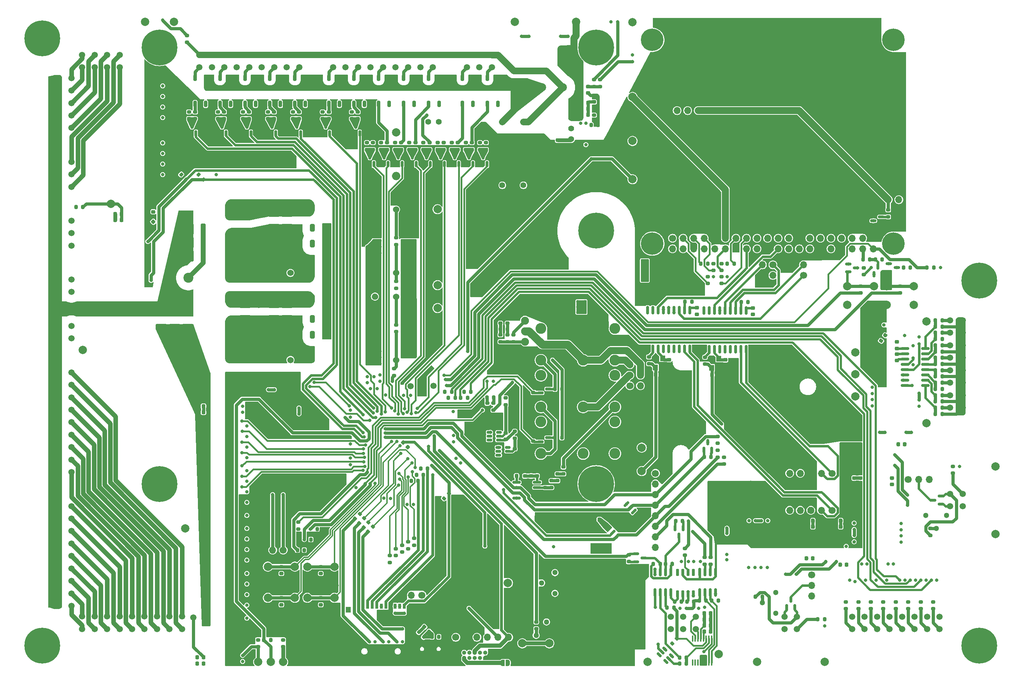
<source format=gbl>
G04 #@! TF.GenerationSoftware,KiCad,Pcbnew,8.0.1*
G04 #@! TF.CreationDate,2024-06-07T19:27:20+03:00*
G04 #@! TF.ProjectId,impeller18,696d7065-6c6c-4657-9231-382e6b696361,rev?*
G04 #@! TF.SameCoordinates,Original*
G04 #@! TF.FileFunction,Copper,L4,Bot*
G04 #@! TF.FilePolarity,Positive*
%FSLAX46Y46*%
G04 Gerber Fmt 4.6, Leading zero omitted, Abs format (unit mm)*
G04 Created by KiCad (PCBNEW 8.0.1) date 2024-06-07 19:27:20*
%MOMM*%
%LPD*%
G01*
G04 APERTURE LIST*
G04 Aperture macros list*
%AMRoundRect*
0 Rectangle with rounded corners*
0 $1 Rounding radius*
0 $2 $3 $4 $5 $6 $7 $8 $9 X,Y pos of 4 corners*
0 Add a 4 corners polygon primitive as box body*
4,1,4,$2,$3,$4,$5,$6,$7,$8,$9,$2,$3,0*
0 Add four circle primitives for the rounded corners*
1,1,$1+$1,$2,$3*
1,1,$1+$1,$4,$5*
1,1,$1+$1,$6,$7*
1,1,$1+$1,$8,$9*
0 Add four rect primitives between the rounded corners*
20,1,$1+$1,$2,$3,$4,$5,0*
20,1,$1+$1,$4,$5,$6,$7,0*
20,1,$1+$1,$6,$7,$8,$9,0*
20,1,$1+$1,$8,$9,$2,$3,0*%
%AMFreePoly0*
4,1,19,0.500000,-0.750000,0.000000,-0.750000,0.000000,-0.744911,-0.071157,-0.744911,-0.207708,-0.704816,-0.327430,-0.627875,-0.420627,-0.520320,-0.479746,-0.390866,-0.500000,-0.250000,-0.500000,0.250000,-0.479746,0.390866,-0.420627,0.520320,-0.327430,0.627875,-0.207708,0.704816,-0.071157,0.744911,0.000000,0.744911,0.000000,0.750000,0.500000,0.750000,0.500000,-0.750000,0.500000,-0.750000,
$1*%
%AMFreePoly1*
4,1,19,0.000000,0.744911,0.071157,0.744911,0.207708,0.704816,0.327430,0.627875,0.420627,0.520320,0.479746,0.390866,0.500000,0.250000,0.500000,-0.250000,0.479746,-0.390866,0.420627,-0.520320,0.327430,-0.627875,0.207708,-0.704816,0.071157,-0.744911,0.000000,-0.744911,0.000000,-0.750000,-0.500000,-0.750000,-0.500000,0.750000,0.000000,0.750000,0.000000,0.744911,0.000000,0.744911,
$1*%
G04 Aperture macros list end*
G04 #@! TA.AperFunction,Conductor*
%ADD10C,0.200000*%
G04 #@! TD*
G04 #@! TA.AperFunction,ComponentPad*
%ADD11C,1.524000*%
G04 #@! TD*
G04 #@! TA.AperFunction,ComponentPad*
%ADD12C,0.900000*%
G04 #@! TD*
G04 #@! TA.AperFunction,ComponentPad*
%ADD13C,8.600000*%
G04 #@! TD*
G04 #@! TA.AperFunction,ComponentPad*
%ADD14C,2.000000*%
G04 #@! TD*
G04 #@! TA.AperFunction,ComponentPad*
%ADD15C,1.400000*%
G04 #@! TD*
G04 #@! TA.AperFunction,ComponentPad*
%ADD16C,1.500000*%
G04 #@! TD*
G04 #@! TA.AperFunction,ComponentPad*
%ADD17C,1.600000*%
G04 #@! TD*
G04 #@! TA.AperFunction,ComponentPad*
%ADD18C,0.800000*%
G04 #@! TD*
G04 #@! TA.AperFunction,ComponentPad*
%ADD19C,5.400000*%
G04 #@! TD*
G04 #@! TA.AperFunction,ComponentPad*
%ADD20C,1.700000*%
G04 #@! TD*
G04 #@! TA.AperFunction,ComponentPad*
%ADD21O,1.700000X1.700000*%
G04 #@! TD*
G04 #@! TA.AperFunction,ComponentPad*
%ADD22C,2.600000*%
G04 #@! TD*
G04 #@! TA.AperFunction,ComponentPad*
%ADD23C,2.400000*%
G04 #@! TD*
G04 #@! TA.AperFunction,ComponentPad*
%ADD24R,2.600000X2.600000*%
G04 #@! TD*
G04 #@! TA.AperFunction,ComponentPad*
%ADD25C,1.000000*%
G04 #@! TD*
G04 #@! TA.AperFunction,ComponentPad*
%ADD26O,1.000000X1.000000*%
G04 #@! TD*
G04 #@! TA.AperFunction,ComponentPad*
%ADD27O,1.090000X2.000000*%
G04 #@! TD*
G04 #@! TA.AperFunction,ComponentPad*
%ADD28O,1.050000X1.600000*%
G04 #@! TD*
G04 #@! TA.AperFunction,ComponentPad*
%ADD29C,1.905000*%
G04 #@! TD*
G04 #@! TA.AperFunction,ComponentPad*
%ADD30C,1.300000*%
G04 #@! TD*
G04 #@! TA.AperFunction,ComponentPad*
%ADD31O,2.000000X2.000000*%
G04 #@! TD*
G04 #@! TA.AperFunction,SMDPad,CuDef*
%ADD32RoundRect,0.200000X0.275000X-0.200000X0.275000X0.200000X-0.275000X0.200000X-0.275000X-0.200000X0*%
G04 #@! TD*
G04 #@! TA.AperFunction,SMDPad,CuDef*
%ADD33RoundRect,0.225000X0.250000X-0.225000X0.250000X0.225000X-0.250000X0.225000X-0.250000X-0.225000X0*%
G04 #@! TD*
G04 #@! TA.AperFunction,SMDPad,CuDef*
%ADD34RoundRect,0.225000X-0.225000X-0.250000X0.225000X-0.250000X0.225000X0.250000X-0.225000X0.250000X0*%
G04 #@! TD*
G04 #@! TA.AperFunction,SMDPad,CuDef*
%ADD35RoundRect,0.200000X-0.200000X-0.550000X0.200000X-0.550000X0.200000X0.550000X-0.200000X0.550000X0*%
G04 #@! TD*
G04 #@! TA.AperFunction,SMDPad,CuDef*
%ADD36RoundRect,0.200000X-0.200000X-0.275000X0.200000X-0.275000X0.200000X0.275000X-0.200000X0.275000X0*%
G04 #@! TD*
G04 #@! TA.AperFunction,SMDPad,CuDef*
%ADD37RoundRect,0.225000X0.225000X0.250000X-0.225000X0.250000X-0.225000X-0.250000X0.225000X-0.250000X0*%
G04 #@! TD*
G04 #@! TA.AperFunction,SMDPad,CuDef*
%ADD38RoundRect,0.200000X-0.275000X0.200000X-0.275000X-0.200000X0.275000X-0.200000X0.275000X0.200000X0*%
G04 #@! TD*
G04 #@! TA.AperFunction,SMDPad,CuDef*
%ADD39RoundRect,0.225000X-0.250000X0.225000X-0.250000X-0.225000X0.250000X-0.225000X0.250000X0.225000X0*%
G04 #@! TD*
G04 #@! TA.AperFunction,SMDPad,CuDef*
%ADD40RoundRect,0.150000X0.150000X-0.587500X0.150000X0.587500X-0.150000X0.587500X-0.150000X-0.587500X0*%
G04 #@! TD*
G04 #@! TA.AperFunction,SMDPad,CuDef*
%ADD41RoundRect,0.150000X-0.587500X-0.150000X0.587500X-0.150000X0.587500X0.150000X-0.587500X0.150000X0*%
G04 #@! TD*
G04 #@! TA.AperFunction,SMDPad,CuDef*
%ADD42RoundRect,0.250000X-0.325000X-0.650000X0.325000X-0.650000X0.325000X0.650000X-0.325000X0.650000X0*%
G04 #@! TD*
G04 #@! TA.AperFunction,SMDPad,CuDef*
%ADD43RoundRect,0.150000X0.150000X-0.825000X0.150000X0.825000X-0.150000X0.825000X-0.150000X-0.825000X0*%
G04 #@! TD*
G04 #@! TA.AperFunction,SMDPad,CuDef*
%ADD44RoundRect,0.200000X0.053033X-0.335876X0.335876X-0.053033X-0.053033X0.335876X-0.335876X0.053033X0*%
G04 #@! TD*
G04 #@! TA.AperFunction,SMDPad,CuDef*
%ADD45RoundRect,0.250000X-1.100000X0.325000X-1.100000X-0.325000X1.100000X-0.325000X1.100000X0.325000X0*%
G04 #@! TD*
G04 #@! TA.AperFunction,SMDPad,CuDef*
%ADD46RoundRect,0.200000X0.200000X0.275000X-0.200000X0.275000X-0.200000X-0.275000X0.200000X-0.275000X0*%
G04 #@! TD*
G04 #@! TA.AperFunction,SMDPad,CuDef*
%ADD47RoundRect,0.200000X0.335876X0.053033X0.053033X0.335876X-0.335876X-0.053033X-0.053033X-0.335876X0*%
G04 #@! TD*
G04 #@! TA.AperFunction,SMDPad,CuDef*
%ADD48RoundRect,0.250000X0.325000X0.650000X-0.325000X0.650000X-0.325000X-0.650000X0.325000X-0.650000X0*%
G04 #@! TD*
G04 #@! TA.AperFunction,SMDPad,CuDef*
%ADD49RoundRect,0.150000X-0.150000X0.725000X-0.150000X-0.725000X0.150000X-0.725000X0.150000X0.725000X0*%
G04 #@! TD*
G04 #@! TA.AperFunction,SMDPad,CuDef*
%ADD50RoundRect,0.225000X-0.017678X0.335876X-0.335876X0.017678X0.017678X-0.335876X0.335876X-0.017678X0*%
G04 #@! TD*
G04 #@! TA.AperFunction,SMDPad,CuDef*
%ADD51RoundRect,0.150000X0.512500X0.150000X-0.512500X0.150000X-0.512500X-0.150000X0.512500X-0.150000X0*%
G04 #@! TD*
G04 #@! TA.AperFunction,SMDPad,CuDef*
%ADD52RoundRect,0.200000X-0.053033X0.335876X-0.335876X0.053033X0.053033X-0.335876X0.335876X-0.053033X0*%
G04 #@! TD*
G04 #@! TA.AperFunction,SMDPad,CuDef*
%ADD53RoundRect,0.250000X-0.325000X-1.100000X0.325000X-1.100000X0.325000X1.100000X-0.325000X1.100000X0*%
G04 #@! TD*
G04 #@! TA.AperFunction,SMDPad,CuDef*
%ADD54RoundRect,0.225000X-0.335876X-0.017678X-0.017678X-0.335876X0.335876X0.017678X0.017678X0.335876X0*%
G04 #@! TD*
G04 #@! TA.AperFunction,SMDPad,CuDef*
%ADD55RoundRect,0.150000X-0.468458X0.256326X0.256326X-0.468458X0.468458X-0.256326X-0.256326X0.468458X0*%
G04 #@! TD*
G04 #@! TA.AperFunction,SMDPad,CuDef*
%ADD56RoundRect,0.200000X0.100391X-0.324880X0.340006X-0.004591X-0.100391X0.324880X-0.340006X0.004591X0*%
G04 #@! TD*
G04 #@! TA.AperFunction,SMDPad,CuDef*
%ADD57RoundRect,0.150000X-0.150000X0.825000X-0.150000X-0.825000X0.150000X-0.825000X0.150000X0.825000X0*%
G04 #@! TD*
G04 #@! TA.AperFunction,SMDPad,CuDef*
%ADD58R,1.200000X1.400000*%
G04 #@! TD*
G04 #@! TA.AperFunction,SMDPad,CuDef*
%ADD59RoundRect,0.150000X0.825000X0.150000X-0.825000X0.150000X-0.825000X-0.150000X0.825000X-0.150000X0*%
G04 #@! TD*
G04 #@! TA.AperFunction,SMDPad,CuDef*
%ADD60RoundRect,0.150000X0.150000X-0.875000X0.150000X0.875000X-0.150000X0.875000X-0.150000X-0.875000X0*%
G04 #@! TD*
G04 #@! TA.AperFunction,SMDPad,CuDef*
%ADD61RoundRect,0.150000X0.353553X0.565685X-0.565685X-0.353553X-0.353553X-0.565685X0.565685X0.353553X0*%
G04 #@! TD*
G04 #@! TA.AperFunction,SMDPad,CuDef*
%ADD62FreePoly0,180.000000*%
G04 #@! TD*
G04 #@! TA.AperFunction,SMDPad,CuDef*
%ADD63FreePoly1,180.000000*%
G04 #@! TD*
G04 #@! TA.AperFunction,SMDPad,CuDef*
%ADD64RoundRect,0.150000X0.587500X0.150000X-0.587500X0.150000X-0.587500X-0.150000X0.587500X-0.150000X0*%
G04 #@! TD*
G04 #@! TA.AperFunction,SMDPad,CuDef*
%ADD65R,0.700000X1.300000*%
G04 #@! TD*
G04 #@! TA.AperFunction,SMDPad,CuDef*
%ADD66R,1.200000X2.000000*%
G04 #@! TD*
G04 #@! TA.AperFunction,SMDPad,CuDef*
%ADD67R,1.050000X1.400000*%
G04 #@! TD*
G04 #@! TA.AperFunction,SMDPad,CuDef*
%ADD68RoundRect,0.150000X-0.150000X0.587500X-0.150000X-0.587500X0.150000X-0.587500X0.150000X0.587500X0*%
G04 #@! TD*
G04 #@! TA.AperFunction,SMDPad,CuDef*
%ADD69RoundRect,0.100000X0.100000X-0.637500X0.100000X0.637500X-0.100000X0.637500X-0.100000X-0.637500X0*%
G04 #@! TD*
G04 #@! TA.AperFunction,ViaPad*
%ADD70C,0.800000*%
G04 #@! TD*
G04 #@! TA.AperFunction,Conductor*
%ADD71C,0.800000*%
G04 #@! TD*
G04 #@! TA.AperFunction,Conductor*
%ADD72C,0.750000*%
G04 #@! TD*
G04 #@! TA.AperFunction,Conductor*
%ADD73C,0.600000*%
G04 #@! TD*
G04 #@! TA.AperFunction,Conductor*
%ADD74C,0.900000*%
G04 #@! TD*
G04 #@! TA.AperFunction,Conductor*
%ADD75C,0.550000*%
G04 #@! TD*
G04 #@! TA.AperFunction,Conductor*
%ADD76C,0.700000*%
G04 #@! TD*
G04 #@! TA.AperFunction,Conductor*
%ADD77C,1.150000*%
G04 #@! TD*
G04 #@! TA.AperFunction,Conductor*
%ADD78C,1.700000*%
G04 #@! TD*
G04 #@! TA.AperFunction,Conductor*
%ADD79C,1.905000*%
G04 #@! TD*
G04 #@! TA.AperFunction,Conductor*
%ADD80C,0.400000*%
G04 #@! TD*
G04 #@! TA.AperFunction,Conductor*
%ADD81C,1.500000*%
G04 #@! TD*
G04 #@! TA.AperFunction,Conductor*
%ADD82C,1.600000*%
G04 #@! TD*
G04 #@! TA.AperFunction,Conductor*
%ADD83C,0.450000*%
G04 #@! TD*
G04 #@! TA.AperFunction,Conductor*
%ADD84C,1.000000*%
G04 #@! TD*
G04 #@! TA.AperFunction,Conductor*
%ADD85C,1.100000*%
G04 #@! TD*
G04 #@! TA.AperFunction,Conductor*
%ADD86C,0.300000*%
G04 #@! TD*
G04 #@! TA.AperFunction,Conductor*
%ADD87C,0.440000*%
G04 #@! TD*
G04 APERTURE END LIST*
D10*
X238064400Y-102674000D02*
G75*
G02*
X236721600Y-102674000I-671400J0D01*
G01*
X236721600Y-102674000D02*
G75*
G02*
X238064400Y-102674000I671400J0D01*
G01*
D11*
X149178000Y-115141000D03*
X151718000Y-115141000D03*
X154258000Y-115141000D03*
X174578000Y-115141000D03*
X174578000Y-99901000D03*
X169498000Y-99901000D03*
X154258000Y-99901000D03*
X151718000Y-99901000D03*
D12*
X89501000Y-201583000D03*
X91781419Y-202527581D03*
X87220581Y-202527581D03*
X92726000Y-204808000D03*
D13*
X89501000Y-204808000D03*
D12*
X86276000Y-204808000D03*
X91781419Y-207088419D03*
X87220581Y-207088419D03*
X89501000Y-208033000D03*
D14*
X141434000Y-208731001D03*
D15*
X216678002Y-85536000D03*
X216678002Y-82996000D03*
X216678002Y-80456000D03*
X216678002Y-77916000D03*
D14*
X99269000Y-123826000D03*
D15*
X182328000Y-94076000D03*
X184868000Y-94076000D03*
X200108000Y-94076000D03*
X205188000Y-94076000D03*
X205188000Y-78836000D03*
X200108000Y-78836000D03*
X184868000Y-78836000D03*
X182328000Y-78836000D03*
D14*
X283014000Y-118308000D03*
X289514000Y-118308000D03*
X283014000Y-122808000D03*
X289514000Y-122808000D03*
D12*
X314778000Y-113779000D03*
X317058419Y-114723581D03*
X312497581Y-114723581D03*
X318003000Y-117004000D03*
D13*
X314778000Y-117004000D03*
D12*
X311553000Y-117004000D03*
X317058419Y-119284419D03*
X312497581Y-119284419D03*
X314778000Y-120229000D03*
D14*
X105986000Y-98511000D03*
X143741000Y-193294000D03*
X150241000Y-193294000D03*
X143741000Y-197794000D03*
X150241000Y-197794000D03*
X284975000Y-139553000D03*
D16*
X93519000Y-80286000D03*
X93519000Y-77286000D03*
X93519000Y-74286000D03*
X93519000Y-71286000D03*
X93519000Y-68286000D03*
X96519000Y-80286000D03*
X96519000Y-77286000D03*
X96519000Y-74286000D03*
X96519000Y-71286000D03*
X96519000Y-68286000D03*
D17*
X202885000Y-66551349D03*
X202885000Y-70051349D03*
D16*
X123089000Y-200796000D03*
X120089000Y-200796000D03*
X117089000Y-200796000D03*
X114089000Y-200796000D03*
X111089000Y-200796000D03*
X108089000Y-200796000D03*
X105089000Y-200796000D03*
X102089000Y-200796000D03*
X99089000Y-200796000D03*
X123089000Y-197796000D03*
X120089000Y-197796000D03*
X117089000Y-197796000D03*
X114089000Y-197796000D03*
X111089000Y-197796000D03*
X108089000Y-197796000D03*
X105089000Y-197796000D03*
X102089000Y-197796000D03*
X99089000Y-197796000D03*
D18*
X236176000Y-57081000D03*
X237607891Y-57674109D03*
X234744109Y-57674109D03*
X238201000Y-59106000D03*
D19*
X236176000Y-59106000D03*
D18*
X234151000Y-59106000D03*
X237607891Y-60537891D03*
X234744109Y-60537891D03*
X236176000Y-61131000D03*
D12*
X222676000Y-162679000D03*
X224956419Y-163623581D03*
X220395581Y-163623581D03*
X225901000Y-165904000D03*
D13*
X222676000Y-165904000D03*
D12*
X219451000Y-165904000D03*
X224956419Y-168184419D03*
X220395581Y-168184419D03*
X222676000Y-169129000D03*
D20*
X279368500Y-172257001D03*
D21*
X276828500Y-172257001D03*
X274288500Y-172257001D03*
X271748500Y-172257001D03*
X269208500Y-172257001D03*
D16*
X125839000Y-198056000D03*
D22*
X219563000Y-136157000D03*
X227183000Y-128537000D03*
X227183000Y-136157000D03*
X209403000Y-136157000D03*
X209403000Y-128537000D03*
D14*
X99269000Y-133716500D03*
D20*
X236936000Y-163353000D03*
D21*
X236936000Y-165893000D03*
X236936000Y-168433000D03*
X236936000Y-170973000D03*
X236936000Y-173513000D03*
X236936000Y-176053000D03*
X236936000Y-178593000D03*
X236936000Y-181133000D03*
D16*
X183576000Y-142351000D03*
D23*
X124654000Y-116327000D03*
X124654000Y-101327000D03*
X134654000Y-101327000D03*
X134654000Y-116327000D03*
D14*
X153241000Y-193294000D03*
X159741000Y-193294000D03*
X153241000Y-197794000D03*
X159741000Y-197794000D03*
X252177000Y-206862001D03*
D16*
X310778000Y-168298000D03*
X310778000Y-171298000D03*
X307778000Y-168298000D03*
X307778000Y-171298000D03*
D11*
X149179000Y-136091000D03*
X151719000Y-136091000D03*
X154259000Y-136091000D03*
X174579000Y-136091000D03*
X174579000Y-120851000D03*
X169499000Y-120851000D03*
X154259000Y-120851000D03*
X151719000Y-120851000D03*
D24*
X222576000Y-181405001D03*
X225116000Y-181405001D03*
D22*
X223846000Y-208405002D03*
D16*
X191586000Y-62726000D03*
X194586000Y-62726000D03*
X197586000Y-62726000D03*
X191586000Y-65726000D03*
X194586000Y-65726000D03*
X197586000Y-65726000D03*
D25*
X190929000Y-207764000D03*
D26*
X190929000Y-206494000D03*
X192199000Y-207764000D03*
X192199000Y-206494000D03*
X193469000Y-207764000D03*
X193469000Y-206494000D03*
X194739000Y-207764000D03*
X194739000Y-206494000D03*
X196009000Y-207764000D03*
X196009000Y-206494000D03*
D14*
X184553000Y-99826000D03*
X184553000Y-104826000D03*
D20*
X272526000Y-115753000D03*
D21*
X272526000Y-113213000D03*
D12*
X219451000Y-105004000D03*
X220395581Y-102723581D03*
X220395581Y-107284419D03*
X222676000Y-101779000D03*
D13*
X222676000Y-105004000D03*
D12*
X222676000Y-108229000D03*
X224956419Y-102723581D03*
X224956419Y-107284419D03*
X225901000Y-105004000D03*
X117676000Y-57679000D03*
X119956419Y-58623581D03*
X115395581Y-58623581D03*
X120901000Y-60904000D03*
D13*
X117676000Y-60904000D03*
D12*
X114451000Y-60904000D03*
X119956419Y-63184419D03*
X115395581Y-63184419D03*
X117676000Y-64129000D03*
D14*
X231426000Y-72837000D03*
D16*
X93519000Y-94436000D03*
X93519000Y-91436000D03*
X93519000Y-88436000D03*
X96519000Y-94436000D03*
X96519000Y-91436000D03*
X96519000Y-88436000D03*
D22*
X219563000Y-147377000D03*
X227183000Y-139757000D03*
X227183000Y-147377000D03*
X209403000Y-147377000D03*
X209403000Y-139757000D03*
D18*
X236176000Y-106081000D03*
X237607891Y-106674109D03*
X234744109Y-106674109D03*
X238201000Y-108106000D03*
D19*
X236176000Y-108106000D03*
D18*
X234151000Y-108106000D03*
X237607891Y-109537891D03*
X234744109Y-109537891D03*
X236176000Y-110131000D03*
D14*
X233636000Y-162815000D03*
D12*
X222676000Y-57679000D03*
X224956419Y-58623581D03*
X220395581Y-58623581D03*
X225901000Y-60904000D03*
D13*
X222676000Y-60904000D03*
D12*
X219451000Y-60904000D03*
X224956419Y-63184419D03*
X220395581Y-63184419D03*
X222676000Y-64129000D03*
D20*
X274477500Y-187757001D03*
D21*
X274477500Y-190297001D03*
X274477500Y-192837001D03*
D16*
X159426000Y-62726000D03*
X162426000Y-62726000D03*
X165426000Y-62726000D03*
X168426000Y-62726000D03*
X171426000Y-62726000D03*
X174426000Y-62726000D03*
X177426000Y-62726000D03*
X180426000Y-62726000D03*
X183426000Y-62726000D03*
X159426000Y-65726000D03*
X162426000Y-65726000D03*
X165426000Y-65726000D03*
X168426000Y-65726000D03*
X171426000Y-65726000D03*
X174426000Y-65726000D03*
X177426000Y-65726000D03*
X180426000Y-65726000D03*
X183426000Y-65726000D03*
D20*
X247216000Y-76106000D03*
D21*
X244676000Y-76106000D03*
X242136000Y-76106000D03*
D20*
X147437438Y-181808000D03*
D21*
X144897438Y-181808000D03*
X142357438Y-181808000D03*
D14*
X302070000Y-126809000D03*
D27*
X186406000Y-207733000D03*
D28*
X186406000Y-204283000D03*
D27*
X179206000Y-207733000D03*
D28*
X179206000Y-204283000D03*
D14*
X141604000Y-100614000D03*
X141604000Y-105614000D03*
X114217000Y-54806000D03*
X141604000Y-122544000D03*
X141604000Y-127544000D03*
D29*
X205565000Y-131691000D03*
X205565000Y-129151000D03*
X205565000Y-126611000D03*
D30*
X265839500Y-196995001D03*
X262639500Y-194495001D03*
X265839500Y-191995001D03*
D14*
X184554000Y-123601000D03*
X184554000Y-128601000D03*
X184554000Y-118101000D03*
X184554000Y-113101000D03*
X261345750Y-208731001D03*
D20*
X230783000Y-142308000D03*
D21*
X233323000Y-142308000D03*
D14*
X144434000Y-208731001D03*
X233636000Y-157183000D03*
D16*
X99089000Y-62726000D03*
X102089000Y-62726000D03*
X105089000Y-62726000D03*
X108089000Y-62726000D03*
X99089000Y-65726000D03*
X102089000Y-65726000D03*
X105089000Y-65726000D03*
X108089000Y-65726000D03*
D12*
X89501000Y-55479000D03*
X91781419Y-56423581D03*
X87220581Y-56423581D03*
X92726000Y-58704000D03*
D13*
X89501000Y-58704000D03*
D12*
X86276000Y-58704000D03*
X91781419Y-60984419D03*
X87220581Y-60984419D03*
X89501000Y-61929000D03*
D14*
X284975000Y-144853000D03*
D31*
X174578000Y-91826000D03*
D14*
X169578000Y-91826000D03*
D16*
X93519000Y-119746000D03*
X93519000Y-116746000D03*
X96519000Y-119746000D03*
X96519000Y-116746000D03*
D14*
X153241000Y-185794000D03*
X159741000Y-185794000D03*
X153241000Y-190294000D03*
X159741000Y-190294000D03*
D20*
X292906000Y-97538000D03*
D21*
X295446000Y-97538000D03*
D14*
X147434000Y-208731001D03*
X123908000Y-176579000D03*
D30*
X306962000Y-173430000D03*
X304462000Y-176630000D03*
X301962000Y-173430000D03*
D16*
X93519000Y-195226000D03*
X93519000Y-192226000D03*
X93519000Y-189226000D03*
X93519000Y-186226000D03*
X93519000Y-183226000D03*
X93519000Y-180226000D03*
X93519000Y-177226000D03*
X93519000Y-174226000D03*
X93519000Y-171226000D03*
X96519000Y-195226000D03*
X96519000Y-192226000D03*
X96519000Y-189226000D03*
X96519000Y-186226000D03*
X96519000Y-183226000D03*
X96519000Y-180226000D03*
X96519000Y-177226000D03*
X96519000Y-174226000D03*
X96519000Y-171226000D03*
X93519000Y-108586000D03*
X93519000Y-105586000D03*
X93519000Y-102586000D03*
X96519000Y-108586000D03*
X96519000Y-105586000D03*
X96519000Y-102586000D03*
D22*
X190398000Y-178502000D03*
X198018000Y-178502000D03*
D20*
X241046000Y-106816000D03*
D21*
X241046000Y-109356000D03*
X243586000Y-106816000D03*
X243586000Y-109356000D03*
X246126000Y-106816000D03*
X246126000Y-109356000D03*
X248666000Y-106816000D03*
X248666000Y-109356000D03*
X251206000Y-106816000D03*
X251206000Y-109356000D03*
X253746000Y-106816000D03*
X253746000Y-109356000D03*
X256286000Y-106816000D03*
X256286000Y-109356000D03*
X258826000Y-106816000D03*
X258826000Y-109356000D03*
X261366000Y-106816000D03*
X261366000Y-109356000D03*
X263906000Y-106816000D03*
X263906000Y-109356000D03*
X266446000Y-106816000D03*
X266446000Y-109356000D03*
X268986000Y-106816000D03*
X268986000Y-109356000D03*
X271526000Y-106816000D03*
X271526000Y-109356000D03*
X274066000Y-106816000D03*
X274066000Y-109356000D03*
X276606000Y-106816000D03*
X276606000Y-109356000D03*
X279146000Y-106816000D03*
X279146000Y-109356000D03*
X281686000Y-106816000D03*
X281686000Y-109356000D03*
X284226000Y-106816000D03*
X284226000Y-109356000D03*
X286766000Y-106816000D03*
X286766000Y-109356000D03*
X289306000Y-106816000D03*
X289306000Y-109356000D03*
D14*
X235027000Y-208731001D03*
X174578000Y-81326000D03*
X169578000Y-81326000D03*
D16*
X127266000Y-62726000D03*
X130266000Y-62726000D03*
X133266000Y-62726000D03*
X136266000Y-62726000D03*
X139266000Y-62726000D03*
X142266000Y-62726000D03*
X145266000Y-62726000D03*
X148266000Y-62726000D03*
X151266000Y-62726000D03*
X127266000Y-65726000D03*
X130266000Y-65726000D03*
X133266000Y-65726000D03*
X136266000Y-65726000D03*
X139266000Y-65726000D03*
X142266000Y-65726000D03*
X145266000Y-65726000D03*
X148266000Y-65726000D03*
X151266000Y-65726000D03*
D14*
X318698000Y-161672250D03*
D16*
X93519000Y-130906000D03*
X93519000Y-127906000D03*
X96519000Y-130906000D03*
X96519000Y-127906000D03*
D14*
X292514000Y-118308000D03*
X299014000Y-118308000D03*
X292514000Y-122808000D03*
X299014000Y-122808000D03*
X284975000Y-134253000D03*
D22*
X219563000Y-158597000D03*
X227183000Y-150977000D03*
X227183000Y-158597000D03*
X209403000Y-158597000D03*
X209403000Y-150977000D03*
D14*
X231426000Y-83412000D03*
X203156000Y-54806000D03*
X143741000Y-185794000D03*
X150241000Y-185794000D03*
X143741000Y-190294000D03*
X150241000Y-190294000D03*
D16*
X93519000Y-163066000D03*
X93519000Y-160066000D03*
X93519000Y-157066000D03*
X93519000Y-154066000D03*
X93519000Y-151066000D03*
X93519000Y-148066000D03*
X93519000Y-145066000D03*
X93519000Y-142066000D03*
X93519000Y-139066000D03*
X96519000Y-163066000D03*
X96519000Y-160066000D03*
X96519000Y-157066000D03*
X96519000Y-154066000D03*
X96519000Y-151066000D03*
X96519000Y-148066000D03*
X96519000Y-145066000D03*
X96519000Y-142066000D03*
X96519000Y-139066000D03*
X305223000Y-200811001D03*
X302223000Y-200811001D03*
X299223000Y-200811001D03*
X296223000Y-200811001D03*
X293223000Y-200811001D03*
X290223000Y-200811001D03*
X287223000Y-200811001D03*
X284223000Y-200811001D03*
X305223000Y-197811001D03*
X302223000Y-197811001D03*
X299223000Y-197811001D03*
X296223000Y-197811001D03*
X293223000Y-197811001D03*
X290223000Y-197811001D03*
X287223000Y-197811001D03*
X284223000Y-197811001D03*
D12*
X314778000Y-201583001D03*
X317058419Y-202527582D03*
X312497581Y-202527582D03*
X318003000Y-204808001D03*
D13*
X314778000Y-204808001D03*
D12*
X311553000Y-204808001D03*
X317058419Y-207088420D03*
X312497581Y-207088420D03*
X314778000Y-208033001D03*
D14*
X204924000Y-204231001D03*
X211424000Y-204231001D03*
X204924000Y-208731001D03*
X211424000Y-208731001D03*
X231426000Y-92638000D03*
D30*
X212764000Y-192225000D03*
X209564000Y-189725000D03*
X212764000Y-187225000D03*
D12*
X117676000Y-162679000D03*
X119956419Y-163623581D03*
X115395581Y-163623581D03*
X120901000Y-165904000D03*
D13*
X117676000Y-165904000D03*
D12*
X114451000Y-165904000D03*
X119956419Y-168184419D03*
X115395581Y-168184419D03*
X117676000Y-169129000D03*
D23*
X124654000Y-135744000D03*
X124654000Y-120744000D03*
X134654000Y-120744000D03*
X134654000Y-135744000D03*
D20*
X230783000Y-139768000D03*
D21*
X233323000Y-139768000D03*
D14*
X121128000Y-54806000D03*
X217883750Y-54806000D03*
X318698000Y-177923750D03*
X214623677Y-70525999D03*
X209623677Y-70525999D03*
X201463000Y-189725000D03*
D30*
X210750000Y-199099001D03*
X208250000Y-202299001D03*
X205750000Y-199099001D03*
D16*
X178064500Y-142397000D03*
X310781000Y-126559000D03*
X310781000Y-129559000D03*
X310781000Y-132559000D03*
X310781000Y-135559000D03*
X310781000Y-138559000D03*
X310781000Y-141559000D03*
X310781000Y-144559000D03*
X310781000Y-147559000D03*
X307781000Y-126559000D03*
X307781000Y-129559000D03*
X307781000Y-132559000D03*
X307781000Y-135559000D03*
X307781000Y-138559000D03*
X307781000Y-141559000D03*
X307781000Y-144559000D03*
X307781000Y-147559000D03*
D20*
X297724000Y-164792000D03*
D21*
X300264000Y-164792000D03*
X302804000Y-164792000D03*
D16*
X270971500Y-200811001D03*
X267971500Y-200811001D03*
X270971500Y-197811001D03*
X267971500Y-197811001D03*
D14*
X302070000Y-151316500D03*
D18*
X294176000Y-57081000D03*
X295607891Y-57674109D03*
X292744109Y-57674109D03*
X296201000Y-59106000D03*
D19*
X294176000Y-59106000D03*
D18*
X292151000Y-59106000D03*
X295607891Y-60537891D03*
X292744109Y-60537891D03*
X294176000Y-61131000D03*
D20*
X279368500Y-163353000D03*
D21*
X276828500Y-163353000D03*
X274288500Y-163353000D03*
X271748500Y-163353000D03*
X269208500Y-163353000D03*
D18*
X294176000Y-106081000D03*
X295607891Y-106674109D03*
X292744109Y-106674109D03*
X296201000Y-108106000D03*
D19*
X294176000Y-108106000D03*
D18*
X292151000Y-108106000D03*
X295607891Y-109537891D03*
X292744109Y-109537891D03*
X294176000Y-110131000D03*
D20*
X233333000Y-137228000D03*
D21*
X230793000Y-137228000D03*
D20*
X180788000Y-192657000D03*
D21*
X178248000Y-192657000D03*
X175708000Y-192657000D03*
D14*
X277597250Y-208731001D03*
D20*
X265181000Y-113203000D03*
D21*
X265181000Y-115743000D03*
X262641000Y-113203000D03*
X262641000Y-115743000D03*
D14*
X231426000Y-54842000D03*
D20*
X188924000Y-202784000D03*
D21*
X191464000Y-202784000D03*
X194004000Y-202784000D03*
X196544000Y-202784000D03*
X199084000Y-202784000D03*
X201624000Y-202784000D03*
D14*
X150434000Y-208731001D03*
D16*
X246597000Y-200811001D03*
X243597000Y-200811001D03*
X240597000Y-200811001D03*
X246597000Y-197811001D03*
X243597000Y-197811001D03*
X240597000Y-197811001D03*
D32*
X178905000Y-180658000D03*
X178905000Y-179008000D03*
D33*
X286179000Y-166035999D03*
X286179000Y-164485999D03*
D34*
X219173678Y-74201000D03*
X220723678Y-74201000D03*
D35*
X128766000Y-74526000D03*
X126226000Y-74526000D03*
X126226000Y-68226000D03*
X128766000Y-68226000D03*
D36*
X196406000Y-145086500D03*
X198056000Y-145086500D03*
D32*
X182606000Y-85481000D03*
X182606000Y-83831000D03*
D37*
X128264000Y-209086001D03*
X126714000Y-209086001D03*
X108583000Y-102435000D03*
X107033000Y-102435000D03*
D38*
X156491000Y-185794000D03*
X156491000Y-187444000D03*
D32*
X196501000Y-148151500D03*
X196501000Y-146501500D03*
X248771000Y-185206001D03*
X248771000Y-183556001D03*
D33*
X220698678Y-71876000D03*
X220698678Y-70326000D03*
D35*
X134766000Y-74526000D03*
X132226000Y-74526000D03*
X132226000Y-68226000D03*
X134766000Y-68226000D03*
D38*
X202772000Y-130041000D03*
X202772000Y-131691000D03*
D36*
X250437000Y-193993501D03*
X252087000Y-193993501D03*
D32*
X287051500Y-115595000D03*
X287051500Y-113945000D03*
X133226000Y-78081000D03*
X133226000Y-76431000D03*
D38*
X174579000Y-127646000D03*
X174579000Y-129296000D03*
D39*
X203089499Y-157446998D03*
X203089499Y-158996998D03*
D32*
X223618678Y-70326000D03*
X223618678Y-68676000D03*
D40*
X189626000Y-88993500D03*
X187726000Y-88993500D03*
X188676000Y-87118500D03*
D34*
X273233501Y-176212001D03*
X274783501Y-176212001D03*
D41*
X289318500Y-102601000D03*
X289318500Y-100701000D03*
X291193500Y-101651000D03*
D42*
X154446000Y-108114000D03*
X157396000Y-108114000D03*
D43*
X240606000Y-192036001D03*
X239336000Y-192036001D03*
X238066000Y-192036001D03*
X236796000Y-192036001D03*
X236796000Y-187086001D03*
X238066000Y-187086001D03*
X239336000Y-187086001D03*
X240606000Y-187086001D03*
D44*
X167799765Y-177365491D03*
X168966491Y-176198765D03*
D41*
X283316499Y-114895000D03*
X283316499Y-112995000D03*
X285191499Y-113945000D03*
D38*
X149766000Y-76431000D03*
X149766000Y-78081000D03*
D32*
X174525000Y-183133000D03*
X174525000Y-181483000D03*
X177445000Y-181483000D03*
X177445000Y-179833000D03*
D42*
X154446000Y-130044000D03*
X157396000Y-130044000D03*
D38*
X244015999Y-181388001D03*
X244015999Y-183038001D03*
D45*
X138229000Y-101952000D03*
X138229000Y-104902000D03*
D46*
X305875000Y-135559000D03*
X304225000Y-135559000D03*
D36*
X304225000Y-149059000D03*
X305875000Y-149059000D03*
D45*
X121304000Y-125081000D03*
X121304000Y-128031000D03*
D32*
X151011500Y-176728000D03*
X151011500Y-175078000D03*
D47*
X128269089Y-92660452D03*
X127102363Y-91493726D03*
D33*
X116203000Y-100455000D03*
X116203000Y-98905000D03*
D35*
X152766000Y-74526000D03*
X150226000Y-74526000D03*
X150226000Y-68226000D03*
X152766000Y-68226000D03*
D48*
X157396000Y-104314000D03*
X154446000Y-104314000D03*
D32*
X222158678Y-77185323D03*
X222158678Y-75535323D03*
D39*
X200926999Y-153671997D03*
X200926999Y-155221997D03*
D40*
X126446000Y-81593500D03*
X124546000Y-81593500D03*
X125496000Y-79718500D03*
D44*
X166767389Y-176333115D03*
X167934115Y-175166389D03*
D49*
X242196000Y-187186001D03*
X243466000Y-187186001D03*
X244736000Y-187186001D03*
X246006000Y-187186001D03*
X246006000Y-192336001D03*
X244736000Y-192336001D03*
X243466000Y-192336001D03*
X242196000Y-192336001D03*
D32*
X282723000Y-195904001D03*
X282723000Y-194254001D03*
X139226000Y-78081000D03*
X139226000Y-76431000D03*
D50*
X116203000Y-102844124D03*
X115106984Y-103940140D03*
D46*
X305875000Y-132559000D03*
X304225000Y-132559000D03*
D40*
X179426000Y-88993500D03*
X177526000Y-88993500D03*
X178476000Y-87118500D03*
D46*
X305875000Y-138559000D03*
X304225000Y-138559000D03*
D36*
X150841500Y-181808000D03*
X152491500Y-181808000D03*
D46*
X184856500Y-202685000D03*
X183206500Y-202685000D03*
D36*
X241780000Y-174783000D03*
X243430000Y-174783000D03*
D35*
X146766000Y-74526000D03*
X144226000Y-74526000D03*
X144226000Y-68226000D03*
X146766000Y-68226000D03*
D40*
X172626000Y-88993500D03*
X170726000Y-88993500D03*
X171676000Y-87118500D03*
D36*
X304225000Y-131059000D03*
X305875000Y-131059000D03*
D51*
X201447000Y-157097000D03*
X201447000Y-158046999D03*
X201447000Y-158996998D03*
X199172000Y-158996998D03*
X199172000Y-158046999D03*
X199172000Y-157097000D03*
D36*
X154066500Y-179268000D03*
X155716500Y-179268000D03*
D38*
X252806000Y-112928000D03*
X252806000Y-114578000D03*
X156491000Y-193294000D03*
X156491000Y-194944000D03*
D46*
X214430500Y-143067000D03*
X212780500Y-143067000D03*
X188774000Y-145228000D03*
X187124000Y-145228000D03*
D38*
X187946000Y-83831000D03*
X187946000Y-85481000D03*
X167546000Y-83831000D03*
X167546000Y-85481000D03*
X194746000Y-83831000D03*
X194746000Y-85481000D03*
D32*
X175806000Y-85481000D03*
X175806000Y-83831000D03*
D37*
X250211000Y-198506001D03*
X248661000Y-198506001D03*
D36*
X304225000Y-143059000D03*
X305875000Y-143059000D03*
D32*
X173065000Y-184783000D03*
X173065000Y-183133000D03*
D40*
X133666000Y-81593500D03*
X131766000Y-81593500D03*
X132716000Y-79718500D03*
D46*
X201312000Y-128656000D03*
X199662000Y-128656000D03*
D36*
X254206000Y-112928000D03*
X255856000Y-112928000D03*
D52*
X242097000Y-203096637D03*
X240930274Y-204263363D03*
D36*
X236396000Y-185131001D03*
X238046000Y-185131001D03*
D35*
X199086000Y-74526000D03*
X196546000Y-74526000D03*
X196546000Y-68226000D03*
X199086000Y-68226000D03*
D40*
X169226000Y-88993500D03*
X167326000Y-88993500D03*
X168276000Y-87118500D03*
D32*
X251929000Y-156132500D03*
X251929000Y-154482500D03*
D38*
X141359001Y-203399500D03*
X141359001Y-205049500D03*
D36*
X190084000Y-145228000D03*
X191734000Y-145228000D03*
D33*
X286179000Y-156346000D03*
X286179000Y-154796000D03*
D38*
X170946000Y-83831000D03*
X170946000Y-85481000D03*
D36*
X97598000Y-99318500D03*
X99248000Y-99318500D03*
D39*
X294942000Y-131744000D03*
X294942000Y-133294000D03*
D48*
X157396000Y-126244000D03*
X154446000Y-126244000D03*
D32*
X235363000Y-136992000D03*
X235363000Y-135342000D03*
X175985000Y-182308000D03*
X175985000Y-180658000D03*
D38*
X250901000Y-112928000D03*
X250901000Y-114578000D03*
D35*
X172926000Y-74526000D03*
X170386000Y-74526000D03*
X170386000Y-68226000D03*
X172926000Y-68226000D03*
D34*
X221886000Y-174463000D03*
X223436000Y-174463000D03*
D47*
X124082726Y-92660452D03*
X122916000Y-91493726D03*
D32*
X179206000Y-85481000D03*
X179206000Y-83831000D03*
X211898000Y-166776000D03*
X211898000Y-165126000D03*
X203089499Y-154909500D03*
X203089499Y-153259500D03*
D45*
X148380500Y-122969000D03*
X148380500Y-125919000D03*
D46*
X249109000Y-193996501D03*
X247459000Y-193996501D03*
D53*
X125279000Y-104633000D03*
X128229000Y-104633000D03*
D40*
X145666000Y-81593500D03*
X143766000Y-81593500D03*
X144716000Y-79718500D03*
D36*
X221463000Y-79551000D03*
X223113000Y-79551000D03*
D54*
X176318463Y-155906463D03*
X177414479Y-157002479D03*
D46*
X245703000Y-122097000D03*
X244053000Y-122097000D03*
D53*
X125279000Y-111033000D03*
X128229000Y-111033000D03*
D34*
X295323999Y-156374000D03*
X296873999Y-156374000D03*
D32*
X126226000Y-78081000D03*
X126226000Y-76431000D03*
X285723000Y-195904001D03*
X285723000Y-194254001D03*
D40*
X165826000Y-81593500D03*
X163926000Y-81593500D03*
X164876000Y-79718500D03*
D36*
X260989500Y-193068001D03*
X262639500Y-193068001D03*
D32*
X172406000Y-85481000D03*
X172406000Y-83831000D03*
D46*
X305875000Y-129559000D03*
X304225000Y-129559000D03*
D36*
X304225000Y-134059000D03*
X305875000Y-134059000D03*
D40*
X139666000Y-81593500D03*
X137766000Y-81593500D03*
X138716000Y-79718500D03*
D37*
X238568000Y-139617000D03*
X237018000Y-139617000D03*
D45*
X124504000Y-125081000D03*
X124504000Y-128031000D03*
D41*
X209268000Y-155737000D03*
X209268000Y-153837000D03*
X211143000Y-154787000D03*
D33*
X284719000Y-156346000D03*
X284719000Y-154796000D03*
D32*
X291723000Y-195904001D03*
X291723000Y-194254001D03*
D46*
X250320000Y-159407500D03*
X248670000Y-159407500D03*
D36*
X289788999Y-111886000D03*
X291438999Y-111886000D03*
D39*
X214810000Y-132897000D03*
X214810000Y-134447000D03*
D32*
X145226000Y-78081000D03*
X145226000Y-76431000D03*
X222158678Y-70326000D03*
X222158678Y-68676000D03*
D46*
X259207500Y-122169000D03*
X257557500Y-122169000D03*
D34*
X219173678Y-77121000D03*
X220723678Y-77121000D03*
D55*
X237859915Y-207015835D03*
X238531666Y-206344084D03*
X239203417Y-205672333D03*
X240812085Y-207281001D03*
X240140334Y-207952752D03*
X239468583Y-208624503D03*
D36*
X180478000Y-162241000D03*
X182128000Y-162241000D03*
D32*
X169006000Y-85481000D03*
X169006000Y-83831000D03*
D56*
X291172795Y-131479596D03*
X292161207Y-130158404D03*
D37*
X128264000Y-207626001D03*
X126714000Y-207626001D03*
D45*
X118104000Y-125081000D03*
X118104000Y-128031000D03*
D46*
X243189000Y-194192501D03*
X241539000Y-194192501D03*
X157234000Y-176728000D03*
X155584000Y-176728000D03*
D39*
X213350000Y-132897000D03*
X213350000Y-134447000D03*
D32*
X253389000Y-161132500D03*
X253389000Y-159482500D03*
D57*
X247596000Y-187086001D03*
X248866000Y-187086001D03*
X250136000Y-187086001D03*
X251406000Y-187086001D03*
X251406000Y-192036001D03*
X250136000Y-192036001D03*
X248866000Y-192036001D03*
X247596000Y-192036001D03*
D58*
X252147500Y-135759000D03*
X252147500Y-137959000D03*
X250447500Y-137959000D03*
X250447500Y-135759000D03*
D33*
X213474000Y-84796000D03*
X213474000Y-83246000D03*
D46*
X298238999Y-113842000D03*
X296588999Y-113842000D03*
D32*
X300723000Y-195904001D03*
X300723000Y-194254001D03*
D38*
X163926000Y-76431000D03*
X163926000Y-78081000D03*
D59*
X301847000Y-133364000D03*
X301847000Y-134634000D03*
X301847000Y-135904000D03*
X301847000Y-137174000D03*
X301847000Y-138444000D03*
X301847000Y-139714000D03*
X301847000Y-140984000D03*
X301847000Y-142254000D03*
X296897000Y-142254000D03*
X296897000Y-140984000D03*
X296897000Y-139714000D03*
X296897000Y-138444000D03*
X296897000Y-137174000D03*
X296897000Y-135904000D03*
X296897000Y-134634000D03*
X296897000Y-133364000D03*
D60*
X258727500Y-133479000D03*
X257457500Y-133479000D03*
X256187500Y-133479000D03*
X254917500Y-133479000D03*
X253647500Y-133479000D03*
X252377500Y-133479000D03*
X251107500Y-133479000D03*
X249837500Y-133479000D03*
X248567500Y-133479000D03*
X248567500Y-124179000D03*
X249837500Y-124179000D03*
X251107500Y-124179000D03*
X252377500Y-124179000D03*
X253647500Y-124179000D03*
X254917500Y-124179000D03*
X256187500Y-124179000D03*
X257457500Y-124179000D03*
X258727500Y-124179000D03*
D33*
X284719000Y-166035999D03*
X284719000Y-164485999D03*
D51*
X199284500Y-153471999D03*
X199284500Y-154421998D03*
X199284500Y-155371997D03*
X197009500Y-155371997D03*
X197009500Y-154421998D03*
X197009500Y-153471999D03*
D36*
X142784000Y-203399500D03*
X144434000Y-203399500D03*
D38*
X177746000Y-83831000D03*
X177746000Y-85481000D03*
D32*
X189406000Y-85481000D03*
X189406000Y-83831000D03*
X192806000Y-85481000D03*
X192806000Y-83831000D03*
D36*
X179476000Y-163701000D03*
X181126000Y-163701000D03*
D33*
X293799000Y-166035999D03*
X293799000Y-164485999D03*
D32*
X201312000Y-131691000D03*
X201312000Y-130041000D03*
D46*
X187949000Y-143768000D03*
X186299000Y-143768000D03*
D35*
X140766000Y-74526000D03*
X138226000Y-74526000D03*
X138226000Y-68226000D03*
X140766000Y-68226000D03*
D32*
X186006000Y-85481000D03*
X186006000Y-83831000D03*
X151226000Y-78081000D03*
X151226000Y-76431000D03*
D47*
X181256000Y-202685000D03*
X180089274Y-201518274D03*
D37*
X252072500Y-139689000D03*
X250522500Y-139689000D03*
D32*
X158386000Y-78081000D03*
X158386000Y-76431000D03*
X303723000Y-195904001D03*
X303723000Y-194254001D03*
D38*
X146991000Y-185794000D03*
X146991000Y-187444000D03*
D36*
X178228000Y-165161000D03*
X179878000Y-165161000D03*
D38*
X131766000Y-76431000D03*
X131766000Y-78081000D03*
D39*
X260397500Y-123604000D03*
X260397500Y-125154000D03*
D38*
X184546000Y-83831000D03*
X184546000Y-85481000D03*
D46*
X249506000Y-112928000D03*
X247856000Y-112928000D03*
D34*
X273233501Y-174752001D03*
X274783501Y-174752001D03*
D46*
X305875000Y-141559000D03*
X304225000Y-141559000D03*
X305875000Y-144559000D03*
X304225000Y-144559000D03*
D61*
X229950546Y-170735377D03*
X230848572Y-171633403D03*
X231746597Y-172531428D03*
X232644623Y-173429454D03*
X227553454Y-178520623D03*
X226655428Y-177622597D03*
X225757403Y-176724572D03*
X224859377Y-175826546D03*
D38*
X292906000Y-100001000D03*
X292906000Y-101651000D03*
D32*
X199662000Y-127271000D03*
X199662000Y-125621000D03*
D37*
X128264000Y-148683000D03*
X126714000Y-148683000D03*
D38*
X251929000Y-157832500D03*
X251929000Y-159482500D03*
D39*
X208174000Y-204231001D03*
X208174000Y-205781001D03*
D36*
X304225000Y-128059000D03*
X305875000Y-128059000D03*
D45*
X148380000Y-101039000D03*
X148380000Y-103989000D03*
D38*
X249506000Y-116028000D03*
X249506000Y-117678000D03*
D35*
X166926000Y-74526000D03*
X164386000Y-74526000D03*
X164386000Y-68226000D03*
X166926000Y-68226000D03*
D32*
X213358000Y-165126000D03*
X213358000Y-163476000D03*
X201312000Y-127271000D03*
X201312000Y-125621000D03*
D44*
X181367274Y-200249725D03*
X182534000Y-199082999D03*
D45*
X145180500Y-122969000D03*
X145180500Y-125919000D03*
D62*
X201449000Y-208955001D03*
D63*
X200149000Y-208955001D03*
D34*
X201983000Y-163981000D03*
X203533000Y-163981000D03*
D38*
X191346000Y-83831000D03*
X191346000Y-85481000D03*
D34*
X219173678Y-75661000D03*
X220723678Y-75661000D03*
D32*
X294723000Y-195904001D03*
X294723000Y-194254001D03*
D45*
X138229000Y-122969000D03*
X138229000Y-125919000D03*
D38*
X174082000Y-138179000D03*
X174082000Y-139829000D03*
D32*
X297723000Y-195904001D03*
X297723000Y-194254001D03*
D40*
X196426000Y-88993500D03*
X194526000Y-88993500D03*
X195476000Y-87118500D03*
D53*
X125279000Y-107833000D03*
X128229000Y-107833000D03*
D60*
X245223000Y-133407000D03*
X243953000Y-133407000D03*
X242683000Y-133407000D03*
X241413000Y-133407000D03*
X240143000Y-133407000D03*
X238873000Y-133407000D03*
X237603000Y-133407000D03*
X236333000Y-133407000D03*
X235063000Y-133407000D03*
X235063000Y-124107000D03*
X236333000Y-124107000D03*
X237603000Y-124107000D03*
X238873000Y-124107000D03*
X240143000Y-124107000D03*
X241413000Y-124107000D03*
X242683000Y-124107000D03*
X243953000Y-124107000D03*
X245223000Y-124107000D03*
D44*
X186081000Y-169371000D03*
X187247726Y-168204274D03*
D41*
X209268000Y-144017000D03*
X209268000Y-142117000D03*
X211143000Y-143067000D03*
D38*
X207555500Y-153962000D03*
X207555500Y-155612000D03*
X252806000Y-116028000D03*
X252806000Y-117678000D03*
D46*
X305875000Y-147559000D03*
X304225000Y-147559000D03*
D38*
X174578000Y-106696000D03*
X174578000Y-108346000D03*
D32*
X286264000Y-119958000D03*
X286264000Y-118308000D03*
D38*
X208250000Y-199099001D03*
X208250000Y-200749001D03*
D32*
X303035000Y-178280000D03*
X303035000Y-176630000D03*
D40*
X151666000Y-81593500D03*
X149766000Y-81593500D03*
X150716000Y-79718500D03*
D35*
X160926000Y-74526000D03*
X158386000Y-74526000D03*
X158386000Y-68226000D03*
X160926000Y-68226000D03*
D32*
X199662000Y-131691000D03*
X199662000Y-130041000D03*
D38*
X207555500Y-142242000D03*
X207555500Y-143892000D03*
D40*
X176026000Y-88993500D03*
X174126000Y-88993500D03*
X175076000Y-87118500D03*
D32*
X230542000Y-184598500D03*
X230542000Y-182948500D03*
D37*
X128264000Y-147223000D03*
X126714000Y-147223000D03*
D32*
X165386000Y-78081000D03*
X165386000Y-76431000D03*
D38*
X174346000Y-83831000D03*
X174346000Y-85481000D03*
D33*
X253727500Y-137634000D03*
X253727500Y-136084000D03*
D36*
X304225000Y-146059000D03*
X305875000Y-146059000D03*
D41*
X232254500Y-184636000D03*
X232254500Y-182736000D03*
X234129500Y-183686000D03*
D37*
X250211000Y-199966001D03*
X248661000Y-199966001D03*
D38*
X143766000Y-76431000D03*
X143766000Y-78081000D03*
D37*
X282895500Y-185307000D03*
X281345500Y-185307000D03*
D32*
X295764000Y-119958000D03*
X295764000Y-118308000D03*
D46*
X192559000Y-143768000D03*
X190909000Y-143768000D03*
D37*
X250211000Y-197046001D03*
X248661000Y-197046001D03*
D36*
X239736000Y-195676501D03*
X241386000Y-195676501D03*
D39*
X222158678Y-72476001D03*
X222158678Y-74026001D03*
D46*
X241006000Y-185131001D03*
X239356000Y-185131001D03*
D36*
X304225000Y-137059000D03*
X305875000Y-137059000D03*
D35*
X184926000Y-74526000D03*
X182386000Y-74526000D03*
X182386000Y-68226000D03*
X184926000Y-68226000D03*
D36*
X244499000Y-194192501D03*
X246149000Y-194192501D03*
D32*
X288723000Y-195904001D03*
X288723000Y-194254001D03*
D35*
X193086000Y-74526000D03*
X190546000Y-74526000D03*
X190546000Y-68226000D03*
X193086000Y-68226000D03*
D34*
X273233501Y-183832001D03*
X274783501Y-183832001D03*
D46*
X244380000Y-209131001D03*
X242730000Y-209131001D03*
D35*
X178926000Y-74526000D03*
X176386000Y-74526000D03*
X176386000Y-68226000D03*
X178926000Y-68226000D03*
D40*
X193026000Y-88993500D03*
X191126000Y-88993500D03*
X192076000Y-87118500D03*
D34*
X248661000Y-201426001D03*
X250211000Y-201426001D03*
D37*
X283013500Y-174752001D03*
X281463500Y-174752001D03*
D59*
X208483000Y-165506000D03*
X208483000Y-166776000D03*
X208483000Y-168046000D03*
X208483000Y-169316000D03*
X203533000Y-169316000D03*
X203533000Y-168046000D03*
X203533000Y-166776000D03*
X203533000Y-165506000D03*
D37*
X108583000Y-100975000D03*
X107033000Y-100975000D03*
D38*
X137766000Y-76431000D03*
X137766000Y-78081000D03*
X174578000Y-117171000D03*
X174578000Y-118821000D03*
D32*
X200926999Y-146859500D03*
X200926999Y-145209500D03*
X124316000Y-59716000D03*
X124316000Y-58066000D03*
D40*
X250445000Y-157695000D03*
X248545000Y-157695000D03*
X249495000Y-155820000D03*
D46*
X305875000Y-126561000D03*
X304225000Y-126561000D03*
D39*
X246893000Y-123532000D03*
X246893000Y-125082000D03*
D40*
X270421500Y-195576501D03*
X268521500Y-195576501D03*
X269471500Y-193701501D03*
D32*
X214818000Y-163476000D03*
X214818000Y-161826000D03*
X197961000Y-148151500D03*
X197961000Y-146501500D03*
D33*
X240223000Y-137562000D03*
X240223000Y-136012000D03*
D40*
X182826000Y-88993500D03*
X180926000Y-88993500D03*
X181876000Y-87118500D03*
D36*
X302220500Y-113842000D03*
X303870500Y-113842000D03*
D38*
X156926000Y-76431000D03*
X156926000Y-78081000D03*
X210438000Y-166776000D03*
X210438000Y-168426000D03*
D32*
X196206000Y-85481000D03*
X196206000Y-83831000D03*
D37*
X283013500Y-176212001D03*
X281463500Y-176212001D03*
D32*
X308442500Y-163322250D03*
X308442500Y-161672250D03*
D38*
X181146000Y-83831000D03*
X181146000Y-85481000D03*
D40*
X186226000Y-88993500D03*
X184326000Y-88993500D03*
X185276000Y-87118500D03*
D32*
X248867500Y-137064000D03*
X248867500Y-135414000D03*
D45*
X145180000Y-101039000D03*
X145180000Y-103989000D03*
D41*
X293076499Y-114792000D03*
X293076499Y-112892000D03*
X294951499Y-113842000D03*
D39*
X294942000Y-134704000D03*
X294942000Y-136254000D03*
D36*
X275947250Y-198475501D03*
X277597250Y-198475501D03*
D40*
X158606000Y-81593500D03*
X156706000Y-81593500D03*
X157656000Y-79718500D03*
D36*
X286828999Y-111886000D03*
X288478999Y-111886000D03*
D64*
X305543500Y-168848000D03*
X305543500Y-170748000D03*
X303668500Y-169798000D03*
D46*
X244380000Y-207671001D03*
X242730000Y-207671001D03*
D44*
X164702637Y-174268363D03*
X165869363Y-173101637D03*
D65*
X167768000Y-195337000D03*
X168868000Y-195337000D03*
X169968000Y-195337000D03*
X171068000Y-195337000D03*
X172168000Y-195337000D03*
X173268000Y-195337000D03*
X174368000Y-195337000D03*
X175468000Y-195337000D03*
X176568000Y-195337000D03*
D66*
X162248000Y-205887000D03*
X177768000Y-205887000D03*
D58*
X163088000Y-196187000D03*
D67*
X177843000Y-196187000D03*
D38*
X250231000Y-183556001D03*
X250231000Y-185206001D03*
X124766000Y-76431000D03*
X124766000Y-78081000D03*
D44*
X165735013Y-175300739D03*
X166901739Y-174134013D03*
D68*
X241655000Y-176495500D03*
X243555000Y-176495500D03*
X242605000Y-178370500D03*
D46*
X214430500Y-154787000D03*
X212780500Y-154787000D03*
D38*
X146991000Y-193294000D03*
X146991000Y-194944000D03*
D39*
X205563000Y-162436000D03*
X205563000Y-163986000D03*
D69*
X250411000Y-208868501D03*
X249761000Y-208868501D03*
X249111000Y-208868501D03*
X248461000Y-208868501D03*
X247811000Y-208868501D03*
X247161000Y-208868501D03*
X246511000Y-208868501D03*
X245861000Y-208868501D03*
X245861000Y-203143501D03*
X246511000Y-203143501D03*
X247161000Y-203143501D03*
X247811000Y-203143501D03*
X248461000Y-203143501D03*
X249111000Y-203143501D03*
X249761000Y-203143501D03*
X250411000Y-203143501D03*
D39*
X208483000Y-162436000D03*
X208483000Y-163986000D03*
D40*
X291343999Y-115473500D03*
X289443999Y-115473500D03*
X290393999Y-113598500D03*
D58*
X238643000Y-135687000D03*
X238643000Y-137887000D03*
X236943000Y-137887000D03*
X236943000Y-135687000D03*
D39*
X207023000Y-162436000D03*
X207023000Y-163986000D03*
X214934000Y-83246000D03*
X214934000Y-84796000D03*
D36*
X304225000Y-140059000D03*
X305875000Y-140059000D03*
D32*
X147434000Y-205049500D03*
X147434000Y-203399500D03*
D70*
X262186000Y-153969000D03*
X285393000Y-81674000D03*
X289051000Y-147154000D03*
X276393000Y-84674000D03*
X267393000Y-81674000D03*
X236796000Y-187661001D03*
X273394000Y-57676000D03*
X276393000Y-75674000D03*
X177414479Y-157002479D03*
X194405000Y-103734000D03*
X243303000Y-145073000D03*
X258394000Y-57676000D03*
X285394000Y-54676000D03*
X182481000Y-199029999D03*
X285393000Y-96674000D03*
X232644623Y-173429454D03*
X277075001Y-150552998D03*
X276394000Y-57676000D03*
X134724000Y-170448000D03*
X240393000Y-93674000D03*
X228848000Y-191887000D03*
X225848000Y-194887000D03*
X240393000Y-102674000D03*
X285394000Y-57676000D03*
X235038000Y-133407000D03*
X198845000Y-91752000D03*
X279393000Y-102674000D03*
X263945500Y-174736501D03*
X216848000Y-188887000D03*
X252394000Y-57676000D03*
X288394000Y-57676000D03*
X279393000Y-87674000D03*
X249393000Y-96674000D03*
X255394000Y-63676000D03*
X285393000Y-102674000D03*
X139229000Y-208591001D03*
X288394000Y-60676000D03*
X273393000Y-93674000D03*
X282741668Y-152202997D03*
X279394000Y-63676000D03*
X294394000Y-90676000D03*
X255393000Y-87674000D03*
X205563000Y-162436000D03*
X289443999Y-115473500D03*
X134724000Y-190068000D03*
X287453000Y-189009001D03*
X134614000Y-139353000D03*
X294394000Y-78676000D03*
X276393000Y-102674000D03*
X279908336Y-150552998D03*
X261393000Y-81674000D03*
X282393000Y-102674000D03*
X194405000Y-97734000D03*
X270393000Y-102674000D03*
X200405000Y-106734000D03*
X273393000Y-81674000D03*
X249393000Y-93674000D03*
X200405000Y-100734000D03*
X270393000Y-81674000D03*
X188361000Y-155766000D03*
X262187000Y-141969000D03*
X284703500Y-179834000D03*
X167681000Y-141541000D03*
X281325002Y-152202997D03*
X285575000Y-148902999D03*
X216848000Y-197887000D03*
X134614000Y-199756001D03*
X219848000Y-197887000D03*
X259186000Y-153969000D03*
X273394000Y-54676000D03*
X246394000Y-63676000D03*
X207845000Y-85752000D03*
X267394000Y-54676000D03*
X157570999Y-126743998D03*
X149199000Y-145803998D03*
X139229000Y-207131001D03*
X171068000Y-196887000D03*
X177235000Y-170831000D03*
X261393000Y-78674000D03*
X261393000Y-84674000D03*
X194526000Y-88993500D03*
X115263000Y-75348000D03*
X279393000Y-99674000D03*
X195476000Y-184853000D03*
X234393000Y-81674000D03*
X234393000Y-102674000D03*
X267393000Y-78674000D03*
X261394000Y-54676000D03*
X162888000Y-196187000D03*
X143766000Y-81593500D03*
X258393000Y-84674000D03*
X237394000Y-63676000D03*
X157631999Y-107614000D03*
X270393000Y-84674000D03*
X157570999Y-129544000D03*
X162248000Y-205887000D03*
X159963000Y-205077000D03*
X258393000Y-96674000D03*
X270393000Y-99674000D03*
X228848000Y-203887000D03*
X282393000Y-78674000D03*
X237393000Y-99674000D03*
X187726000Y-88993500D03*
X156963000Y-205077000D03*
X209405000Y-103734000D03*
X115263000Y-89057000D03*
X177768000Y-205887000D03*
X273393000Y-72674000D03*
X208483000Y-168046000D03*
X270393000Y-78674000D03*
X245536000Y-111886000D03*
X291394000Y-72676000D03*
X243393000Y-99674000D03*
X286524000Y-185151999D03*
X225848000Y-191887000D03*
X197405000Y-100734000D03*
X157570999Y-125744000D03*
X294394000Y-81676000D03*
X279908336Y-152202997D03*
X206405000Y-109734000D03*
X258394000Y-63676000D03*
X270394000Y-60676000D03*
X134724000Y-152028000D03*
X194405000Y-94734000D03*
X137766000Y-81593500D03*
X249393000Y-102674000D03*
X157631999Y-103814000D03*
X249394000Y-54676000D03*
X289051000Y-142644000D03*
X134724000Y-165368000D03*
X243393000Y-96674000D03*
X282393000Y-90674000D03*
X291394000Y-87676000D03*
X180115000Y-141622000D03*
X267394000Y-63676000D03*
X131766000Y-81593500D03*
X282393000Y-96674000D03*
X146854000Y-143223999D03*
X285394000Y-60676000D03*
X288394000Y-84676000D03*
X267393000Y-99674000D03*
X234393000Y-78674000D03*
X279393000Y-78674000D03*
X282394000Y-54676000D03*
X209405000Y-112734000D03*
X264393000Y-81674000D03*
X240223000Y-137562000D03*
X210438000Y-168426000D03*
X194405000Y-100734000D03*
X197405000Y-94734000D03*
X134724000Y-162828000D03*
X195476000Y-190853000D03*
X279908336Y-153852999D03*
X259186000Y-150969000D03*
X156706000Y-81593500D03*
X250447500Y-135759000D03*
X170055999Y-143001000D03*
X181500000Y-141622000D03*
X207845000Y-88752000D03*
X270394000Y-54676000D03*
X222848000Y-191887000D03*
X270394000Y-57676000D03*
X264394000Y-63676000D03*
X252072500Y-139689000D03*
X197405000Y-109734000D03*
X163601000Y-159666000D03*
X198845000Y-85752000D03*
X288394000Y-87676000D03*
X180926000Y-88993500D03*
X186476000Y-193853000D03*
X197405000Y-106734000D03*
X240394000Y-60676000D03*
X274733501Y-174752501D03*
X170670000Y-139684000D03*
X237393000Y-75674000D03*
X225848000Y-203887000D03*
X271187000Y-144969000D03*
X243393000Y-81674000D03*
X234393000Y-87674000D03*
X115263000Y-77888000D03*
X204845000Y-91752000D03*
X254117500Y-177827001D03*
X258393000Y-90674000D03*
X234393000Y-93674000D03*
X282741668Y-153852999D03*
X258393000Y-99674000D03*
X156963000Y-202077000D03*
X208541000Y-120598000D03*
X284913000Y-189409000D03*
X292533000Y-189009001D03*
X206405000Y-112734000D03*
X276393000Y-90674000D03*
X278491670Y-152202997D03*
X209405000Y-109734000D03*
X134724000Y-159648000D03*
X278491670Y-150552998D03*
X243393000Y-93674000D03*
X163926000Y-81593500D03*
X273394000Y-63676000D03*
X287794000Y-185151999D03*
X234393000Y-90674000D03*
X139229000Y-148683000D03*
X222848000Y-200887000D03*
X240393000Y-99674000D03*
X282741668Y-150552998D03*
X207845000Y-91752000D03*
X279394000Y-57676000D03*
X234393000Y-99674000D03*
X237393000Y-81674000D03*
X150963000Y-205077000D03*
X115263000Y-83977000D03*
X268187000Y-141969000D03*
X219848000Y-203887000D03*
X255393000Y-78674000D03*
X249393000Y-87674000D03*
X237393000Y-87674000D03*
X279393000Y-72674000D03*
X294394000Y-87676000D03*
X134724000Y-176728000D03*
X246393000Y-90674000D03*
X240393000Y-84674000D03*
X282394000Y-63676000D03*
X267394000Y-60676000D03*
X246393000Y-81674000D03*
X151229000Y-150608999D03*
X221886000Y-174463000D03*
X178030999Y-144611000D03*
X268187000Y-147969000D03*
X281325002Y-150552998D03*
X255393000Y-90674000D03*
X246394000Y-54676000D03*
X225848000Y-188887000D03*
X278491670Y-148902999D03*
X253727500Y-137634000D03*
X264393000Y-78674000D03*
X170726000Y-88993500D03*
X261393000Y-96674000D03*
X124546000Y-81593500D03*
X270589000Y-134760000D03*
X205683000Y-156501457D03*
X198845000Y-88752000D03*
X116203000Y-98905000D03*
X246393000Y-99674000D03*
X149766000Y-81593500D03*
X291394000Y-78676000D03*
X134724000Y-154568000D03*
X200405000Y-112734000D03*
X264393000Y-72674000D03*
X252393000Y-72674000D03*
X273393000Y-96674000D03*
X240303000Y-145073000D03*
X292142000Y-153499000D03*
X291394000Y-81676000D03*
X285393000Y-93674000D03*
X254117500Y-176557001D03*
X114933000Y-93105000D03*
X243393000Y-78674000D03*
X249393000Y-78674000D03*
X267393000Y-87674000D03*
X222848000Y-188887000D03*
X262186000Y-150969000D03*
X134724000Y-184348000D03*
X288394000Y-81676000D03*
X261393000Y-72674000D03*
X273393000Y-84674000D03*
X162076000Y-165411000D03*
X294394000Y-72676000D03*
X225848000Y-197887000D03*
X268187000Y-144969000D03*
X134724000Y-195148000D03*
X258393000Y-72674000D03*
X264394000Y-54676000D03*
X291847000Y-127644000D03*
X267393000Y-90674000D03*
X174126000Y-88993500D03*
X208483000Y-162436000D03*
X134724000Y-198288000D03*
X264393000Y-96674000D03*
X273393000Y-90674000D03*
X149199000Y-144603999D03*
X134724000Y-192608000D03*
X270393000Y-93674000D03*
X246394000Y-57676000D03*
X245536000Y-114809000D03*
X294394000Y-93676000D03*
X163601000Y-148166000D03*
X276394000Y-54676000D03*
X237393000Y-96674000D03*
X197405000Y-97734000D03*
X155716500Y-179268000D03*
X258393000Y-93674000D03*
X222848000Y-197887000D03*
X246393000Y-78674000D03*
X234393000Y-84674000D03*
X195476000Y-193853000D03*
X291394000Y-84676000D03*
X284703500Y-175324000D03*
X294394000Y-75676000D03*
X255393000Y-72674000D03*
X261394000Y-63676000D03*
X237393000Y-93674000D03*
X240393000Y-72674000D03*
X270589000Y-137760000D03*
X281325002Y-147253000D03*
X236943000Y-135687000D03*
X240394000Y-63676000D03*
X285575000Y-152202997D03*
X249393000Y-72674000D03*
X228848000Y-188887000D03*
X262187000Y-147969000D03*
X216848000Y-191887000D03*
X294394000Y-84676000D03*
X301993000Y-189009001D03*
X245536000Y-113346000D03*
X208174000Y-205781001D03*
X246393000Y-93674000D03*
X264393000Y-93674000D03*
X252394000Y-63676000D03*
X305445500Y-113842000D03*
X258394000Y-60676000D03*
X237393000Y-102674000D03*
X267393000Y-72674000D03*
X207023000Y-162436000D03*
X276393000Y-72674000D03*
X252393000Y-90674000D03*
X258393000Y-78674000D03*
X209405000Y-106734000D03*
X286179000Y-164535999D03*
X203405000Y-112734000D03*
X282393000Y-99674000D03*
X201845000Y-91752000D03*
X273589000Y-137760000D03*
X139229000Y-147223000D03*
X203405000Y-103734000D03*
X299453000Y-189009001D03*
X255393000Y-81674000D03*
X211474000Y-152564000D03*
X288394000Y-78676000D03*
X144434000Y-201824500D03*
X206405000Y-100734000D03*
X197976000Y-141243500D03*
X246893000Y-125082000D03*
X142344000Y-143223999D03*
X167326000Y-88993500D03*
X284719000Y-154796000D03*
X288394000Y-63676000D03*
X265187000Y-141969000D03*
X219848000Y-194887000D03*
X282393000Y-72674000D03*
X243393000Y-87674000D03*
X208483000Y-169316000D03*
X282741668Y-147253000D03*
X115263000Y-72808000D03*
X200405000Y-103734000D03*
X237393000Y-90674000D03*
X252393000Y-84674000D03*
X134724000Y-187528000D03*
X114863001Y-108871000D03*
X197405000Y-103734000D03*
X186476000Y-190853000D03*
X243393000Y-90674000D03*
X189476000Y-184853000D03*
X264393000Y-102674000D03*
X243394000Y-60676000D03*
X225848000Y-200887000D03*
X284158334Y-153852999D03*
X264393000Y-87674000D03*
X288393000Y-96674000D03*
X219848000Y-191887000D03*
X154066500Y-181808000D03*
X189476000Y-193853000D03*
X173658000Y-141207000D03*
X243394000Y-63676000D03*
X176014000Y-141622000D03*
X270393000Y-87674000D03*
X246393000Y-84674000D03*
X201845000Y-88752000D03*
X147434000Y-201824500D03*
X135884000Y-139353000D03*
X270393000Y-96674000D03*
X288394000Y-54676000D03*
X189476000Y-187853000D03*
X203405000Y-100734000D03*
X259186000Y-147969000D03*
X243394000Y-54676000D03*
X279908336Y-147253000D03*
X116203000Y-93105000D03*
X249393000Y-84674000D03*
X153963000Y-205077000D03*
X240393000Y-78674000D03*
X249394000Y-60676000D03*
X237393000Y-84674000D03*
X279393000Y-90674000D03*
X206405000Y-97734000D03*
X153963000Y-202077000D03*
X216848000Y-200887000D03*
X284158334Y-152202997D03*
X195476000Y-187853000D03*
X204845000Y-85752000D03*
X279393000Y-93674000D03*
X172081000Y-144491000D03*
X267393000Y-84674000D03*
X167631000Y-140081000D03*
X196576000Y-148151500D03*
X237393000Y-72674000D03*
X201312000Y-125621000D03*
X270393000Y-90674000D03*
X285394000Y-63676000D03*
X282393000Y-93674000D03*
X260397500Y-125154000D03*
X115263000Y-70268000D03*
X191197000Y-88975500D03*
X115263000Y-91597000D03*
X271187000Y-141969000D03*
X291394000Y-75676000D03*
X258394000Y-54676000D03*
X281325002Y-153852999D03*
X234393000Y-96674000D03*
X240394000Y-57676000D03*
X281513499Y-176212001D03*
X273394000Y-60676000D03*
X276393000Y-87674000D03*
X246393000Y-72674000D03*
X228848000Y-194887000D03*
X249393000Y-99674000D03*
X163526000Y-154666000D03*
X238568000Y-139617000D03*
X115263000Y-86517000D03*
X255394000Y-60676000D03*
X284158334Y-150552998D03*
X276393000Y-99674000D03*
X114863001Y-105751000D03*
X228848000Y-200887000D03*
X216848000Y-194887000D03*
X236796000Y-186391001D03*
X204845000Y-88752000D03*
X213350000Y-134447000D03*
X273393000Y-99674000D03*
X206873000Y-141530000D03*
X189476000Y-190853000D03*
X265186000Y-150969000D03*
X278491670Y-153852999D03*
X150963000Y-202077000D03*
X265187000Y-144969000D03*
X285393000Y-75674000D03*
X276394000Y-60676000D03*
X281513499Y-174752001D03*
X256186000Y-150969000D03*
X278491670Y-147253000D03*
X279394000Y-60676000D03*
X247701000Y-184570501D03*
X197272000Y-157097000D03*
X285393000Y-84674000D03*
X284158334Y-148902999D03*
X274733501Y-176212001D03*
X219848000Y-188887000D03*
X199662000Y-125621000D03*
X249394000Y-63676000D03*
X252394000Y-54676000D03*
X258393000Y-81674000D03*
X282393000Y-75674000D03*
X189888000Y-148491000D03*
X283316499Y-112995000D03*
X171663000Y-169305000D03*
X114863001Y-111990000D03*
X264394000Y-57676000D03*
X290872000Y-153499000D03*
X222848000Y-194887000D03*
X134724000Y-181808000D03*
X159963000Y-202077000D03*
X281325002Y-148902999D03*
X184326000Y-88993500D03*
X261394000Y-57676000D03*
X261393000Y-87674000D03*
X114863001Y-115099000D03*
X264393000Y-90674000D03*
X249394000Y-57676000D03*
X243394000Y-57676000D03*
X151229000Y-146098999D03*
X258393000Y-87674000D03*
X243191000Y-184570501D03*
X267393000Y-96674000D03*
X177526000Y-88993500D03*
X276393000Y-96674000D03*
X291394000Y-63676000D03*
X157631999Y-104813999D03*
X252393000Y-78674000D03*
X255394000Y-57676000D03*
X174578000Y-118821000D03*
X284719500Y-164535999D03*
X210001000Y-120598000D03*
X261393000Y-102674000D03*
X255393000Y-84674000D03*
X243393000Y-72674000D03*
X246394000Y-60676000D03*
X267393000Y-93674000D03*
X240303000Y-142073000D03*
X279394000Y-54676000D03*
X246393000Y-102674000D03*
X261393000Y-99674000D03*
X282741668Y-148902999D03*
X277075001Y-152202997D03*
X157570999Y-130543998D03*
X252393000Y-81674000D03*
X282394000Y-57676000D03*
X203405000Y-109734000D03*
X134724000Y-173588000D03*
X288394000Y-72676000D03*
X240393000Y-96674000D03*
X267394000Y-57676000D03*
X258393000Y-102674000D03*
X185581000Y-170831000D03*
X114863001Y-118219000D03*
X240393000Y-90674000D03*
X270393000Y-72674000D03*
X141434000Y-201824500D03*
X264393000Y-84674000D03*
X288394000Y-75676000D03*
X214810000Y-134447000D03*
X203405000Y-97734000D03*
X296913000Y-189009001D03*
X279393000Y-96674000D03*
X216848000Y-203887000D03*
X134724000Y-179268000D03*
X285393000Y-78674000D03*
X285575000Y-150552998D03*
X134724000Y-167908000D03*
X157631999Y-108613999D03*
X182954000Y-138096500D03*
X267393000Y-102674000D03*
X279393000Y-75674000D03*
X209405000Y-97734000D03*
X289993000Y-189009001D03*
X201845000Y-85752000D03*
X249393000Y-81674000D03*
X259435500Y-174736501D03*
X190091714Y-160837016D03*
X255394000Y-54676000D03*
X243304000Y-142073000D03*
X252394000Y-60676000D03*
X252393000Y-87674000D03*
X267589000Y-137760000D03*
X282394000Y-60676000D03*
X248542500Y-133479000D03*
X282393000Y-81674000D03*
X243393000Y-102674000D03*
X291394000Y-90676000D03*
X134724000Y-157108000D03*
X246393000Y-96674000D03*
X177843000Y-196187000D03*
X277075001Y-148902999D03*
X200405000Y-97734000D03*
X228848000Y-197887000D03*
X222848000Y-203887000D03*
X276393000Y-93674000D03*
X285393000Y-72674000D03*
X264394000Y-60676000D03*
X261394000Y-60676000D03*
X273393000Y-87674000D03*
X240393000Y-87674000D03*
X219848000Y-200887000D03*
X184531000Y-169371000D03*
X304533000Y-189009001D03*
X240394000Y-54676000D03*
X264393000Y-99674000D03*
X270394000Y-63676000D03*
X273393000Y-102674000D03*
X289318500Y-100701000D03*
X279908336Y-148902999D03*
X206405000Y-106734000D03*
X261393000Y-90674000D03*
X276394000Y-63676000D03*
X256186000Y-147969000D03*
X293076499Y-112892000D03*
X201983000Y-163981000D03*
X285393000Y-99674000D03*
X286179000Y-154796000D03*
X173268000Y-195337000D03*
X135884000Y-199756001D03*
X261393000Y-93674000D03*
X286179000Y-156346000D03*
X282963500Y-174752001D03*
X186081000Y-169371000D03*
X291947000Y-138444000D03*
X252857000Y-165575000D03*
X282244000Y-158970000D03*
X177576000Y-133779000D03*
X152766000Y-74526000D03*
X181146000Y-83831000D03*
X169162000Y-133990000D03*
X249857000Y-165575000D03*
X118459069Y-91493726D03*
X259207500Y-122169000D03*
X138685000Y-167804726D03*
X179076000Y-133779000D03*
X205563000Y-163986000D03*
X184926000Y-74526000D03*
X156491000Y-194944000D03*
X138685000Y-187424726D03*
X282963500Y-176212001D03*
X176076000Y-107399000D03*
X249857000Y-167075000D03*
X176076000Y-110399000D03*
X138685000Y-159544726D03*
X288820000Y-113826500D03*
X131288726Y-91493726D03*
X138685000Y-181704726D03*
X180478000Y-162241000D03*
X191734000Y-145228000D03*
X170662000Y-135490000D03*
X118459069Y-86413726D03*
X298238999Y-113842000D03*
X170670000Y-141234000D03*
X179076000Y-108899000D03*
X156491000Y-187444000D03*
X251357000Y-168575000D03*
X251357000Y-167075000D03*
X176565000Y-196987000D03*
X167662000Y-135490000D03*
X199086000Y-74526000D03*
X169162000Y-108899000D03*
X138685000Y-189964726D03*
X230542000Y-184598500D03*
X163601000Y-156315999D03*
X146991000Y-187444000D03*
X177746000Y-83831000D03*
X170946000Y-83831000D03*
X190909000Y-143768000D03*
X252857000Y-170075000D03*
X245703000Y-122097000D03*
X138685000Y-192504726D03*
X163601000Y-161315999D03*
X241780000Y-174783000D03*
X169162000Y-107399000D03*
X138685000Y-179164726D03*
X259832000Y-165528000D03*
X166926000Y-74526000D03*
X137766000Y-76431000D03*
X122916000Y-91493726D03*
X250320000Y-159407500D03*
X169162000Y-135490000D03*
X178228000Y-165086000D03*
X138685000Y-154464726D03*
X118459069Y-88953726D03*
X251357000Y-165575000D03*
X188995698Y-159741000D03*
X151229000Y-147648999D03*
X258372000Y-169704000D03*
X176115500Y-203842000D03*
X178756000Y-170831000D03*
X191346000Y-83831000D03*
X167662000Y-110399000D03*
X246893000Y-123532000D03*
X284719000Y-156346000D03*
X146991000Y-194944000D03*
X160926000Y-74526000D03*
X170662000Y-107399000D03*
X163926000Y-76431000D03*
X188338000Y-148491000D03*
X138685000Y-173484726D03*
X169162000Y-110399000D03*
X170662000Y-108899000D03*
X170662000Y-110399000D03*
X184546000Y-83831000D03*
X179076000Y-110399000D03*
X118459069Y-75244726D03*
X164976000Y-166796000D03*
X140766000Y-74526000D03*
X124766000Y-76431000D03*
X138685000Y-195044726D03*
X156926000Y-76431000D03*
X249857000Y-170075000D03*
X171068000Y-195337000D03*
X169162000Y-136990000D03*
X179476000Y-163775999D03*
X170662000Y-136990000D03*
X179076000Y-135279000D03*
X138685000Y-184244726D03*
X176381000Y-144611000D03*
X128766000Y-74526000D03*
X212466000Y-181002000D03*
X149766000Y-76431000D03*
X172815500Y-203842000D03*
X118459069Y-77784726D03*
X138685000Y-151924726D03*
X273283500Y-176212001D03*
X167662000Y-136990000D03*
X163601000Y-149815999D03*
X284719000Y-165986000D03*
X251357000Y-170075000D03*
X186299000Y-143693000D03*
X179076000Y-107399000D03*
X201449000Y-208955001D03*
X291947000Y-142254000D03*
X249857000Y-168575000D03*
X138685000Y-162724726D03*
X167546000Y-83831000D03*
X170662000Y-133990000D03*
X188361000Y-154216000D03*
X131766000Y-76431000D03*
X254206000Y-116028000D03*
X252857000Y-167075000D03*
X174368000Y-196987000D03*
X168406000Y-143001000D03*
X169515500Y-203842000D03*
X138685000Y-176624726D03*
X254357000Y-167075000D03*
X176076000Y-108899000D03*
X178926000Y-74526000D03*
X252857000Y-168575000D03*
X291847000Y-134314000D03*
X250906000Y-116028000D03*
X127102363Y-91493726D03*
X187946000Y-83831000D03*
X223436000Y-174463000D03*
X254357000Y-165575000D03*
X138685000Y-165264726D03*
X187124000Y-145228000D03*
X151229000Y-149058999D03*
X254357000Y-170075000D03*
X138685000Y-157004726D03*
X177576000Y-110399000D03*
X291438999Y-111886000D03*
X167662000Y-108899000D03*
X286179000Y-165986000D03*
X273283500Y-174752001D03*
X194746000Y-83831000D03*
X169280999Y-140081000D03*
X193086000Y-74526000D03*
X220194000Y-84301000D03*
X118459069Y-70164726D03*
X177576000Y-107399000D03*
X177576000Y-108899000D03*
X177576000Y-135279000D03*
X203533000Y-163981000D03*
X254357000Y-168575000D03*
X138685000Y-198184726D03*
X134766000Y-74526000D03*
X173206000Y-169371000D03*
X118459069Y-83873726D03*
X167662000Y-133990000D03*
X260397500Y-123604000D03*
X143766000Y-76431000D03*
X138685000Y-170344726D03*
X174346000Y-83831000D03*
X172926000Y-74526000D03*
X146766000Y-74526000D03*
X118459069Y-72704726D03*
X176318463Y-155906463D03*
X195894000Y-180864000D03*
X192101000Y-195801000D03*
X154507000Y-103814000D03*
X154446000Y-126743999D03*
X154446000Y-125744000D03*
X154507000Y-104813999D03*
X154507000Y-108613999D03*
X120354001Y-128031000D03*
X154446000Y-130543999D03*
X117154001Y-128031000D03*
X129534000Y-139353000D03*
X107033000Y-100975000D03*
X129534000Y-199756001D03*
X119054000Y-128031000D03*
X126714000Y-207626001D03*
X122254000Y-128031000D03*
X128264000Y-139353000D03*
X126714000Y-209086001D03*
X125454000Y-128031000D03*
X128264000Y-199756001D03*
X126714000Y-148683000D03*
X123554001Y-128031000D03*
X154507000Y-107614000D03*
X154446000Y-129544000D03*
X126714000Y-147223000D03*
X143894000Y-143223999D03*
X137679000Y-148683000D03*
X233821000Y-115035002D03*
X137679000Y-208591001D03*
X233821000Y-113175004D03*
X289051000Y-145604000D03*
X234945999Y-116895000D03*
X219997999Y-124597998D03*
X260985500Y-174736501D03*
X262395500Y-174736501D03*
X234945999Y-115035002D03*
X219997999Y-122098000D03*
X246151000Y-184570501D03*
X116203000Y-102844124D03*
X219148000Y-123972998D03*
X234945999Y-113175004D03*
X219997999Y-123347998D03*
X284703500Y-178284000D03*
X284703500Y-176874000D03*
X244840998Y-184570501D03*
X218298000Y-123347999D03*
X234945999Y-115965001D03*
X289051000Y-144194000D03*
X116203000Y-100455000D03*
X234945999Y-114105003D03*
X218298000Y-122098000D03*
X241006000Y-184983501D03*
X137679000Y-147223000D03*
X234945999Y-112245001D03*
X219148000Y-122722999D03*
X218298000Y-124597999D03*
X233821000Y-116895000D03*
X137679000Y-207131001D03*
X233821000Y-115965001D03*
X145304000Y-143223999D03*
X291192001Y-131454000D03*
X233821000Y-114105003D03*
X212177000Y-136121000D03*
X233821000Y-112245001D03*
X162306682Y-149935896D03*
X214934000Y-83246000D03*
X213474000Y-83246000D03*
X200926999Y-145209500D03*
X213350000Y-132897000D03*
X214810000Y-132897000D03*
X151011500Y-176728000D03*
X196426000Y-141243500D03*
X197961000Y-146501500D03*
X277597250Y-200050501D03*
X282895500Y-185307000D03*
X273283500Y-183832001D03*
X262311500Y-186002001D03*
X260901500Y-186002001D03*
X259351500Y-186002001D03*
X281395499Y-185307000D03*
X254117500Y-182907001D03*
X263861500Y-186002001D03*
X254117500Y-184177001D03*
X274733501Y-183836001D03*
X310017500Y-161672250D03*
X295969000Y-178368000D03*
X295273999Y-156374000D03*
X293799000Y-165986000D03*
X295969000Y-176958000D03*
X292874000Y-185151999D03*
X293803000Y-164535999D03*
X296923998Y-156299001D03*
X294144000Y-185151999D03*
X295969000Y-179918000D03*
X295969000Y-175408000D03*
X128264000Y-207626001D03*
X128264000Y-209086001D03*
X128264000Y-148683000D03*
X128264000Y-147223000D03*
X108583000Y-100975000D03*
X108583000Y-102435000D03*
X184926000Y-68575999D03*
X199086000Y-68575999D03*
X160926000Y-68575999D03*
X178926000Y-68575999D03*
X140766000Y-68575999D03*
X152766000Y-68575999D03*
X146766000Y-68575999D03*
X172926000Y-68575999D03*
X134766000Y-68575999D03*
X166926000Y-68575999D03*
X128766000Y-68575999D03*
X193086000Y-68575999D03*
X305875000Y-131059000D03*
X298665999Y-142254000D03*
X297222000Y-153499000D03*
X298492000Y-153499000D03*
X294942000Y-136254000D03*
X300315000Y-147249000D03*
X305875000Y-143059000D03*
X294942000Y-131744000D03*
X300315000Y-130564000D03*
X298861000Y-137254000D03*
X300315000Y-144099000D03*
X298854000Y-132644000D03*
X294942000Y-134704000D03*
X296817000Y-130184000D03*
X300315000Y-145699000D03*
X294942000Y-133294000D03*
X250161000Y-199966001D03*
X242839000Y-195831001D03*
X250161000Y-197046001D03*
X250161000Y-198506001D03*
X251406000Y-192383502D03*
X237620000Y-204450000D03*
X250161000Y-201351002D03*
X247349000Y-195831001D03*
X248461000Y-207428501D03*
X246006000Y-192811001D03*
X185028000Y-157888000D03*
X220723678Y-74201000D03*
X215895000Y-58195998D03*
X214155001Y-58195998D03*
X220698678Y-70276000D03*
X220723678Y-77121000D03*
X222158678Y-74076000D03*
X220723678Y-75661000D03*
X215895000Y-61195998D03*
X219173678Y-74201000D03*
X214155001Y-61195998D03*
X226276750Y-54806000D03*
X218924000Y-79151000D03*
X231426000Y-62764500D03*
X220698678Y-71876000D03*
X222158678Y-72476001D03*
X147434000Y-203399500D03*
X144434000Y-203399500D03*
X168320442Y-165816000D03*
X153971500Y-176728000D03*
X195306000Y-148151500D03*
X277597250Y-198475501D03*
X308442500Y-161672250D03*
X249506000Y-116028000D03*
X250901000Y-112928000D03*
X249506000Y-112928000D03*
X254206000Y-112928000D03*
X252806000Y-116028000D03*
X252806000Y-112928000D03*
X97598000Y-99318500D03*
X118465000Y-54355000D03*
X176115500Y-200742000D03*
X174715500Y-203842000D03*
X178905000Y-180658000D03*
X175985000Y-182308000D03*
X177445000Y-181483000D03*
X171415500Y-203842000D03*
X227851750Y-54806000D03*
X203089499Y-153259500D03*
X182376000Y-156836000D03*
X241539000Y-194192501D03*
X244389000Y-195831001D03*
X242730000Y-209131001D03*
X248785999Y-195546000D03*
X236897000Y-195558001D03*
X252087000Y-193918502D03*
X240930274Y-204263363D03*
X248661000Y-201426001D03*
X245799000Y-195831001D03*
X248710999Y-197046001D03*
X182486000Y-201304999D03*
X181256000Y-202685000D03*
X239203417Y-205672333D03*
X240812085Y-207281001D03*
X221464000Y-79625999D03*
X204755001Y-58195998D03*
X206495000Y-58195998D03*
X167655978Y-163067704D03*
X197886001Y-148151500D03*
X202566000Y-141493000D03*
X197272000Y-153471999D03*
X199172000Y-157097000D03*
X243430000Y-174783000D03*
X171981000Y-153655000D03*
X152491500Y-179268000D03*
X167161000Y-165810000D03*
X183733000Y-154325000D03*
X277843500Y-184532001D03*
X268203500Y-187586001D03*
X294499000Y-161426000D03*
X297553000Y-171046000D03*
X137518274Y-150758000D03*
X167262273Y-156555597D03*
X166673000Y-157433000D03*
X137561274Y-153255000D03*
X166717000Y-158567000D03*
X137518274Y-155838000D03*
X137518274Y-158378000D03*
X166985379Y-159530316D03*
X166811000Y-160603000D03*
X137518274Y-161558000D03*
X167034000Y-161702000D03*
X137518274Y-164098000D03*
X137518274Y-166638000D03*
X166655978Y-162653490D03*
X115662999Y-116949000D03*
X166925421Y-154555597D03*
X166652463Y-153593569D03*
X114863000Y-107601000D03*
X304225000Y-128059000D03*
X304225000Y-130934000D03*
X298861000Y-135604000D03*
X200387000Y-167249000D03*
X171981000Y-152655000D03*
X244880000Y-174783000D03*
X203533000Y-166776000D03*
X304225000Y-132684001D03*
X245880000Y-177322999D03*
X171981000Y-154655000D03*
X296517000Y-139714000D03*
X304225000Y-135559000D03*
X296517000Y-140984000D03*
X304225000Y-140059000D03*
X304225000Y-142934000D03*
X304225000Y-144684001D03*
X304225000Y-147559000D03*
X244736000Y-191861002D03*
X248544434Y-206204501D03*
X192559000Y-143768000D03*
X303263000Y-189009001D03*
X300723000Y-189009001D03*
X190084000Y-145228000D03*
X298183000Y-189009001D03*
X188774000Y-145228000D03*
X295643000Y-189009001D03*
X187949000Y-143768000D03*
X283643000Y-189009001D03*
X282795000Y-180916000D03*
X175284187Y-163421453D03*
X175212000Y-166167000D03*
X183113000Y-161432000D03*
X175468000Y-195337000D03*
X174368000Y-195337000D03*
X182128000Y-162241000D03*
X181126000Y-163701000D03*
X179878000Y-165086000D03*
X175406000Y-164780774D03*
X178441000Y-162991000D03*
X179134000Y-161970000D03*
X177392000Y-159877000D03*
X177478000Y-164277000D03*
X178365000Y-160895000D03*
X175707000Y-158600000D03*
X180089274Y-201518274D03*
X280383500Y-184532001D03*
X270743500Y-187586001D03*
X294499000Y-158886000D03*
X297563000Y-168536000D03*
X154830189Y-141487150D03*
X163306682Y-147166409D03*
X144897438Y-168491000D03*
X168261000Y-150622000D03*
X153831270Y-142486068D03*
X147437438Y-168491000D03*
X154066500Y-179268000D03*
X183388000Y-163741000D03*
X203533000Y-169316000D03*
X252377500Y-124179000D03*
X238873000Y-123926214D03*
X241413000Y-124731999D03*
X240143000Y-123482000D03*
X300315000Y-132214000D03*
X229950546Y-170735377D03*
X191790044Y-134010000D03*
X221463000Y-87731000D03*
X169469000Y-165790000D03*
X174729000Y-155712000D03*
X173481000Y-155655000D03*
X175506000Y-156732000D03*
X166656000Y-149244120D03*
X171034000Y-149043000D03*
X178225000Y-148981000D03*
X179291000Y-148760000D03*
X169691000Y-149924000D03*
X171954000Y-148562000D03*
X179646500Y-147756500D03*
X173481000Y-147657000D03*
X169074655Y-148834345D03*
X174262788Y-148364121D03*
X176644000Y-147824000D03*
X169142570Y-147687000D03*
X175108392Y-149105000D03*
X177241000Y-148678000D03*
X170042570Y-148422000D03*
X176245000Y-149016000D03*
X249495000Y-155870000D03*
X144230501Y-122969000D03*
X146130500Y-122969000D03*
X147430501Y-122969000D03*
X137279001Y-122969000D03*
X139179000Y-122969000D03*
X149330500Y-122969000D03*
X139179000Y-101952000D03*
X144230001Y-101039000D03*
X149330000Y-101039000D03*
X146130000Y-101039000D03*
X147430001Y-101039000D03*
X137279001Y-101952000D03*
X252805078Y-151483922D03*
X155584000Y-176728000D03*
X174525000Y-183133000D03*
X168115500Y-203842000D03*
X173065000Y-184783000D03*
X231426000Y-64339500D03*
X196206000Y-83831000D03*
X251929000Y-156132500D03*
X196501000Y-146501500D03*
X251929000Y-157832500D03*
X253389000Y-159482500D03*
X169006000Y-83831000D03*
X182606000Y-83831000D03*
X181920000Y-77160000D03*
X186006000Y-83831000D03*
X292142000Y-130184000D03*
X294723000Y-194254001D03*
X291723000Y-194254001D03*
X288723000Y-194254001D03*
X285723000Y-194254001D03*
X282723000Y-194254001D03*
X222158678Y-77185322D03*
X220194000Y-79151000D03*
X152491500Y-181808000D03*
X303723000Y-194254001D03*
X300723000Y-194254001D03*
X297723000Y-194254001D03*
X184856500Y-202685000D03*
X285476500Y-113945000D03*
X287051500Y-113945000D03*
X303870500Y-113842000D03*
X294976500Y-113842000D03*
X296588999Y-113842000D03*
X289318500Y-102601000D03*
X186450000Y-140796000D03*
X186079000Y-139792000D03*
X186721923Y-142199923D03*
X141434000Y-203399500D03*
D71*
X173658000Y-140253000D02*
X173658000Y-141207000D01*
D72*
X240223000Y-137562000D02*
X238968000Y-137562000D01*
D73*
X209268000Y-153837000D02*
X207680500Y-153837000D01*
D71*
X252072500Y-138034000D02*
X252147500Y-137959000D01*
X254117500Y-176557001D02*
X254117500Y-177827001D01*
D72*
X253727500Y-137634000D02*
X252472500Y-137634000D01*
D73*
X201447000Y-158996998D02*
X203089499Y-158996998D01*
D71*
X174082000Y-139829000D02*
X173658000Y-140253000D01*
X274783501Y-176212001D02*
X274783501Y-174752001D01*
D74*
X214934000Y-84796000D02*
X215938002Y-84796000D01*
X215938002Y-84796000D02*
X216678002Y-85536000D01*
D71*
X238568000Y-139617000D02*
X238568000Y-137962000D01*
X157570999Y-130543998D02*
X157570999Y-129544000D01*
X281463500Y-174752001D02*
X281463500Y-176212001D01*
D73*
X207680500Y-142117000D02*
X207555500Y-142242000D01*
D71*
X207555500Y-142212500D02*
X206873000Y-141530000D01*
X157570999Y-126743998D02*
X157570999Y-125744000D01*
X203187459Y-158996998D02*
X203089499Y-158996998D01*
D72*
X238968000Y-137562000D02*
X238643000Y-137887000D01*
D71*
X286179000Y-164485999D02*
X284719000Y-164485999D01*
X207555500Y-142242000D02*
X207555500Y-142212500D01*
X286179000Y-154796000D02*
X284719000Y-154796000D01*
X114863001Y-104184123D02*
X114863001Y-105751000D01*
D73*
X207680500Y-153837000D02*
X207555500Y-153962000D01*
D71*
X205683000Y-156501457D02*
X203187459Y-158996998D01*
D74*
X213474000Y-84796000D02*
X214934000Y-84796000D01*
D71*
X252072500Y-139689000D02*
X252072500Y-138034000D01*
D73*
X209268000Y-153837000D02*
X210201000Y-153837000D01*
D71*
X157234000Y-177750500D02*
X155716500Y-179268000D01*
X290872000Y-153499000D02*
X292142000Y-153499000D01*
X238568000Y-137962000D02*
X238643000Y-137887000D01*
D73*
X209268000Y-142117000D02*
X207680500Y-142117000D01*
D71*
X157234000Y-176728000D02*
X157234000Y-177750500D01*
D72*
X252472500Y-137634000D02*
X252147500Y-137959000D01*
D73*
X210201000Y-153837000D02*
X211474000Y-152564000D01*
D71*
X115106984Y-103940140D02*
X114863001Y-104184123D01*
X205563000Y-163986000D02*
X207023000Y-163986000D01*
D73*
X232254500Y-184636000D02*
X230579500Y-184636000D01*
D71*
X151229000Y-147648999D02*
X151229000Y-149058999D01*
D73*
X241655000Y-176495500D02*
X241655000Y-174908000D01*
X288820000Y-113826500D02*
X287051500Y-115595000D01*
X245223000Y-123532000D02*
X245223000Y-124107000D01*
X258876500Y-123604000D02*
X258727500Y-123753000D01*
X251406000Y-188100000D02*
X251406000Y-187086001D01*
X244325501Y-188761001D02*
X247596000Y-188761001D01*
X246893000Y-123532000D02*
X245223000Y-123532000D01*
X250445000Y-157695000D02*
X250445000Y-158376000D01*
D75*
X251442500Y-186902001D02*
X251442500Y-170160500D01*
D73*
X250310000Y-159397500D02*
X250320000Y-159407500D01*
D71*
X207023000Y-163986000D02*
X208483000Y-163986000D01*
X283013500Y-174752001D02*
X283013500Y-176212001D01*
D73*
X243466000Y-187186001D02*
X243466000Y-187901500D01*
D71*
X286179000Y-166035999D02*
X284719000Y-166035999D01*
D73*
X250445000Y-158376000D02*
X250310000Y-158511000D01*
X247596000Y-188761001D02*
X247596000Y-188285500D01*
X203533000Y-165506000D02*
X203533000Y-163981000D01*
X260397500Y-123604000D02*
X258876500Y-123604000D01*
D71*
X286179000Y-156346000D02*
X284719000Y-156346000D01*
D75*
X251442500Y-170160500D02*
X251357000Y-170075000D01*
D73*
X243466000Y-187901500D02*
X244325501Y-188761001D01*
D75*
X251406000Y-187086001D02*
X251442500Y-187049501D01*
D73*
X247596000Y-188761001D02*
X250744999Y-188761001D01*
X250310000Y-158511000D02*
X250310000Y-159397500D01*
D71*
X174368000Y-196987000D02*
X176565000Y-196987000D01*
D73*
X258727500Y-123753000D02*
X258727500Y-124179000D01*
D74*
X147434000Y-205049500D02*
X147434000Y-208731001D01*
D73*
X241655000Y-174908000D02*
X241780000Y-174783000D01*
X230579500Y-184636000D02*
X230542000Y-184598500D01*
X208483000Y-165506000D02*
X208483000Y-163986000D01*
D71*
X273233501Y-176212001D02*
X273233501Y-174752001D01*
D73*
X247596000Y-187086001D02*
X247596000Y-188285500D01*
X250744999Y-188761001D02*
X251406000Y-188100000D01*
D76*
X178996687Y-155887195D02*
X176337731Y-155887195D01*
X195894000Y-180864000D02*
X195894000Y-172784508D01*
X195894000Y-172784508D02*
X178996687Y-155887195D01*
X176337731Y-155887195D02*
X176318463Y-155906463D01*
D71*
X192101000Y-195801000D02*
X199084000Y-202784000D01*
D74*
X208174000Y-204231001D02*
X204924000Y-204231001D01*
X211424000Y-204231001D02*
X208174000Y-204231001D01*
D77*
X128229000Y-107833000D02*
X128229000Y-111033000D01*
X128229000Y-112752000D02*
X128229000Y-111033000D01*
X128229000Y-104633000D02*
X128229000Y-107833000D01*
X124654000Y-116327000D02*
X128229000Y-112752000D01*
D74*
X107033000Y-100975000D02*
X107033000Y-102435000D01*
D71*
X174579000Y-127646000D02*
X174579000Y-120851000D01*
X214430500Y-143067000D02*
X214430500Y-138374500D01*
D73*
X235896000Y-185631001D02*
X235896000Y-188084395D01*
D71*
X141434000Y-205124499D02*
X141434000Y-208731001D01*
D73*
X240606000Y-185531001D02*
X241006000Y-185131001D01*
D71*
X139760501Y-205049500D02*
X141359001Y-205049500D01*
X141359001Y-205049500D02*
X141434000Y-205124499D01*
D73*
X236396000Y-185131001D02*
X235896000Y-185631001D01*
X239759394Y-188561001D02*
X240606000Y-187714395D01*
X240606000Y-187086001D02*
X240606000Y-185531001D01*
X235896000Y-188084395D02*
X236372606Y-188561001D01*
D71*
X284703500Y-176874000D02*
X284703500Y-178284000D01*
X143894000Y-143223999D02*
X145304000Y-143223999D01*
X137679000Y-207131001D02*
X139760501Y-205049500D01*
X260985500Y-174736501D02*
X262395500Y-174736501D01*
D73*
X236372606Y-188561001D02*
X239759394Y-188561001D01*
X240606000Y-187714395D02*
X240606000Y-187086001D01*
D71*
X214430500Y-138374500D02*
X212177000Y-136121000D01*
X214430500Y-154787000D02*
X214430500Y-143067000D01*
D74*
X216678002Y-83164998D02*
X216678002Y-82996000D01*
D71*
X163899000Y-153605000D02*
X149683000Y-153605000D01*
X141596000Y-145518000D02*
X137572649Y-145518000D01*
X168084000Y-154988000D02*
X167516403Y-155555597D01*
D74*
X213474000Y-83246000D02*
X214934000Y-83246000D01*
D71*
X136121137Y-194087137D02*
X142784000Y-200750000D01*
X142784000Y-200750000D02*
X142784000Y-203399500D01*
X149683000Y-153605000D02*
X141596000Y-145518000D01*
X163243786Y-150873000D02*
X165539000Y-150873000D01*
D74*
X214934000Y-83246000D02*
X216597000Y-83246000D01*
D71*
X165849597Y-155555597D02*
X163899000Y-153605000D01*
X142784000Y-203399500D02*
X144434000Y-205049500D01*
X165539000Y-150873000D02*
X168084000Y-153418000D01*
X162306682Y-149935896D02*
X163243786Y-150873000D01*
X144434000Y-205049500D02*
X144434000Y-208731001D01*
X137572649Y-145518000D02*
X136121137Y-146969512D01*
X136121137Y-146969512D02*
X136121137Y-194087137D01*
X168084000Y-153418000D02*
X168084000Y-154988000D01*
X174578000Y-99901000D02*
X174578000Y-106696000D01*
X167516403Y-155555597D02*
X165849597Y-155555597D01*
D74*
X216597000Y-83246000D02*
X216678002Y-83164998D01*
D78*
X223026994Y-147377000D02*
X219563000Y-147377000D01*
X230635994Y-139768000D02*
X223026994Y-147377000D01*
X230783000Y-139768000D02*
X230635994Y-139768000D01*
D79*
X206548641Y-129151000D02*
X209791641Y-132394000D01*
X215800000Y-132394000D02*
X219563000Y-136157000D01*
D78*
X223802000Y-136157000D02*
X219563000Y-136157000D01*
D71*
X214818000Y-159742000D02*
X227183000Y-147377000D01*
D78*
X230059006Y-133807000D02*
X226152000Y-133807000D01*
X233333000Y-137080994D02*
X230059006Y-133807000D01*
X233323000Y-139768000D02*
X233333000Y-139758000D01*
X233333000Y-139758000D02*
X233333000Y-137080994D01*
D79*
X209791641Y-132394000D02*
X215800000Y-132394000D01*
X205565000Y-129151000D02*
X206548641Y-129151000D01*
D71*
X214818000Y-161826000D02*
X214818000Y-159742000D01*
D78*
X226152000Y-133807000D02*
X223802000Y-136157000D01*
D80*
X168606000Y-157262481D02*
X169553000Y-156315481D01*
X152236500Y-173853000D02*
X156787629Y-173853000D01*
X156787629Y-173853000D02*
X166187139Y-164453490D01*
X180290510Y-150555000D02*
X183878511Y-146967000D01*
X151011500Y-175078000D02*
X152236500Y-173853000D01*
X183878511Y-146967000D02*
X192277190Y-146967000D01*
D71*
X198056000Y-145086500D02*
X198056000Y-146406500D01*
D80*
X166187139Y-164453490D02*
X167401562Y-164453490D01*
X168606000Y-163249052D02*
X168606000Y-157262481D01*
X192277190Y-146967000D02*
X196426000Y-142818190D01*
X171111152Y-150555000D02*
X180290510Y-150555000D01*
X196426000Y-142818190D02*
X196426000Y-141243500D01*
X169553000Y-156315481D02*
X169553000Y-152113152D01*
D71*
X198056000Y-146406500D02*
X197961000Y-146501500D01*
D80*
X169553000Y-152113152D02*
X171111152Y-150555000D01*
X167401562Y-164453490D02*
X168606000Y-163249052D01*
D73*
X269471500Y-193701501D02*
X269471500Y-193062001D01*
X272236500Y-190297001D02*
X274477500Y-190297001D01*
D71*
X273307000Y-198475501D02*
X270971500Y-200811001D01*
D73*
X269471500Y-193062001D02*
X272236500Y-190297001D01*
D71*
X275947250Y-198475501D02*
X273307000Y-198475501D01*
D73*
X303668500Y-169798000D02*
X303029000Y-169798000D01*
X303029000Y-169798000D02*
X300264000Y-167033000D01*
X300264000Y-167033000D02*
X300264000Y-164792000D01*
D71*
X308442500Y-163322250D02*
X308442500Y-165962500D01*
X308442500Y-165962500D02*
X310778000Y-168298000D01*
X125839000Y-205103041D02*
X128264000Y-207528041D01*
X125839000Y-198056000D02*
X125839000Y-205103041D01*
X128264000Y-207528041D02*
X128264000Y-207626001D01*
X128264000Y-148683000D02*
X128264000Y-147223000D01*
X108583000Y-99486000D02*
X108583000Y-100975000D01*
X100055500Y-98511000D02*
X99248000Y-99318500D01*
X108583000Y-100975000D02*
X108583000Y-102435000D01*
X107608000Y-98511000D02*
X108583000Y-99486000D01*
X105986000Y-98511000D02*
X100055500Y-98511000D01*
X105986000Y-98511000D02*
X107608000Y-98511000D01*
X127266000Y-62666000D02*
X124316000Y-59716000D01*
D81*
X191586000Y-62726000D02*
X183426000Y-62726000D01*
D82*
X210649027Y-66551349D02*
X214623677Y-70525999D01*
D81*
X139266000Y-62726000D02*
X142266000Y-62726000D01*
D82*
X206313676Y-78836000D02*
X214623677Y-70525999D01*
D81*
X194586000Y-62726000D02*
X191586000Y-62726000D01*
D82*
X202885000Y-66551349D02*
X210649027Y-66551349D01*
D81*
X159426000Y-62726000D02*
X151266000Y-62726000D01*
X168426000Y-62726000D02*
X165426000Y-62726000D01*
X136266000Y-62726000D02*
X139266000Y-62726000D01*
X127266000Y-62726000D02*
X130266000Y-62726000D01*
D82*
X197586000Y-62726000D02*
X199059651Y-62726000D01*
D71*
X127266000Y-62726000D02*
X127266000Y-62666000D01*
D81*
X174426000Y-62726000D02*
X171426000Y-62726000D01*
D82*
X199059651Y-62726000D02*
X202885000Y-66551349D01*
D81*
X145266000Y-62726000D02*
X148266000Y-62726000D01*
X197586000Y-62726000D02*
X194586000Y-62726000D01*
X180426000Y-62726000D02*
X177426000Y-62726000D01*
X142266000Y-62726000D02*
X145266000Y-62726000D01*
X171426000Y-62726000D02*
X168426000Y-62726000D01*
X183426000Y-62726000D02*
X180426000Y-62726000D01*
X165426000Y-62726000D02*
X162426000Y-62726000D01*
D82*
X205188000Y-78836000D02*
X206313676Y-78836000D01*
D81*
X133266000Y-62726000D02*
X136266000Y-62726000D01*
X130266000Y-62726000D02*
X133266000Y-62726000D01*
X177426000Y-62726000D02*
X174426000Y-62726000D01*
X159426000Y-62726000D02*
X162426000Y-62726000D01*
X148266000Y-62726000D02*
X151266000Y-62726000D01*
D82*
X200108000Y-78836000D02*
X202885000Y-76059000D01*
X202885000Y-76059000D02*
X202885000Y-70051349D01*
D73*
X295292000Y-135904000D02*
X294942000Y-136254000D01*
D71*
X305875000Y-146059000D02*
X309281000Y-146059000D01*
X305875000Y-149059000D02*
X309281000Y-149059000D01*
X309281000Y-140059000D02*
X310781000Y-138559000D01*
X305875000Y-137059000D02*
X309281000Y-137059000D01*
X305875000Y-134059000D02*
X309281000Y-134059000D01*
X297222000Y-153499000D02*
X298492000Y-153499000D01*
X309281000Y-128059000D02*
X310781000Y-126559000D01*
D73*
X296897000Y-142254000D02*
X298665999Y-142254000D01*
D71*
X305875000Y-140059000D02*
X309281000Y-140059000D01*
X309281000Y-146059000D02*
X310781000Y-144559000D01*
X309281000Y-149059000D02*
X310781000Y-147559000D01*
D73*
X296897000Y-135904000D02*
X295292000Y-135904000D01*
D71*
X309281000Y-134059000D02*
X310781000Y-132559000D01*
X309281000Y-137059000D02*
X310781000Y-135559000D01*
X305875000Y-128059000D02*
X309281000Y-128059000D01*
D73*
X295012000Y-133364000D02*
X294942000Y-133294000D01*
X296897000Y-134634000D02*
X295012000Y-134634000D01*
D71*
X300315000Y-144099000D02*
X300315000Y-145699000D01*
D73*
X296897000Y-133364000D02*
X295012000Y-133364000D01*
X295012000Y-134634000D02*
X294942000Y-134704000D01*
D71*
X250161000Y-197046001D02*
X250161000Y-201351002D01*
D73*
X238531666Y-206344084D02*
X237620000Y-205432418D01*
X237620000Y-205432418D02*
X237620000Y-204450000D01*
D71*
X230261500Y-182948500D02*
X230542000Y-182948500D01*
X210445001Y-183305001D02*
X229904999Y-183305001D01*
X185028000Y-157888000D02*
X210445001Y-183305001D01*
D73*
X230754500Y-182736000D02*
X230542000Y-182948500D01*
D71*
X229904999Y-183305001D02*
X230261500Y-182948500D01*
D73*
X232254500Y-182736000D02*
X230754500Y-182736000D01*
D71*
X220723678Y-75661000D02*
X220723678Y-77121000D01*
X214155001Y-58195998D02*
X215895000Y-58195998D01*
X220898677Y-74026001D02*
X220723678Y-74201000D01*
X222158678Y-74026001D02*
X220898677Y-74026001D01*
X222158678Y-70326000D02*
X220698678Y-70326000D01*
X223618678Y-70326000D02*
X222158678Y-70326000D01*
X220723678Y-74201000D02*
X220723678Y-75661000D01*
D78*
X217326000Y-60946000D02*
X217076002Y-61195998D01*
X217883750Y-58130207D02*
X217326000Y-58687957D01*
X217076002Y-61195998D02*
X215895000Y-61195998D01*
X217883750Y-54806000D02*
X217883750Y-58130207D01*
X217326000Y-58687957D02*
X217326000Y-60946000D01*
D71*
X222158678Y-72476001D02*
X221298679Y-72476001D01*
X221298679Y-72476001D02*
X220698678Y-71876000D01*
D83*
X168320442Y-165701558D02*
X169881000Y-164141000D01*
X169881000Y-157889476D02*
X170828000Y-156942475D01*
D71*
X168320442Y-165816000D02*
X168320442Y-166279986D01*
X168320442Y-166279986D02*
X158947427Y-175653001D01*
D83*
X180818632Y-151830000D02*
X182148632Y-150500000D01*
X169881000Y-164141000D02*
X169881000Y-157889476D01*
X192957500Y-150500000D02*
X195306000Y-148151500D01*
X170828000Y-156942475D02*
X170828000Y-152641274D01*
X182148632Y-150500000D02*
X192957500Y-150500000D01*
X171639274Y-151830000D02*
X180818632Y-151830000D01*
X170828000Y-152641274D02*
X171639274Y-151830000D01*
X168320442Y-165816000D02*
X168320442Y-165701558D01*
D71*
X158947427Y-175653001D02*
X155046500Y-175653000D01*
X155046500Y-175653000D02*
X153971500Y-176728000D01*
D73*
X268521500Y-195576501D02*
X268521500Y-196181001D01*
X268521500Y-196181001D02*
X267971500Y-196731001D01*
X267971500Y-196731001D02*
X267971500Y-197811001D01*
D71*
X263176412Y-191993001D02*
X264239499Y-193056088D01*
X265153499Y-199311000D02*
X269471501Y-199311000D01*
X262064500Y-191993001D02*
X263176412Y-191993001D01*
D73*
X270971500Y-196731001D02*
X270971500Y-197811001D01*
X270421500Y-195576501D02*
X270421500Y-196181001D01*
D71*
X269471501Y-199311000D02*
X270971500Y-197811001D01*
X264239499Y-198397000D02*
X265153499Y-199311000D01*
D73*
X270421500Y-196181001D02*
X270971500Y-196731001D01*
D71*
X264239499Y-193056088D02*
X264239499Y-198397000D01*
X260989500Y-193068001D02*
X262064500Y-191993001D01*
D73*
X306698000Y-171298000D02*
X307778000Y-171298000D01*
X306148000Y-170748000D02*
X306698000Y-171298000D01*
X305543500Y-170748000D02*
X306148000Y-170748000D01*
D71*
X301960000Y-176093088D02*
X303023087Y-175030001D01*
X301960000Y-177205000D02*
X301960000Y-176093088D01*
X309277999Y-169797999D02*
X307778000Y-168298000D01*
D73*
X306698000Y-168298000D02*
X307778000Y-168298000D01*
D71*
X303035000Y-178280000D02*
X301960000Y-177205000D01*
X308363999Y-175030001D02*
X309277999Y-174116001D01*
D73*
X305543500Y-168848000D02*
X306148000Y-168848000D01*
X306148000Y-168848000D02*
X306698000Y-168298000D01*
D71*
X303023087Y-175030001D02*
X308363999Y-175030001D01*
X309277999Y-174116001D02*
X309277999Y-169797999D01*
X122656000Y-56406000D02*
X120404000Y-56406000D01*
X124316000Y-58066000D02*
X122656000Y-56406000D01*
X118465000Y-54467000D02*
X118465000Y-54355000D01*
X120404000Y-56406000D02*
X118465000Y-54467000D01*
X176115500Y-200742000D02*
X171163000Y-200742000D01*
X166552999Y-196131999D02*
X166552999Y-178612257D01*
X171163000Y-200742000D02*
X166552999Y-196131999D01*
X166552999Y-178612257D02*
X167799765Y-177365491D01*
X172615500Y-201742000D02*
X170729714Y-201742000D01*
X165552999Y-177547505D02*
X166767389Y-176333115D01*
X174715500Y-203842000D02*
X172615500Y-201742000D01*
X165552999Y-196565285D02*
X165552999Y-177547505D01*
X170729714Y-201742000D02*
X165552999Y-196565285D01*
X164552999Y-196979499D02*
X164552999Y-176482753D01*
X164552999Y-176482753D02*
X165735013Y-175300739D01*
X171415500Y-203842000D02*
X164552999Y-196979499D01*
X222158678Y-68524088D02*
X227851750Y-62831016D01*
X222158678Y-68676000D02*
X222158678Y-68524088D01*
X227851750Y-62831016D02*
X227851750Y-54806000D01*
X201127002Y-155221997D02*
X203089499Y-153259500D01*
D73*
X199284500Y-155371997D02*
X200776999Y-155371997D01*
X200776999Y-155371997D02*
X200926999Y-155221997D01*
D71*
X200926999Y-155221997D02*
X201127002Y-155221997D01*
D76*
X182376000Y-156836000D02*
X182376000Y-157993716D01*
D84*
X194699943Y-204836000D02*
X193469000Y-206066943D01*
D76*
X182376000Y-157993716D02*
X199913000Y-175530716D01*
D84*
X201624000Y-202784000D02*
X199572000Y-204836000D01*
X199572000Y-204836000D02*
X194699943Y-204836000D01*
D76*
X199913000Y-201073000D02*
X201624000Y-202784000D01*
D84*
X193469000Y-206066943D02*
X193469000Y-206494000D01*
D76*
X199913000Y-175530716D02*
X199913000Y-201073000D01*
D84*
X190929000Y-208191057D02*
X190929000Y-207764000D01*
X200149000Y-208955001D02*
X200140001Y-208964000D01*
X191701943Y-208964000D02*
X190929000Y-208191057D01*
X200140001Y-208964000D02*
X191701943Y-208964000D01*
D85*
X108089000Y-185796000D02*
X108089000Y-197796000D01*
X96519000Y-174226000D02*
X108089000Y-185796000D01*
X99089000Y-199917321D02*
X96519000Y-197347321D01*
X99089000Y-200796000D02*
X99089000Y-199917321D01*
X96519000Y-197347321D02*
X96519000Y-195226000D01*
X106589000Y-187296000D02*
X106589000Y-199296000D01*
X96519000Y-177226000D02*
X106589000Y-187296000D01*
X106589000Y-199296000D02*
X108089000Y-200796000D01*
X102089000Y-191796000D02*
X96519000Y-186226000D01*
X102089000Y-197796000D02*
X102089000Y-191796000D01*
X100589000Y-199296000D02*
X102089000Y-200796000D01*
X100589000Y-193296000D02*
X100589000Y-199296000D01*
X96519000Y-189226000D02*
X100589000Y-193296000D01*
X105089000Y-188796000D02*
X96519000Y-180226000D01*
X105089000Y-197796000D02*
X105089000Y-188796000D01*
X103589000Y-190296000D02*
X103589000Y-199296000D01*
X103589000Y-199296000D02*
X105089000Y-200796000D01*
X96519000Y-183226000D02*
X103589000Y-190296000D01*
X109589000Y-199296000D02*
X109589000Y-184296000D01*
X109589000Y-184296000D02*
X96519000Y-171226000D01*
X111089000Y-200796000D02*
X109589000Y-199296000D01*
X99089000Y-197796000D02*
X99089000Y-194796000D01*
X99089000Y-194796000D02*
X96519000Y-192226000D01*
X112589000Y-183336201D02*
X98019000Y-168766201D01*
X98019000Y-161566000D02*
X96519000Y-160066000D01*
X112589000Y-199296000D02*
X112589000Y-183336201D01*
X98019000Y-168766201D02*
X98019000Y-161566000D01*
X114089000Y-200796000D02*
X112589000Y-199296000D01*
X111089000Y-183674679D02*
X111089000Y-197796000D01*
X96519000Y-169104679D02*
X111089000Y-183674679D01*
X96519000Y-163066000D02*
X96519000Y-169104679D01*
X96519000Y-154066000D02*
X100619000Y-158166000D01*
X115589000Y-199296000D02*
X117089000Y-200796000D01*
X115589000Y-182659245D02*
X115589000Y-199296000D01*
X100619000Y-158166000D02*
X100619000Y-167689245D01*
X100619000Y-167689245D02*
X115589000Y-182659245D01*
X107119000Y-149666000D02*
X107119000Y-164996855D01*
X123089000Y-180966855D02*
X123089000Y-197796000D01*
X107119000Y-164996855D02*
X123089000Y-180966855D01*
X96519000Y-139066000D02*
X107119000Y-149666000D01*
X120089000Y-181643811D02*
X120089000Y-197796000D01*
X104519000Y-166073811D02*
X120089000Y-181643811D01*
X104519000Y-153066000D02*
X104519000Y-166073811D01*
X96519000Y-145066000D02*
X104519000Y-153066000D01*
X105819000Y-165535333D02*
X121589000Y-181305333D01*
X96519000Y-142066000D02*
X105819000Y-151366000D01*
X121589000Y-181305333D02*
X121589000Y-199296000D01*
X121589000Y-199296000D02*
X123089000Y-200796000D01*
X105819000Y-151366000D02*
X105819000Y-165535333D01*
X101919000Y-156466000D02*
X101919000Y-167150767D01*
X101919000Y-167150767D02*
X117089000Y-182320767D01*
X96519000Y-151066000D02*
X101919000Y-156466000D01*
X117089000Y-182320767D02*
X117089000Y-197796000D01*
X103219000Y-166612289D02*
X118589000Y-181982289D01*
X118589000Y-181982289D02*
X118589000Y-199296000D01*
X96519000Y-148066000D02*
X103219000Y-154766000D01*
X118589000Y-199296000D02*
X120089000Y-200796000D01*
X103219000Y-154766000D02*
X103219000Y-166612289D01*
X99319000Y-168227723D02*
X114089000Y-182997723D01*
X114089000Y-182997723D02*
X114089000Y-197796000D01*
X99319000Y-159866000D02*
X99319000Y-168227723D01*
X96519000Y-157066000D02*
X99319000Y-159866000D01*
X96519000Y-77286000D02*
X102089000Y-71716000D01*
X102089000Y-71716000D02*
X102089000Y-65716000D01*
X100589000Y-70216000D02*
X100589000Y-64216000D01*
X96519000Y-74286000D02*
X100589000Y-70216000D01*
X100589000Y-64216000D02*
X102089000Y-62716000D01*
X99089000Y-68716000D02*
X99089000Y-65716000D01*
X96519000Y-71286000D02*
X99089000Y-68716000D01*
X103589000Y-64216000D02*
X105089000Y-62716000D01*
X96519000Y-80286000D02*
X103589000Y-73216000D01*
X103589000Y-73216000D02*
X103589000Y-64216000D01*
X96519000Y-66164679D02*
X99089000Y-63594679D01*
X99089000Y-63594679D02*
X99089000Y-62716000D01*
X96519000Y-68286000D02*
X96519000Y-66164679D01*
X98019000Y-82745799D02*
X106589000Y-74175799D01*
X106589000Y-74175799D02*
X106589000Y-64216000D01*
X106589000Y-64216000D02*
X108089000Y-62716000D01*
X98019000Y-89936000D02*
X98019000Y-82745799D01*
X96519000Y-91436000D02*
X98019000Y-89936000D01*
X96519000Y-88436000D02*
X96519000Y-82407321D01*
X96519000Y-82407321D02*
X105089000Y-73837321D01*
X105089000Y-73837321D02*
X105089000Y-65716000D01*
X99319000Y-83284277D02*
X108089000Y-74514277D01*
X96519000Y-94436000D02*
X99319000Y-91636000D01*
X108089000Y-74514277D02*
X108089000Y-65716000D01*
X99319000Y-91636000D02*
X99319000Y-83284277D01*
D71*
X196546000Y-66766000D02*
X197586000Y-65726000D01*
X196546000Y-68226000D02*
X196546000Y-66766000D01*
X190546000Y-68226000D02*
X190546000Y-66766000D01*
X190546000Y-66766000D02*
X191586000Y-65726000D01*
X138226000Y-68226000D02*
X138226000Y-66766000D01*
X138226000Y-66766000D02*
X139266000Y-65726000D01*
X144226000Y-66766000D02*
X145266000Y-65726000D01*
X144226000Y-68226000D02*
X144226000Y-66766000D01*
X150226000Y-68226000D02*
X150226000Y-66766000D01*
X150226000Y-66766000D02*
X151266000Y-65726000D01*
X132226000Y-68226000D02*
X132226000Y-66766000D01*
X132226000Y-66766000D02*
X133266000Y-65726000D01*
X126226000Y-66766000D02*
X127266000Y-65726000D01*
X126226000Y-68226000D02*
X126226000Y-66766000D01*
X158386000Y-68226000D02*
X158386000Y-66766000D01*
X158386000Y-66766000D02*
X159426000Y-65726000D01*
X182386000Y-68226000D02*
X182386000Y-66766000D01*
X182386000Y-66766000D02*
X183426000Y-65726000D01*
X176386000Y-68226000D02*
X176386000Y-66766000D01*
X176386000Y-66766000D02*
X177426000Y-65726000D01*
X170386000Y-66766000D02*
X171426000Y-65726000D01*
X170386000Y-68226000D02*
X170386000Y-66766000D01*
X164386000Y-68226000D02*
X164386000Y-66766000D01*
X164386000Y-66766000D02*
X165426000Y-65726000D01*
D73*
X242196000Y-193535501D02*
X242196000Y-192336001D01*
D80*
X248461000Y-203143501D02*
X248461000Y-201626001D01*
D73*
X241539000Y-194192501D02*
X240606000Y-193259501D01*
D80*
X248461000Y-201626001D02*
X248661000Y-201426001D01*
D73*
X240140334Y-207952752D02*
X241318583Y-209131001D01*
D71*
X245799000Y-195831001D02*
X244389000Y-195831001D01*
X246149000Y-194192501D02*
X246149000Y-195481001D01*
X246345000Y-193996501D02*
X246149000Y-194192501D01*
D73*
X241539000Y-194192501D02*
X242196000Y-193535501D01*
D71*
X246149000Y-195481001D02*
X245799000Y-195831001D01*
X247459000Y-193996501D02*
X246345000Y-193996501D01*
D73*
X236897000Y-195558001D02*
X236796000Y-195457001D01*
X247596000Y-192036001D02*
X247596000Y-193859501D01*
X236796000Y-195457001D02*
X236796000Y-192036001D01*
X241318583Y-209131001D02*
X242730000Y-209131001D01*
X247596000Y-193859501D02*
X247459000Y-193996501D01*
X240606000Y-193259501D02*
X240606000Y-192036001D01*
D71*
X248661000Y-198506001D02*
X248661000Y-197046001D01*
D80*
X247811000Y-200816001D02*
X248661000Y-199966001D01*
X247811000Y-203143501D02*
X247811000Y-200816001D01*
D71*
X248661000Y-199966001D02*
X248661000Y-198506001D01*
D76*
X183206500Y-202685000D02*
X182912000Y-202685000D01*
X181256000Y-202685000D02*
X181256000Y-202534999D01*
X182008999Y-201781999D02*
X182486000Y-201304999D01*
X182912000Y-202685000D02*
X182008999Y-201781999D01*
D71*
X182486000Y-201304999D02*
X183206500Y-202025499D01*
D76*
X181256000Y-202534999D02*
X182008999Y-201781999D01*
D71*
X183206500Y-202025499D02*
X183206500Y-202685000D01*
X183206500Y-202685000D02*
X181256000Y-202685000D01*
D78*
X230793000Y-137228000D02*
X229722000Y-136157000D01*
X229722000Y-136157000D02*
X227183000Y-136157000D01*
D80*
X246511000Y-203143501D02*
X246511000Y-202346123D01*
X246165654Y-202006001D02*
X245447000Y-201287347D01*
X246170878Y-202006001D02*
X246165654Y-202006001D01*
X245447000Y-198961001D02*
X246597000Y-197811001D01*
X245447000Y-201287347D02*
X245447000Y-198961001D01*
X246511000Y-202346123D02*
X246170878Y-202006001D01*
X247161000Y-201522501D02*
X246597000Y-200958501D01*
X246597000Y-200958501D02*
X246597000Y-200811001D01*
X247161000Y-203143501D02*
X247161000Y-201522501D01*
D71*
X297723000Y-199311001D02*
X299223000Y-200811001D01*
X297723000Y-195904001D02*
X297723000Y-199311001D01*
X303723000Y-195904001D02*
X303723000Y-199311001D01*
X303723000Y-199311001D02*
X305223000Y-200811001D01*
X300723000Y-195904001D02*
X300723000Y-199311001D01*
X300723000Y-199311001D02*
X302223000Y-200811001D01*
X282723000Y-199311001D02*
X284223000Y-200811001D01*
X282723000Y-195904001D02*
X282723000Y-199311001D01*
X291723000Y-195904001D02*
X291723000Y-199311001D01*
X291723000Y-199311001D02*
X293223000Y-200811001D01*
X285723000Y-195904001D02*
X285723000Y-199311001D01*
X285723000Y-199311001D02*
X287223000Y-200811001D01*
X288723000Y-195904001D02*
X288723000Y-199311001D01*
X288723000Y-199311001D02*
X290223000Y-200811001D01*
X294723000Y-195904001D02*
X294723000Y-199311001D01*
X294723000Y-199311001D02*
X296223000Y-200811001D01*
X204755001Y-58195998D02*
X206495000Y-58195998D01*
D73*
X280718500Y-171697812D02*
X280718500Y-172816190D01*
X245223000Y-134316939D02*
X247037000Y-136130939D01*
X280718500Y-172816190D02*
X279927689Y-173607001D01*
X247037000Y-136130939D02*
X247037000Y-146988638D01*
X247037000Y-146988638D02*
X267907362Y-167859000D01*
X276879688Y-167859000D02*
X280718500Y-171697812D01*
X267907362Y-167859000D02*
X276879688Y-167859000D01*
X279927689Y-173607001D02*
X278178500Y-173607001D01*
X278178500Y-173607001D02*
X276828500Y-172257001D01*
X245223000Y-133407000D02*
X245223000Y-134316939D01*
X267575992Y-168659000D02*
X275770499Y-168659000D01*
X246237000Y-136462309D02*
X246237000Y-147320008D01*
X243953000Y-134178309D02*
X246237000Y-136462309D01*
X246237000Y-147320008D02*
X267575992Y-168659000D01*
X275770499Y-168659000D02*
X279368500Y-172257001D01*
X243953000Y-133407000D02*
X243953000Y-134178309D01*
X278178500Y-164703000D02*
X276828500Y-163353000D01*
X278399874Y-156803000D02*
X280718500Y-159121626D01*
X279927689Y-164703000D02*
X278178500Y-164703000D01*
X280718500Y-163912189D02*
X279927689Y-164703000D01*
X258727500Y-141580630D02*
X273949870Y-156803000D01*
X280718500Y-159121626D02*
X280718500Y-163912189D01*
X258727500Y-133479000D02*
X258727500Y-141580630D01*
X273949870Y-156803000D02*
X278399874Y-156803000D01*
X257457500Y-141442000D02*
X279368500Y-163353000D01*
X257457500Y-133479000D02*
X257457500Y-141442000D01*
D83*
X195601000Y-142759306D02*
X195601000Y-140901773D01*
D71*
X151424588Y-173053000D02*
X149936500Y-174541088D01*
D83*
X183619628Y-146342000D02*
X192018306Y-146342000D01*
X196484773Y-140018000D02*
X203681500Y-140018000D01*
X167859000Y-162127000D02*
X167859000Y-157125597D01*
D71*
X149936500Y-180903000D02*
X150841500Y-181808000D01*
D83*
X167655978Y-163067704D02*
X167655978Y-162330022D01*
D73*
X207680500Y-144017000D02*
X207555500Y-143892000D01*
D83*
X168928000Y-156056597D02*
X168928000Y-151854268D01*
D71*
X167070192Y-163653490D02*
X165855769Y-163653490D01*
X156456259Y-173053000D02*
X151424588Y-173053000D01*
D83*
X180031626Y-149930000D02*
X183619628Y-146342000D01*
X167655978Y-162330022D02*
X167859000Y-162127000D01*
X167859000Y-157125597D02*
X168928000Y-156056597D01*
X170852269Y-149930000D02*
X180031626Y-149930000D01*
D71*
X167655978Y-163067704D02*
X167070192Y-163653490D01*
D83*
X192018306Y-146342000D02*
X195601000Y-142759306D01*
X168928000Y-151854268D02*
X170852269Y-149930000D01*
X195601000Y-140901773D02*
X196484773Y-140018000D01*
D71*
X165855769Y-163653490D02*
X156456259Y-173053000D01*
D73*
X209268000Y-144017000D02*
X207680500Y-144017000D01*
D83*
X203681500Y-140018000D02*
X207555500Y-143892000D01*
D71*
X149936500Y-174541088D02*
X149936500Y-180903000D01*
X212780500Y-139534500D02*
X209403000Y-136157000D01*
X212780500Y-143067000D02*
X212780500Y-139534500D01*
D73*
X211143000Y-143067000D02*
X212780500Y-143067000D01*
D71*
X202566000Y-141493000D02*
X199450000Y-144609000D01*
X199450000Y-144609000D02*
X199450000Y-146662500D01*
X199450000Y-146662500D02*
X197961000Y-148151500D01*
X187884214Y-152325000D02*
X189361000Y-153801786D01*
X189361000Y-153801786D02*
X189360999Y-154788029D01*
X231508975Y-170973000D02*
X236936000Y-170973000D01*
X205432000Y-169719030D02*
X207825971Y-172113001D01*
X248501500Y-159407500D02*
X248670000Y-159407500D01*
D73*
X248545000Y-159282500D02*
X248670000Y-159407500D01*
X248545000Y-157695000D02*
X248545000Y-159282500D01*
D71*
X204302816Y-168046000D02*
X205432000Y-169175184D01*
X181574572Y-153655000D02*
X182904572Y-152325000D01*
X171981000Y-153655000D02*
X181574572Y-153655000D01*
D73*
X243555000Y-174908000D02*
X243430000Y-174783000D01*
D71*
X236936000Y-170973000D02*
X248501500Y-159407500D01*
D73*
X243555000Y-176495500D02*
X243555000Y-174908000D01*
D71*
X205432000Y-169175184D02*
X205432000Y-169719030D01*
X182904572Y-152325000D02*
X187884214Y-152325000D01*
X207825971Y-172113001D02*
X230368975Y-172113000D01*
X202618970Y-168046000D02*
X204302816Y-168046000D01*
X230368975Y-172113000D02*
X231508975Y-170973000D01*
X189360999Y-154788029D02*
X202618970Y-168046000D01*
X212780500Y-157473500D02*
X211657000Y-158597000D01*
X211657000Y-158597000D02*
X209403000Y-158597000D01*
X212780500Y-154787000D02*
X212780500Y-150754500D01*
D73*
X211143000Y-154787000D02*
X212780500Y-154787000D01*
D71*
X212780500Y-150754500D02*
X209403000Y-147377000D01*
X212780500Y-154787000D02*
X212780500Y-157473500D01*
D73*
X209268000Y-155737000D02*
X207680500Y-155737000D01*
X207680500Y-155737000D02*
X207555500Y-155612000D01*
D83*
X170178000Y-152372036D02*
X171370036Y-151180000D01*
X199781000Y-140668000D02*
X202907727Y-140668000D01*
X169231000Y-157620237D02*
X170178000Y-156673237D01*
D71*
X158533214Y-174653000D02*
X154632286Y-174653000D01*
D83*
X171370036Y-151180000D02*
X180549394Y-151180000D01*
D71*
X152491500Y-176793786D02*
X152491500Y-179268000D01*
D83*
X204641000Y-142401273D02*
X204641000Y-152697500D01*
X180549394Y-151180000D02*
X184137394Y-147592000D01*
X167161000Y-165810000D02*
X167161000Y-165760000D01*
X192536074Y-147592000D02*
X198059574Y-142068500D01*
X198380500Y-142068500D02*
X199781000Y-140668000D01*
X167161000Y-165760000D02*
X169231000Y-163690000D01*
X204641000Y-152697500D02*
X207555500Y-155612000D01*
D71*
X167161000Y-166025214D02*
X158533214Y-174653000D01*
X167161000Y-165810000D02*
X167161000Y-166025214D01*
D83*
X202907727Y-140668000D02*
X204641000Y-142401273D01*
X170178000Y-156673237D02*
X170178000Y-152372036D01*
X198059574Y-142068500D02*
X198380500Y-142068500D01*
X169231000Y-163690000D02*
X169231000Y-157620237D01*
X184137394Y-147592000D02*
X192536074Y-147592000D01*
D71*
X154632286Y-174653000D02*
X152491500Y-176793786D01*
X208250000Y-200749001D02*
X208250000Y-202299001D01*
X183733000Y-154325000D02*
X183733000Y-158007214D01*
X208250000Y-182524214D02*
X208250000Y-199099001D01*
X183733000Y-158007214D02*
X208250000Y-182524214D01*
X271608286Y-185307001D02*
X277068500Y-185307001D01*
X269329286Y-187586001D02*
X271608286Y-185307001D01*
X277068500Y-185307001D02*
X277843500Y-184532001D01*
X268203500Y-187586001D02*
X269329286Y-187586001D01*
X297553000Y-169940214D02*
X295274000Y-167661214D01*
X295274000Y-167661214D02*
X295274000Y-162201000D01*
X295274000Y-162201000D02*
X294499000Y-161426000D01*
X297553000Y-171046000D02*
X297553000Y-169940214D01*
D83*
X167262273Y-156555597D02*
X165682871Y-156555597D01*
X138834000Y-150758000D02*
X137518274Y-150758000D01*
X165682871Y-156555597D02*
X164618273Y-155490999D01*
X164618273Y-155490999D02*
X143566999Y-155490999D01*
X143566999Y-155490999D02*
X138834000Y-150758000D01*
D71*
X214818000Y-163476000D02*
X213358000Y-163476000D01*
D83*
X166673000Y-157433000D02*
X143402000Y-157433000D01*
X143402000Y-157433000D02*
X139224000Y-153255000D01*
X139224000Y-153255000D02*
X137561274Y-153255000D01*
X164882569Y-158567000D02*
X164506569Y-158191000D01*
X164506569Y-158191000D02*
X141400000Y-158191000D01*
X166717000Y-158567000D02*
X164882569Y-158567000D01*
X141400000Y-158191000D02*
X139047000Y-155838000D01*
X139047000Y-155838000D02*
X137518274Y-155838000D01*
X139193000Y-158841000D02*
X138730000Y-158378000D01*
X164702316Y-159530316D02*
X164013000Y-158841000D01*
X164013000Y-158841000D02*
X139193000Y-158841000D01*
X138730000Y-158378000D02*
X137518274Y-158378000D01*
X166985379Y-159530316D02*
X164702316Y-159530316D01*
X138585275Y-160490999D02*
X137518274Y-161558000D01*
X166811000Y-160603000D02*
X166698999Y-160490999D01*
X166698999Y-160490999D02*
X138585275Y-160490999D01*
D78*
X253746000Y-95157000D02*
X253746000Y-106816000D01*
X231426000Y-72837000D02*
X253746000Y-95157000D01*
D83*
X167034000Y-161702000D02*
X164383000Y-161702000D01*
X164383000Y-161702000D02*
X163737000Y-162348000D01*
X163737000Y-162348000D02*
X140228000Y-162348000D01*
X140228000Y-162348000D02*
X138478000Y-164098000D01*
X138478000Y-164098000D02*
X137518274Y-164098000D01*
D71*
X213358000Y-165126000D02*
X211898000Y-165126000D01*
D83*
X164350749Y-162653490D02*
X164006239Y-162998000D01*
X142118453Y-162998000D02*
X138478453Y-166638000D01*
X166655978Y-162653490D02*
X164350749Y-162653490D01*
X138478453Y-166638000D02*
X137518274Y-166638000D01*
X164006239Y-162998000D02*
X142118453Y-162998000D01*
D71*
X115662999Y-115713216D02*
X115662999Y-116949000D01*
D73*
X159501000Y-97459736D02*
X159501000Y-136888264D01*
D71*
X116271000Y-107607214D02*
X116271000Y-115105215D01*
D73*
X152128000Y-143195370D02*
X161614630Y-152682000D01*
D71*
X118563000Y-105315214D02*
X116271000Y-107607214D01*
D73*
X154133630Y-139777000D02*
X152128000Y-141782630D01*
X128269089Y-92660452D02*
X154701716Y-92660452D01*
X164468101Y-152682000D02*
X166341698Y-154555597D01*
D71*
X118563000Y-99594392D02*
X118563000Y-105315214D01*
X128269089Y-92660452D02*
X125496940Y-92660452D01*
D73*
X156612264Y-139777000D02*
X154133630Y-139777000D01*
X166341698Y-154555597D02*
X166925421Y-154555597D01*
D71*
X125496940Y-92660452D02*
X118563000Y-99594392D01*
D73*
X154701716Y-92660452D02*
X159501000Y-97459736D01*
X159501000Y-136888264D02*
X156612264Y-139777000D01*
X152128000Y-141782630D02*
X152128000Y-143195370D01*
D71*
X116271000Y-115105215D02*
X115662999Y-115713216D01*
D73*
X161614630Y-152682000D02*
X164468101Y-152682000D01*
D71*
X117563000Y-104901000D02*
X114863000Y-107601000D01*
D73*
X126289246Y-90453932D02*
X153626567Y-90453932D01*
X160301000Y-97128365D02*
X160301000Y-137219634D01*
D71*
X117563000Y-99180178D02*
X117563000Y-104901000D01*
D73*
X153626567Y-90453932D02*
X160301000Y-97128365D01*
X161946000Y-151882000D02*
X164940894Y-151882000D01*
X152928000Y-142114000D02*
X152928000Y-142864000D01*
X124082726Y-92660452D02*
X126289246Y-90453932D01*
D71*
X124082726Y-92660452D02*
X117563000Y-99180178D01*
D73*
X160301000Y-137219634D02*
X156943635Y-140577000D01*
X152928000Y-142864000D02*
X161946000Y-151882000D01*
X164940894Y-151882000D02*
X166652463Y-153593569D01*
X156943635Y-140577000D02*
X154465000Y-140577000D01*
X154465000Y-140577000D02*
X152928000Y-142114000D01*
D71*
X304225000Y-126561000D02*
X304225000Y-128059000D01*
D73*
X304225000Y-128059000D02*
X301847000Y-130437000D01*
X301847000Y-130437000D02*
X301847000Y-133364000D01*
D71*
X304225000Y-131059000D02*
X304225000Y-129559000D01*
D73*
X304225000Y-131059000D02*
X303322000Y-131962000D01*
X303322000Y-131962000D02*
X303322000Y-133811000D01*
X303322000Y-133811000D02*
X302499000Y-134634000D01*
X302499000Y-134634000D02*
X301847000Y-134634000D01*
X297668207Y-137174000D02*
X298861000Y-135981207D01*
X298861000Y-135838394D02*
X298861000Y-135604000D01*
X297525394Y-137174000D02*
X297668207Y-137174000D01*
X298861000Y-135981207D02*
X298861000Y-135838394D01*
X296897000Y-137174000D02*
X297525394Y-137174000D01*
D71*
X181160358Y-152655000D02*
X171981000Y-152655000D01*
X204447030Y-166776000D02*
X206432001Y-168760971D01*
X244880000Y-174783000D02*
X244880000Y-180524000D01*
D73*
X200387000Y-168068394D02*
X210645606Y-178327000D01*
D71*
X227076647Y-168433000D02*
X236936000Y-168433000D01*
X188298428Y-151325000D02*
X182490358Y-151325000D01*
X236936000Y-168433000D02*
X245475000Y-159894000D01*
X249030184Y-154482500D02*
X251929000Y-154482500D01*
X190361001Y-153387573D02*
X188298428Y-151325000D01*
X190361000Y-154373816D02*
X190361001Y-153387573D01*
X207931184Y-170804000D02*
X224705647Y-170804000D01*
D73*
X225951025Y-178327000D02*
X226655428Y-177622597D01*
D71*
X224705647Y-170804000D02*
X227076647Y-168433000D01*
D73*
X200387000Y-167249000D02*
X200387000Y-168068394D01*
D71*
X236936000Y-168433000D02*
X236936000Y-168403000D01*
X206432001Y-168760971D02*
X206432001Y-169304817D01*
X203533000Y-166776000D02*
X204447030Y-166776000D01*
X182490358Y-151325000D02*
X181160358Y-152655000D01*
D73*
X210645606Y-178327000D02*
X225951025Y-178327000D01*
D71*
X244880000Y-180524000D02*
X244015999Y-181388001D01*
X206432001Y-169304817D02*
X207931184Y-170804000D01*
X245475000Y-159894000D02*
X245475000Y-158037684D01*
X202763184Y-166776000D02*
X190361000Y-154373816D01*
X203533000Y-166776000D02*
X202763184Y-166776000D01*
X245475000Y-158037684D02*
X249030184Y-154482500D01*
D73*
X301847000Y-135904000D02*
X302475394Y-135904000D01*
X303325000Y-134988508D02*
X304225000Y-134088508D01*
D71*
X304225000Y-134059000D02*
X304225000Y-132559000D01*
D73*
X302475394Y-135904000D02*
X303325000Y-135054394D01*
X304225000Y-134088508D02*
X304225000Y-134059000D01*
X303325000Y-135054394D02*
X303325000Y-134988508D01*
D71*
X183318786Y-153325000D02*
X184147214Y-153325000D01*
X171981000Y-154655000D02*
X181988786Y-154655000D01*
X227914077Y-178160000D02*
X232289000Y-178160000D01*
X240146500Y-171265000D02*
X251929000Y-159482500D01*
X248771000Y-180213999D02*
X248771000Y-183408501D01*
X181988786Y-154655000D02*
X183318786Y-153325000D01*
X232289000Y-178160000D02*
X236936000Y-173513000D01*
X184147214Y-153325000D02*
X210049214Y-179227000D01*
X210049214Y-179227000D02*
X226847077Y-179227000D01*
X239184000Y-171265000D02*
X240146500Y-171265000D01*
X245880000Y-177322999D02*
X248771000Y-180213999D01*
X236936000Y-173513000D02*
X239184000Y-171265000D01*
X227553454Y-178520623D02*
X227914077Y-178160000D01*
X226847077Y-179227000D02*
X227553454Y-178520623D01*
D73*
X301847000Y-137174000D02*
X304110000Y-137174000D01*
D71*
X304225000Y-137059000D02*
X304225000Y-135559000D01*
D73*
X304110000Y-137174000D02*
X304225000Y-137059000D01*
D71*
X253389000Y-161132500D02*
X251826500Y-161132500D01*
X251826500Y-161132500D02*
X236936000Y-176023000D01*
D73*
X304110000Y-138444000D02*
X304225000Y-138559000D01*
D71*
X304225000Y-138559000D02*
X304225000Y-140059000D01*
D73*
X301847000Y-138444000D02*
X304110000Y-138444000D01*
X303322000Y-140560606D02*
X302475394Y-139714000D01*
D71*
X304225000Y-141559000D02*
X304225000Y-143059000D01*
D73*
X302475394Y-139714000D02*
X301847000Y-139714000D01*
X303322000Y-140656000D02*
X303322000Y-140560606D01*
X304225000Y-141559000D02*
X303322000Y-140656000D01*
X304225000Y-144559000D02*
X303322000Y-143656000D01*
D71*
X304225000Y-144559000D02*
X304225000Y-146059000D01*
D73*
X304225000Y-144946500D02*
X304225000Y-144559000D01*
X302475394Y-140984000D02*
X301847000Y-140984000D01*
X303322000Y-141830606D02*
X302475394Y-140984000D01*
X303322000Y-143656000D02*
X303322000Y-141830606D01*
D71*
X304225000Y-149059000D02*
X304225000Y-147559000D01*
D73*
X301847000Y-145151492D02*
X301847000Y-142254000D01*
X304225000Y-147559000D02*
X304225000Y-147529492D01*
X304225000Y-147529492D02*
X301847000Y-145151492D01*
D80*
X250411000Y-206034991D02*
X251661000Y-204784991D01*
X251661000Y-195217501D02*
X250447000Y-194003501D01*
X251661000Y-204784991D02*
X251661000Y-195217501D01*
D73*
X250136000Y-192036001D02*
X250136000Y-193692501D01*
D80*
X250411000Y-208868501D02*
X250411000Y-206034991D01*
X250447000Y-194003501D02*
X250432000Y-194003501D01*
D73*
X250136000Y-193692501D02*
X250437000Y-193993501D01*
D80*
X250411000Y-204337935D02*
X250411000Y-203143501D01*
D73*
X244736000Y-193955501D02*
X244499000Y-194192501D01*
X244736000Y-192336001D02*
X244736000Y-193955501D01*
D80*
X248544434Y-206204501D02*
X250411000Y-204337935D01*
X251061000Y-195948501D02*
X249109000Y-193996501D01*
X249761000Y-208868501D02*
X249761000Y-205836463D01*
D73*
X248866000Y-192036001D02*
X248866000Y-193753501D01*
D80*
X251061000Y-204536463D02*
X251061000Y-195948501D01*
D73*
X248866000Y-193753501D02*
X249109000Y-193996501D01*
D80*
X249761000Y-205836463D02*
X251061000Y-204536463D01*
D75*
X287129000Y-149092966D02*
X269943034Y-131907000D01*
X192559000Y-141743524D02*
X192559000Y-143768000D01*
X303263000Y-189009001D02*
X300888000Y-191384001D01*
X269943034Y-131907000D02*
X233063230Y-131907000D01*
X197555044Y-136747481D02*
X192559000Y-141743524D01*
X220879230Y-119723000D02*
X204124864Y-119723000D01*
X197555044Y-126292820D02*
X197555044Y-136747481D01*
X204124864Y-119723000D02*
X197555044Y-126292820D01*
X300888000Y-191384001D02*
X288590563Y-191384001D01*
X285649000Y-188442438D02*
X285649000Y-184789562D01*
X288590563Y-191384001D02*
X285649000Y-188442438D01*
X233063230Y-131907000D02*
X220879230Y-119723000D01*
X287129000Y-183309562D02*
X287129000Y-149092966D01*
X285649000Y-184789562D02*
X287129000Y-183309562D01*
X300723000Y-189009001D02*
X299098000Y-190634001D01*
X287879000Y-183993000D02*
X287879000Y-148615000D01*
X286910000Y-147646000D02*
X286910000Y-144634626D01*
X190034000Y-143207864D02*
X190034000Y-145178000D01*
X288669000Y-184783000D02*
X287879000Y-183993000D01*
X280787000Y-138511626D02*
X280787000Y-135400354D01*
X290380563Y-190634001D02*
X288669000Y-188922438D01*
X196805044Y-125982160D02*
X196805044Y-136436821D01*
X299098000Y-190634001D02*
X290380563Y-190634001D01*
X276543646Y-131157000D02*
X233373890Y-131157000D01*
X280787000Y-135400354D02*
X276543646Y-131157000D01*
X233373890Y-131157000D02*
X221189890Y-118973000D01*
X287879000Y-148615000D02*
X286910000Y-147646000D01*
X221189890Y-118973000D02*
X203814204Y-118973000D01*
X190034000Y-145178000D02*
X190084000Y-145228000D01*
X196805044Y-136436821D02*
X190034000Y-143207864D01*
X286910000Y-144634626D02*
X280787000Y-138511626D01*
X203814204Y-118973000D02*
X196805044Y-125982160D01*
X288669000Y-188922438D02*
X288669000Y-184783000D01*
X233684550Y-130407000D02*
X221500550Y-118223000D01*
X289419000Y-187132438D02*
X289419000Y-184472340D01*
X298183000Y-189009001D02*
X297308000Y-189884001D01*
X288629000Y-148304340D02*
X287660000Y-147335340D01*
X287660000Y-147335340D02*
X287660000Y-144323966D01*
X281537000Y-138200966D02*
X281537000Y-135089694D01*
X203503544Y-118223000D02*
X196055044Y-125671500D01*
X289419000Y-184472340D02*
X288629000Y-183682340D01*
X188824000Y-145178000D02*
X188774000Y-145228000D01*
X221500550Y-118223000D02*
X203503544Y-118223000D01*
X288629000Y-183682340D02*
X288629000Y-148304340D01*
X196055044Y-136126161D02*
X188824000Y-143357204D01*
X281537000Y-135089694D02*
X276854306Y-130407000D01*
X292170563Y-189884001D02*
X289419000Y-187132438D01*
X287660000Y-144323966D02*
X281537000Y-138200966D01*
X188824000Y-143357204D02*
X188824000Y-145178000D01*
X297308000Y-189884001D02*
X292170563Y-189884001D01*
X196055044Y-125671500D02*
X196055044Y-136126161D01*
X276854306Y-130407000D02*
X233684550Y-130407000D01*
X291835051Y-188134001D02*
X290169000Y-186467950D01*
X295643000Y-189009001D02*
X294768000Y-188134001D01*
X289926000Y-183918680D02*
X289926000Y-142281563D01*
X290169000Y-186467950D02*
X290169000Y-184161680D01*
X233995210Y-129657000D02*
X221811210Y-117473000D01*
X187949000Y-143171544D02*
X187949000Y-143768000D01*
X203192884Y-117473000D02*
X195305044Y-125360840D01*
X195305044Y-125360840D02*
X195305044Y-135815501D01*
X289926000Y-142281563D02*
X277301437Y-129657000D01*
X221811210Y-117473000D02*
X203192884Y-117473000D01*
X290169000Y-184161680D02*
X289926000Y-183918680D01*
X294768000Y-188134001D02*
X291835051Y-188134001D01*
X277301437Y-129657000D02*
X233995210Y-129657000D01*
X195305044Y-135815501D02*
X187949000Y-143171544D01*
D86*
X175301000Y-168851125D02*
X175301000Y-172105106D01*
X176472000Y-167680125D02*
X175301000Y-168851125D01*
X174525000Y-172881106D02*
X174525000Y-181483000D01*
X176472000Y-165102344D02*
X176472000Y-167680125D01*
X175301000Y-172105106D02*
X174525000Y-172881106D01*
X176207261Y-164344527D02*
X176207261Y-164837605D01*
X175284187Y-163421453D02*
X176207261Y-164344527D01*
X176207261Y-164837605D02*
X176472000Y-165102344D01*
X174080000Y-167299000D02*
X174080000Y-171085256D01*
X175212000Y-166167000D02*
X174080000Y-167299000D01*
X174080000Y-171085256D02*
X168966491Y-176198765D01*
D76*
X187247726Y-188177173D02*
X181364899Y-194060000D01*
D71*
X187247726Y-168204274D02*
X187247726Y-165566726D01*
D76*
X177573000Y-194060000D02*
X176568000Y-195065000D01*
X181364899Y-194060000D02*
X177573000Y-194060000D01*
D71*
X187247726Y-165566726D02*
X183113000Y-161432000D01*
D76*
X187247726Y-168204274D02*
X187247726Y-188177173D01*
X176568000Y-195065000D02*
X176568000Y-195337000D01*
X169968000Y-194337000D02*
X182128000Y-182177000D01*
X169968000Y-195337000D02*
X169968000Y-194337000D01*
X182128000Y-182177000D02*
X182128000Y-162241000D01*
X181126000Y-163701000D02*
X181126000Y-181906208D01*
X168868000Y-194164208D02*
X168868000Y-195337000D01*
X181126000Y-181906208D02*
X168868000Y-194164208D01*
X179930000Y-181829416D02*
X167768000Y-193991416D01*
X179878000Y-165161000D02*
X179930000Y-165213000D01*
X179930000Y-165213000D02*
X179930000Y-181829416D01*
X167768000Y-193991416D02*
X167768000Y-195337000D01*
D86*
X174801000Y-168644019D02*
X174801000Y-171898000D01*
X175972000Y-167473019D02*
X174801000Y-168644019D01*
X175406000Y-164780774D02*
X175972000Y-165346774D01*
X175972000Y-165346774D02*
X175972000Y-167473019D01*
X174801000Y-171898000D02*
X173065000Y-173634000D01*
X173065000Y-173634000D02*
X173065000Y-183133000D01*
X179066000Y-165581358D02*
X178006000Y-166641358D01*
X179007000Y-179008000D02*
X178905000Y-179008000D01*
X179066000Y-164637000D02*
X179066000Y-165581358D01*
X178441000Y-164012000D02*
X179066000Y-164637000D01*
X178905000Y-172035000D02*
X178905000Y-179008000D01*
X178006000Y-166641358D02*
X178006000Y-171141661D01*
X178441000Y-162991000D02*
X178441000Y-164012000D01*
X178006000Y-171141661D02*
X178445339Y-171581000D01*
X178445339Y-171581000D02*
X178451000Y-171581000D01*
X178451000Y-171581000D02*
X178905000Y-172035000D01*
X179134000Y-161970000D02*
X179134000Y-159888726D01*
X176942274Y-157697000D02*
X175448000Y-157697000D01*
X179134000Y-159888726D02*
X176942274Y-157697000D01*
X175448000Y-157697000D02*
X172723947Y-160421053D01*
X172723947Y-166247053D02*
X165869363Y-173101637D01*
X172723947Y-160421053D02*
X172723947Y-166247053D01*
X177392000Y-159877000D02*
X174456000Y-162813000D01*
X172413000Y-170517555D02*
X167934115Y-174996440D01*
X174456000Y-166215894D02*
X172413000Y-168258894D01*
X172413000Y-168258894D02*
X172413000Y-170517555D01*
X174456000Y-162813000D02*
X174456000Y-166215894D01*
X167934115Y-174996440D02*
X167934115Y-175166389D01*
X177534000Y-179833000D02*
X177445000Y-179833000D01*
X177445000Y-172101661D02*
X177445000Y-179833000D01*
X177478000Y-164277000D02*
X177478000Y-168088337D01*
X177478000Y-168088337D02*
X176485000Y-169081337D01*
X176485000Y-171141661D02*
X177445000Y-172101661D01*
X176485000Y-169081337D02*
X176485000Y-171141661D01*
X176972000Y-164895238D02*
X176972000Y-167887231D01*
X176728000Y-164651238D02*
X176972000Y-164895238D01*
X175985000Y-168874231D02*
X175985000Y-180658000D01*
X178365000Y-160895000D02*
X176728000Y-162532000D01*
X176972000Y-167887231D02*
X175985000Y-168874231D01*
X176728000Y-162532000D02*
X176728000Y-164651238D01*
X173956000Y-160351000D02*
X173956000Y-165722106D01*
X170913000Y-170122752D02*
X166901739Y-174134013D01*
X170913000Y-168765106D02*
X170913000Y-170122752D01*
X175707000Y-158600000D02*
X173956000Y-160351000D01*
X173956000Y-165722106D02*
X170913000Y-168765106D01*
D71*
X180098725Y-201518274D02*
X181367274Y-200249725D01*
X180089274Y-201518274D02*
X180098725Y-201518274D01*
X272022500Y-186307001D02*
X278608500Y-186307001D01*
X278608500Y-186307001D02*
X280383500Y-184532001D01*
X270743500Y-187586001D02*
X272022500Y-186307001D01*
X297563000Y-168536000D02*
X296274000Y-167247000D01*
X296274000Y-160661000D02*
X294499000Y-158886000D01*
X296274000Y-167247000D02*
X296274000Y-160661000D01*
D83*
X163306682Y-147166409D02*
X157628273Y-141488000D01*
X154831039Y-141488000D02*
X154830189Y-141487150D01*
X157628273Y-141488000D02*
X154831039Y-141488000D01*
D71*
X144897438Y-168491000D02*
X144897438Y-181808000D01*
D83*
X156073581Y-142486068D02*
X162578513Y-148991000D01*
D71*
X147437438Y-168491000D02*
X147437438Y-181808000D01*
D83*
X165118000Y-148991000D02*
X166749000Y-150622000D01*
X162578513Y-148991000D02*
X165118000Y-148991000D01*
X153831270Y-142486068D02*
X156073581Y-142486068D01*
X166749000Y-150622000D02*
X168261000Y-150622000D01*
D76*
X172168000Y-194217101D02*
X183388000Y-182997101D01*
X183388000Y-182997101D02*
X183388000Y-163741000D01*
X172168000Y-195337000D02*
X172168000Y-194217101D01*
D73*
X243791000Y-126104000D02*
X262175000Y-126104000D01*
X242683000Y-124996000D02*
X243791000Y-126104000D01*
X262175000Y-126104000D02*
X272526000Y-115753000D01*
X242683000Y-124107000D02*
X242683000Y-124996000D01*
X266531000Y-114553000D02*
X265181000Y-113203000D01*
X254917500Y-122207138D02*
X257941638Y-119183000D01*
X266531000Y-118076630D02*
X266531000Y-114553000D01*
X257941638Y-119183000D02*
X265424630Y-119183000D01*
X254917500Y-124179000D02*
X254917500Y-122207138D01*
X265424630Y-119183000D02*
X266531000Y-118076630D01*
X239742000Y-121122000D02*
X251681441Y-121122000D01*
X251681441Y-121122000D02*
X258826000Y-113977441D01*
X237603000Y-123261000D02*
X239742000Y-121122000D01*
X258826000Y-113977441D02*
X258826000Y-109356000D01*
X237603000Y-124107000D02*
X237603000Y-123261000D01*
X253647500Y-122196500D02*
X262641000Y-113203000D01*
X253647500Y-124179000D02*
X253647500Y-122196500D01*
X256187500Y-124179000D02*
X256187500Y-122068508D01*
X256187500Y-122068508D02*
X258273008Y-119983000D01*
X265756000Y-119983000D02*
X272526000Y-113213000D01*
X258273008Y-119983000D02*
X265756000Y-119983000D01*
X262719811Y-111215000D02*
X264587000Y-111215000D01*
X251107500Y-122827311D02*
X262719811Y-111215000D01*
X251107500Y-124179000D02*
X251107500Y-122827311D01*
X264587000Y-111215000D02*
X266446000Y-109356000D01*
X300315000Y-137072793D02*
X298943793Y-138444000D01*
X298943793Y-138444000D02*
X296897000Y-138444000D01*
X300315000Y-132214000D02*
X300315000Y-137072793D01*
D71*
X226519000Y-87731000D02*
X231426000Y-92638000D01*
X191790044Y-117403956D02*
X221463000Y-87731000D01*
X191790044Y-134010000D02*
X191790044Y-117403956D01*
X221463000Y-87731000D02*
X226519000Y-87731000D01*
X244740214Y-173229000D02*
X250231000Y-178719786D01*
X241144214Y-173229000D02*
X244740214Y-173229000D01*
X250231000Y-178719786D02*
X250231000Y-183408501D01*
X239637000Y-175892000D02*
X239637000Y-174736214D01*
X236936000Y-178593000D02*
X239637000Y-175892000D01*
X239637000Y-174736214D02*
X241144214Y-173229000D01*
D86*
X169469000Y-166192088D02*
X158741000Y-176920088D01*
X169469000Y-165790000D02*
X169469000Y-166192088D01*
X158741000Y-178194161D02*
X153402161Y-183533000D01*
X152501999Y-183533000D02*
X150241000Y-185794000D01*
X153402161Y-183533000D02*
X152501999Y-183533000D01*
D71*
X146991000Y-185794000D02*
X150241000Y-185794000D01*
X143741000Y-185794000D02*
X146991000Y-185794000D01*
D86*
X158741000Y-176920088D02*
X158741000Y-178194161D01*
D71*
X156491000Y-185794000D02*
X159741000Y-185794000D01*
D86*
X159741000Y-177334300D02*
X159741000Y-185794000D01*
X174729000Y-155712000D02*
X170956000Y-159485000D01*
X170956000Y-166119300D02*
X159741000Y-177334300D01*
D71*
X153241000Y-185794000D02*
X156491000Y-185794000D01*
D86*
X170956000Y-159485000D02*
X170956000Y-166119300D01*
X159241000Y-177127194D02*
X159241000Y-178401267D01*
X153609267Y-184033000D02*
X152709106Y-184033000D01*
X159241000Y-178401267D02*
X153609267Y-184033000D01*
X152709106Y-184033000D02*
X151738000Y-185004106D01*
X151738000Y-185004106D02*
X151738000Y-191797000D01*
D71*
X146991000Y-193294000D02*
X143741000Y-193294000D01*
D86*
X173481000Y-155655000D02*
X170456000Y-158680000D01*
D71*
X150241000Y-193294000D02*
X146991000Y-193294000D01*
D86*
X151738000Y-191797000D02*
X150241000Y-193294000D01*
X170456000Y-158680000D02*
X170456000Y-165912194D01*
X170456000Y-165912194D02*
X159241000Y-177127194D01*
X161091000Y-176691406D02*
X161091000Y-191944000D01*
D71*
X156491000Y-193294000D02*
X153241000Y-193294000D01*
D86*
X161091000Y-191944000D02*
X159741000Y-193294000D01*
X171456000Y-160782000D02*
X171456000Y-166326406D01*
D71*
X159741000Y-193294000D02*
X156491000Y-193294000D01*
D86*
X175506000Y-156732000D02*
X171456000Y-160782000D01*
X171456000Y-166326406D02*
X161091000Y-176691406D01*
D71*
X174578000Y-115141000D02*
X174578000Y-117171000D01*
X174578000Y-108346000D02*
X174578000Y-115141000D01*
D73*
X161101000Y-143686000D02*
X161101000Y-96796996D01*
X161101000Y-96796996D02*
X149537004Y-85233000D01*
X166656000Y-149241000D02*
X161101000Y-143686000D01*
X129240000Y-85233000D02*
X126446000Y-82439000D01*
X149537004Y-85233000D02*
X129240000Y-85233000D01*
X166656000Y-149244120D02*
X166656000Y-149241000D01*
X126446000Y-82439000D02*
X126446000Y-81593500D01*
X171034000Y-149043000D02*
X171034000Y-147174267D01*
X165101000Y-141241267D02*
X165101000Y-88761000D01*
X171034000Y-147174267D02*
X165101000Y-141241267D01*
X165101000Y-88761000D02*
X158606000Y-82266000D01*
X158606000Y-82266000D02*
X158606000Y-81593500D01*
D83*
X189626000Y-130093037D02*
X189626000Y-88993500D01*
X179268000Y-145775136D02*
X179268000Y-140451037D01*
X179268000Y-140451037D02*
X189626000Y-130093037D01*
X178225000Y-148981000D02*
X178230292Y-148975708D01*
X178230292Y-148975708D02*
X178230292Y-146812844D01*
X178230292Y-146812844D02*
X179268000Y-145775136D01*
X184751000Y-143818727D02*
X184751000Y-138701465D01*
X190926000Y-94941000D02*
X196426000Y-89441000D01*
X184751000Y-138701465D02*
X190926000Y-132526465D01*
X190926000Y-132526465D02*
X190926000Y-94941000D01*
X196426000Y-89441000D02*
X196426000Y-88993500D01*
X179809727Y-148760000D02*
X184751000Y-143818727D01*
X179291000Y-148760000D02*
X179809727Y-148760000D01*
D73*
X168891517Y-149924000D02*
X161901000Y-142933483D01*
X133666000Y-82176000D02*
X133666000Y-81593500D01*
X169691000Y-149924000D02*
X168891517Y-149924000D01*
X161901000Y-142933483D02*
X161901000Y-96465626D01*
X149866374Y-84431000D02*
X135921000Y-84431000D01*
X161901000Y-96465626D02*
X149866374Y-84431000D01*
X135921000Y-84431000D02*
X133666000Y-82176000D01*
D83*
X171954000Y-147068963D02*
X169230999Y-144345962D01*
X169230999Y-144345962D02*
X169230999Y-141817999D01*
X168455999Y-141042999D02*
X168455999Y-139734695D01*
X165826000Y-137104696D02*
X165826000Y-81593500D01*
X171954000Y-148562000D02*
X171954000Y-147068963D01*
X169230999Y-141817999D02*
X168455999Y-141042999D01*
X168455999Y-139734695D02*
X165826000Y-137104696D01*
X190276000Y-92185000D02*
X193026000Y-89435000D01*
X193026000Y-89435000D02*
X193026000Y-88993500D01*
X190276000Y-132257227D02*
X190276000Y-92185000D01*
X182346000Y-145057000D02*
X182346000Y-140187227D01*
X179646500Y-147756500D02*
X182346000Y-145057000D01*
X182346000Y-140187227D02*
X190276000Y-132257227D01*
X171256000Y-145432000D02*
X171256000Y-141861000D01*
X173481000Y-147657000D02*
X171256000Y-145432000D01*
X171256000Y-141861000D02*
X171533000Y-141584000D01*
X171533000Y-91765745D02*
X169226000Y-89458745D01*
X169226000Y-89458745D02*
X169226000Y-88993500D01*
X171533000Y-141584000D02*
X171533000Y-91765745D01*
D73*
X162701000Y-96134256D02*
X150197744Y-83631000D01*
X139666000Y-82200000D02*
X139666000Y-81593500D01*
X141097000Y-83631000D02*
X139666000Y-82200000D01*
X169074655Y-148834345D02*
X169017122Y-148834345D01*
X162701000Y-142518223D02*
X162701000Y-96134256D01*
X169017122Y-148834345D02*
X162701000Y-142518223D01*
X150197744Y-83631000D02*
X141097000Y-83631000D01*
D83*
X172913517Y-142548482D02*
X172183000Y-141817965D01*
X172183000Y-141817965D02*
X172183000Y-89878000D01*
X174306000Y-148320909D02*
X174306000Y-146488714D01*
X172913517Y-145096231D02*
X172913517Y-142548482D01*
X172183000Y-89878000D02*
X172626000Y-89435000D01*
X174306000Y-146488714D02*
X172913517Y-145096231D01*
X172626000Y-89435000D02*
X172626000Y-88993500D01*
X174262788Y-148364121D02*
X174306000Y-148320909D01*
X182826000Y-89454000D02*
X182826000Y-88993500D01*
X181203000Y-135266273D02*
X181203000Y-91077000D01*
X176644000Y-146069000D02*
X175189000Y-144614000D01*
X175189000Y-141280273D02*
X181203000Y-135266273D01*
X176644000Y-147824000D02*
X176644000Y-146069000D01*
X181203000Y-91077000D02*
X182826000Y-89454000D01*
X175189000Y-144614000D02*
X175189000Y-141280273D01*
D73*
X150529114Y-82831000D02*
X146222000Y-82831000D01*
X163501000Y-95802886D02*
X150529114Y-82831000D01*
X169142570Y-147687000D02*
X163501000Y-142045430D01*
X146222000Y-82831000D02*
X145666000Y-82275000D01*
X163501000Y-142045430D02*
X163501000Y-95802886D01*
X145666000Y-82275000D02*
X145666000Y-81593500D01*
D83*
X172833000Y-95586255D02*
X176026000Y-92393255D01*
X173563517Y-142279244D02*
X172833000Y-141548727D01*
X175108392Y-146371868D02*
X173563517Y-144826993D01*
X176026000Y-92393255D02*
X176026000Y-88993500D01*
X173563517Y-144826993D02*
X173563517Y-142279244D01*
X175108392Y-149105000D02*
X175108392Y-146371868D01*
X172833000Y-141548727D02*
X172833000Y-95586255D01*
X177241000Y-148678000D02*
X177241000Y-148532727D01*
X176889500Y-142883701D02*
X176889500Y-141910299D01*
X177205999Y-143200200D02*
X176889500Y-142883701D01*
X177205999Y-144952727D02*
X177205999Y-143200200D01*
X186226000Y-132573799D02*
X186226000Y-88993500D01*
X177532000Y-148241727D02*
X177532000Y-145278728D01*
X176889500Y-141910299D02*
X186226000Y-132573799D01*
X177532000Y-145278728D02*
X177205999Y-144952727D01*
X177241000Y-148532727D02*
X177532000Y-148241727D01*
D73*
X170042570Y-147314207D02*
X164301000Y-141572637D01*
X151666000Y-82836516D02*
X151666000Y-81593500D01*
X170042570Y-148422000D02*
X170042570Y-147314207D01*
X164301000Y-95471516D02*
X151666000Y-82836516D01*
X164301000Y-141572637D02*
X164301000Y-95471516D01*
D83*
X174539000Y-144883238D02*
X174539000Y-141011035D01*
X179426000Y-89384000D02*
X179426000Y-88993500D01*
X175762000Y-146106238D02*
X174539000Y-144883238D01*
X174539000Y-141011035D02*
X180553000Y-134997035D01*
X175762000Y-148533000D02*
X175762000Y-146106238D01*
X176245000Y-149016000D02*
X175762000Y-148533000D01*
X180553000Y-134997035D02*
X180553000Y-90511000D01*
X180553000Y-90511000D02*
X179426000Y-89384000D01*
D73*
X242605000Y-178370500D02*
X242605000Y-179846000D01*
X239336000Y-187086001D02*
X239336000Y-185151001D01*
X239356000Y-183095000D02*
X239356000Y-184983501D01*
X239336000Y-185151001D02*
X239356000Y-185131001D01*
X242605000Y-179846000D02*
X239356000Y-183095000D01*
X238066000Y-185151001D02*
X238046000Y-185131001D01*
X238046000Y-184983501D02*
X236748499Y-183686000D01*
X236748499Y-183686000D02*
X234129500Y-183686000D01*
X238066000Y-187086001D02*
X238066000Y-185151001D01*
D87*
X248686000Y-113465354D02*
X248686000Y-111912000D01*
X250901000Y-114578000D02*
X249798646Y-114578000D01*
X249936000Y-108086000D02*
X248666000Y-106816000D01*
X248686000Y-111912000D02*
X249936000Y-110662000D01*
X249798646Y-114578000D02*
X248686000Y-113465354D01*
X249936000Y-110662000D02*
X249936000Y-108086000D01*
X247396000Y-112468000D02*
X247396000Y-108086000D01*
X247396000Y-108086000D02*
X246126000Y-106816000D01*
X247856000Y-112928000D02*
X247396000Y-112468000D01*
X249506000Y-117678000D02*
X246549000Y-114721000D01*
X244856000Y-108086000D02*
X243586000Y-106816000D01*
X246549000Y-114721000D02*
X246549000Y-111575052D01*
X244856000Y-109882052D02*
X244856000Y-108086000D01*
X246549000Y-111575052D02*
X244856000Y-109882052D01*
X255016000Y-112088000D02*
X255016000Y-108086000D01*
X255016000Y-108086000D02*
X256286000Y-106816000D01*
X255856000Y-112928000D02*
X255016000Y-112088000D01*
D75*
X251856000Y-111246000D02*
X253746000Y-109356000D01*
X252806000Y-114578000D02*
X251856000Y-113628000D01*
X251856000Y-113628000D02*
X251856000Y-111246000D01*
D87*
X257556000Y-113837656D02*
X257556000Y-108086000D01*
X253715656Y-117678000D02*
X257556000Y-113837656D01*
X252806000Y-117678000D02*
X253715656Y-117678000D01*
X257556000Y-108086000D02*
X258826000Y-106816000D01*
D71*
X200926999Y-153671997D02*
X200926999Y-146859500D01*
D73*
X199284500Y-154421998D02*
X200176998Y-154421998D01*
X200176998Y-154421998D02*
X200926999Y-153671997D01*
D71*
X203089499Y-154909500D02*
X203089499Y-157446998D01*
D73*
X201447000Y-158046999D02*
X202489498Y-158046999D01*
X202489498Y-158046999D02*
X203089499Y-157446998D01*
D71*
X202772000Y-130041000D02*
X202772000Y-129404000D01*
X202772000Y-129404000D02*
X205565000Y-126611000D01*
D73*
X237603000Y-134337500D02*
X238643000Y-135377500D01*
X238643000Y-135377500D02*
X238643000Y-135687000D01*
X237603000Y-133407000D02*
X237603000Y-134337500D01*
D72*
X238968000Y-136012000D02*
X238643000Y-135687000D01*
X240223000Y-136012000D02*
X238968000Y-136012000D01*
D71*
X236048000Y-136992000D02*
X236943000Y-137887000D01*
X233636000Y-162815000D02*
X237018000Y-159433000D01*
X235363000Y-136992000D02*
X236048000Y-136992000D01*
X237018000Y-139617000D02*
X237018000Y-137962000D01*
X237018000Y-137962000D02*
X236943000Y-137887000D01*
X237018000Y-159433000D02*
X237018000Y-139617000D01*
D72*
X253727500Y-136084000D02*
X252472500Y-136084000D01*
D73*
X251107500Y-133479000D02*
X251107500Y-134407000D01*
D72*
X252472500Y-136084000D02*
X252147500Y-135759000D01*
D73*
X251107500Y-134407000D02*
X252147500Y-135447000D01*
X252147500Y-135447000D02*
X252147500Y-135759000D01*
D71*
X250522500Y-138034000D02*
X250447500Y-137959000D01*
X252805078Y-151483922D02*
X250522500Y-149201344D01*
X250522500Y-149201344D02*
X250522500Y-139689000D01*
X249552500Y-137064000D02*
X250447500Y-137959000D01*
X248867500Y-137064000D02*
X249552500Y-137064000D01*
X250522500Y-139689000D02*
X250522500Y-138034000D01*
X168115500Y-203842000D02*
X161841000Y-197567500D01*
X161841000Y-197567500D02*
X161841000Y-177130000D01*
X161841000Y-177130000D02*
X164702637Y-174268363D01*
X227955178Y-64339500D02*
X231426000Y-64339500D01*
X223618678Y-68676000D02*
X227955178Y-64339500D01*
X305875000Y-132559000D02*
X307781000Y-132559000D01*
X305875000Y-147559000D02*
X307781000Y-147559000D01*
X307781000Y-138559000D02*
X305875000Y-138559000D01*
X305875000Y-135559000D02*
X307781000Y-135559000D01*
X307781000Y-144559000D02*
X305875000Y-144559000D01*
X307781000Y-141559000D02*
X305875000Y-141559000D01*
X305877000Y-126559000D02*
X305875000Y-126561000D01*
X307781000Y-126559000D02*
X305877000Y-126559000D01*
X307781000Y-129559000D02*
X305875000Y-129559000D01*
X158386000Y-74526000D02*
X158386000Y-76431000D01*
X190546000Y-82691000D02*
X189406000Y-83831000D01*
X190546000Y-74526000D02*
X190546000Y-82691000D01*
X164386000Y-75279088D02*
X164386000Y-74526000D01*
X165386000Y-76279088D02*
X164386000Y-75279088D01*
X165386000Y-76431000D02*
X165386000Y-76279088D01*
X192806000Y-80137000D02*
X196546000Y-76397000D01*
X196546000Y-76397000D02*
X196546000Y-74526000D01*
X192806000Y-83831000D02*
X192806000Y-80137000D01*
X174579000Y-129296000D02*
X174579000Y-136091000D01*
X174579000Y-137682000D02*
X174082000Y-138179000D01*
X174579000Y-136091000D02*
X174579000Y-137682000D01*
X196406000Y-146406500D02*
X196501000Y-146501500D01*
X196406000Y-145086500D02*
X196406000Y-146406500D01*
X202772000Y-131691000D02*
X205565000Y-131691000D01*
X199662000Y-131691000D02*
X201312000Y-131691000D01*
X201312000Y-131691000D02*
X202772000Y-131691000D01*
X211898000Y-166776000D02*
X210438000Y-166776000D01*
D73*
X208483000Y-166776000D02*
X210438000Y-166776000D01*
X236333000Y-133407000D02*
X236333000Y-134281500D01*
X236333000Y-134281500D02*
X235363000Y-135251500D01*
X235363000Y-135251500D02*
X235363000Y-135342000D01*
X243953000Y-124107000D02*
X243953000Y-122197000D01*
X243953000Y-122197000D02*
X244053000Y-122097000D01*
D71*
X303035000Y-176630000D02*
X304462000Y-176630000D01*
D73*
X249837500Y-134348000D02*
X248867500Y-135318000D01*
X248867500Y-135318000D02*
X248867500Y-135414000D01*
X249837500Y-133479000D02*
X249837500Y-134348000D01*
X257457500Y-124179000D02*
X257457500Y-122269000D01*
X257457500Y-122269000D02*
X257557500Y-122169000D01*
D71*
X126226000Y-74526000D02*
X126226000Y-76431000D01*
D80*
X246668500Y-205382501D02*
X244380000Y-207671001D01*
X249761000Y-204139407D02*
X248517906Y-205382501D01*
X249761000Y-203143501D02*
X249761000Y-204139407D01*
D71*
X244380000Y-207671001D02*
X244380000Y-209131001D01*
D80*
X248517906Y-205382501D02*
X246668500Y-205382501D01*
D71*
X133226000Y-76279088D02*
X133226000Y-76431000D01*
X132226000Y-74526000D02*
X132226000Y-75279088D01*
X132226000Y-75279088D02*
X133226000Y-76279088D01*
D83*
X244015999Y-185882499D02*
X244736000Y-186602500D01*
X244015999Y-183038001D02*
X244015999Y-185734999D01*
X244736000Y-186602500D02*
X244736000Y-187186001D01*
D73*
X248866000Y-187086001D02*
X248866000Y-185301001D01*
X248866000Y-185301001D02*
X248771000Y-185206001D01*
D71*
X139226000Y-76279088D02*
X139226000Y-76431000D01*
X138226000Y-75279088D02*
X139226000Y-76279088D01*
X138226000Y-74526000D02*
X138226000Y-75279088D01*
X170386000Y-74526000D02*
X170386000Y-78959000D01*
X172406000Y-80979000D02*
X172406000Y-83831000D01*
X170386000Y-78959000D02*
X172406000Y-80979000D01*
X180970107Y-78109893D02*
X180970107Y-82043195D01*
X181920000Y-77160000D02*
X180970107Y-78109893D01*
X182606000Y-83679088D02*
X182606000Y-83831000D01*
X180970107Y-82043195D02*
X182606000Y-83679088D01*
X145226000Y-76279088D02*
X145226000Y-76431000D01*
X144226000Y-75431000D02*
X144377912Y-75431000D01*
X144226000Y-74526000D02*
X144226000Y-75431000D01*
X144377912Y-75431000D02*
X145226000Y-76279088D01*
X176386000Y-83251000D02*
X175806000Y-83831000D01*
X176386000Y-74526000D02*
X176386000Y-83251000D01*
D73*
X250136000Y-185301001D02*
X250231000Y-185206001D01*
X250136000Y-187086001D02*
X250136000Y-185301001D01*
X239336000Y-195276501D02*
X239736000Y-195676501D01*
X239336000Y-192036001D02*
X239336000Y-195276501D01*
X239346000Y-196975501D02*
X238066000Y-195695501D01*
X239346000Y-204287001D02*
X239346000Y-196975501D01*
X242730000Y-207671001D02*
X239346000Y-204287001D01*
X238066000Y-195695501D02*
X238066000Y-192036001D01*
X243466000Y-192336001D02*
X243466000Y-193915501D01*
X243466000Y-193915501D02*
X243189000Y-194192501D01*
D71*
X150226000Y-75279088D02*
X151226000Y-76279088D01*
X150226000Y-74526000D02*
X150226000Y-75279088D01*
X151226000Y-76279088D02*
X151226000Y-76431000D01*
X179206000Y-78297000D02*
X179206000Y-83831000D01*
X182386000Y-74526000D02*
X182386000Y-75117000D01*
X182386000Y-75117000D02*
X179206000Y-78297000D01*
X262639500Y-193068001D02*
X262639500Y-194495001D01*
X286828999Y-109418999D02*
X286766000Y-109356000D01*
X286828999Y-111886000D02*
X286828999Y-109418999D01*
D78*
X247216000Y-76106000D02*
X271474000Y-76106000D01*
D71*
X292906000Y-100001000D02*
X292906000Y-97538000D01*
D78*
X271474000Y-76106000D02*
X292906000Y-97538000D01*
D73*
X283014000Y-115197499D02*
X283014000Y-118308000D01*
D71*
X286264000Y-118308000D02*
X283014000Y-118308000D01*
X286264000Y-118308000D02*
X289514000Y-118308000D01*
D73*
X283316499Y-114895000D02*
X283014000Y-115197499D01*
X292906000Y-101651000D02*
X291193500Y-101651000D01*
X290393999Y-113598500D02*
X290393999Y-112491000D01*
X290393999Y-112491000D02*
X289788999Y-111886000D01*
D71*
X289788999Y-111886000D02*
X288478999Y-111886000D01*
X295764000Y-118308000D02*
X292514000Y-118308000D01*
X295764000Y-118308000D02*
X299014000Y-118308000D01*
X222587860Y-115598000D02*
X234771860Y-127782000D01*
X273540000Y-127782000D02*
X281364000Y-119958000D01*
X234771860Y-127782000D02*
X273540000Y-127782000D01*
X186450000Y-140796000D02*
X187672894Y-140796000D01*
X193430044Y-135038850D02*
X193430044Y-124584190D01*
X202416234Y-115598000D02*
X222587860Y-115598000D01*
X281364000Y-119958000D02*
X286264000Y-119958000D01*
X193430044Y-124584190D02*
X202416234Y-115598000D01*
X187672894Y-140796000D02*
X193430044Y-135038850D01*
D87*
X192610044Y-124244534D02*
X202076579Y-114778000D01*
X278495000Y-115449000D02*
X282956000Y-110988000D01*
X192610044Y-134699194D02*
X192610044Y-124244534D01*
X270370000Y-126962000D02*
X278495000Y-118837000D01*
X222927516Y-114778000D02*
X235111516Y-126962000D01*
X202076579Y-114778000D02*
X222927516Y-114778000D01*
X187517238Y-139792000D02*
X192610044Y-134699194D01*
X235111516Y-126962000D02*
X270370000Y-126962000D01*
X288036000Y-108086000D02*
X289306000Y-109356000D01*
D71*
X293295095Y-111892000D02*
X297900911Y-111892000D01*
X297900911Y-111892000D02*
X299850911Y-113842000D01*
D87*
X278495000Y-118837000D02*
X278495000Y-115449000D01*
D71*
X290759095Y-109356000D02*
X293295095Y-111892000D01*
X299850911Y-113842000D02*
X302220500Y-113842000D01*
D87*
X283699948Y-108086000D02*
X288036000Y-108086000D01*
X282956000Y-108829948D02*
X283699948Y-108086000D01*
D71*
X289306000Y-109356000D02*
X290759095Y-109356000D01*
D87*
X186079000Y-139792000D02*
X187517238Y-139792000D01*
X282956000Y-110988000D02*
X282956000Y-108829948D01*
D71*
X288893000Y-119958000D02*
X295764000Y-119958000D01*
X186721923Y-142199923D02*
X187683185Y-142199923D01*
X194430044Y-124998404D02*
X202830448Y-116598000D01*
X202830448Y-116598000D02*
X222173646Y-116598000D01*
X234357646Y-128782000D02*
X280069000Y-128782000D01*
X194430044Y-135453064D02*
X194430044Y-124998404D01*
X280069000Y-128782000D02*
X288893000Y-119958000D01*
X222173646Y-116598000D02*
X234357646Y-128782000D01*
X187683185Y-142199923D02*
X194430044Y-135453064D01*
X199662000Y-128656000D02*
X199662000Y-127271000D01*
X199662000Y-130041000D02*
X199662000Y-128656000D01*
X201312000Y-130041000D02*
X201312000Y-128656000D01*
X201312000Y-128656000D02*
X201312000Y-127271000D01*
X242097000Y-196503215D02*
X241386000Y-195792215D01*
X242097000Y-203096637D02*
X242097000Y-196503215D01*
D80*
X246015000Y-204782501D02*
X244329136Y-203096637D01*
X249111000Y-203143501D02*
X249111000Y-203940879D01*
X249111000Y-203940879D02*
X248269378Y-204782501D01*
X244329136Y-203096637D02*
X242097000Y-203096637D01*
X248269378Y-204782501D02*
X246015000Y-204782501D01*
D71*
X241386000Y-195792215D02*
X241386000Y-195676501D01*
G04 #@! TA.AperFunction,Conductor*
G36*
X220341039Y-121717685D02*
G01*
X220386794Y-121770489D01*
X220398000Y-121822000D01*
X220398000Y-124874000D01*
X220378315Y-124941039D01*
X220325511Y-124986794D01*
X220274000Y-124998000D01*
X218022000Y-124998000D01*
X217954961Y-124978315D01*
X217909206Y-124925511D01*
X217898000Y-124874000D01*
X217898000Y-121822000D01*
X217917685Y-121754961D01*
X217970489Y-121709206D01*
X218022000Y-121698000D01*
X220274000Y-121698000D01*
X220341039Y-121717685D01*
G37*
G04 #@! TD.AperFunction*
G04 #@! TA.AperFunction,Conductor*
G36*
X93470393Y-67536039D02*
G01*
X93549103Y-67538242D01*
X93568362Y-67540685D01*
X93723185Y-67576022D01*
X93744105Y-67583341D01*
X93885928Y-67651641D01*
X93904689Y-67663429D01*
X94027754Y-67761570D01*
X94043428Y-67777244D01*
X94141568Y-67900308D01*
X94153360Y-67919074D01*
X94221656Y-68060891D01*
X94228978Y-68081817D01*
X94264314Y-68236637D01*
X94266757Y-68255895D01*
X94268961Y-68334605D01*
X94269000Y-68337376D01*
X94269000Y-125656000D01*
X94269000Y-125656001D01*
X94269000Y-195174623D01*
X94268961Y-195177394D01*
X94266757Y-195256104D01*
X94264314Y-195275362D01*
X94228978Y-195430182D01*
X94221656Y-195451108D01*
X94153360Y-195592925D01*
X94141565Y-195611696D01*
X94043429Y-195734754D01*
X94027754Y-195750429D01*
X93904696Y-195848565D01*
X93885925Y-195860360D01*
X93744108Y-195928656D01*
X93723182Y-195935978D01*
X93568362Y-195971314D01*
X93549104Y-195973757D01*
X93471847Y-195975920D01*
X93470392Y-195975961D01*
X93467623Y-195976000D01*
X92420845Y-195976000D01*
X92392107Y-195971737D01*
X91908018Y-195824890D01*
X91315347Y-195686698D01*
X91315338Y-195686696D01*
X91031873Y-195639896D01*
X90977540Y-195611762D01*
X90950120Y-195557065D01*
X90949000Y-195542218D01*
X90949000Y-193191022D01*
X90949461Y-193183981D01*
X90949288Y-193183970D01*
X90949500Y-193180735D01*
X90949500Y-192951267D01*
X90949288Y-192948033D01*
X90949461Y-192948021D01*
X90949000Y-192940979D01*
X90949000Y-173491022D01*
X90949461Y-173483981D01*
X90949288Y-173483970D01*
X90949500Y-173480735D01*
X90949500Y-173251267D01*
X90949288Y-173248033D01*
X90949461Y-173248021D01*
X90949000Y-173240979D01*
X90949000Y-161031022D01*
X90949461Y-161023981D01*
X90949288Y-161023970D01*
X90949500Y-161020735D01*
X90949500Y-160791267D01*
X90949288Y-160788033D01*
X90949461Y-160788021D01*
X90949000Y-160780979D01*
X90949000Y-141331022D01*
X90949461Y-141323981D01*
X90949288Y-141323970D01*
X90949500Y-141320735D01*
X90949500Y-141091267D01*
X90949288Y-141088033D01*
X90949461Y-141088021D01*
X90949000Y-141080979D01*
X90949000Y-129531022D01*
X90949461Y-129523981D01*
X90949288Y-129523970D01*
X90949500Y-129520735D01*
X90949500Y-129291267D01*
X90949288Y-129288033D01*
X90949461Y-129288021D01*
X90949000Y-129280979D01*
X90949000Y-118371022D01*
X90949461Y-118363981D01*
X90949288Y-118363970D01*
X90949500Y-118360735D01*
X90949500Y-118131267D01*
X90949288Y-118128033D01*
X90949461Y-118128021D01*
X90949000Y-118120979D01*
X90949000Y-105711022D01*
X90949461Y-105703981D01*
X90949288Y-105703970D01*
X90949500Y-105700735D01*
X90949500Y-105471267D01*
X90949288Y-105468033D01*
X90949461Y-105468021D01*
X90949000Y-105460979D01*
X90949000Y-91561022D01*
X90949461Y-91553981D01*
X90949288Y-91553970D01*
X90949500Y-91550735D01*
X90949500Y-91321267D01*
X90949288Y-91318033D01*
X90949461Y-91318021D01*
X90949000Y-91310979D01*
X90949000Y-78251022D01*
X90949461Y-78243981D01*
X90949288Y-78243970D01*
X90949500Y-78240735D01*
X90949500Y-78011267D01*
X90949288Y-78008033D01*
X90949461Y-78008021D01*
X90949000Y-78000979D01*
X90949000Y-70551022D01*
X90949461Y-70543981D01*
X90949288Y-70543970D01*
X90949500Y-70540735D01*
X90949500Y-70311267D01*
X90949288Y-70308033D01*
X90949461Y-70308021D01*
X90949000Y-70300979D01*
X90949000Y-67969780D01*
X90967907Y-67911589D01*
X91017407Y-67875625D01*
X91031856Y-67872106D01*
X91315340Y-67825303D01*
X91908017Y-67687110D01*
X92392107Y-67540263D01*
X92420845Y-67536000D01*
X93467623Y-67536000D01*
X93470393Y-67536039D01*
G37*
G04 #@! TD.AperFunction*
G04 #@! TA.AperFunction,Conductor*
G36*
X130131848Y-67476277D02*
G01*
X130134814Y-67476499D01*
X130134818Y-67476500D01*
X130134822Y-67476500D01*
X130397178Y-67476500D01*
X130397182Y-67476500D01*
X130397185Y-67476499D01*
X130400152Y-67476277D01*
X130407555Y-67476000D01*
X130726500Y-67476000D01*
X130784691Y-67494907D01*
X130820655Y-67544407D01*
X130825500Y-67575000D01*
X130825500Y-68850095D01*
X130831918Y-68942561D01*
X130831919Y-68942571D01*
X130882855Y-69159136D01*
X130882857Y-69159143D01*
X130961079Y-69336300D01*
X130972722Y-69362669D01*
X131098454Y-69546216D01*
X131098455Y-69546217D01*
X131098458Y-69546221D01*
X131255779Y-69703542D01*
X131439329Y-69829277D01*
X131642857Y-69919143D01*
X131757068Y-69946005D01*
X131859428Y-69970080D01*
X131859429Y-69970080D01*
X131859433Y-69970081D01*
X131917229Y-69974092D01*
X131951905Y-69976500D01*
X131951908Y-69976500D01*
X132500095Y-69976500D01*
X132530917Y-69974360D01*
X132592567Y-69970081D01*
X132809143Y-69919143D01*
X133012671Y-69829277D01*
X133196221Y-69703542D01*
X133353542Y-69546221D01*
X133479277Y-69362671D01*
X133569143Y-69159143D01*
X133620081Y-68942567D01*
X133626500Y-68850092D01*
X133626500Y-67601908D01*
X133626500Y-67575000D01*
X133645407Y-67516809D01*
X133694907Y-67480845D01*
X133725500Y-67476000D01*
X136124445Y-67476000D01*
X136131848Y-67476277D01*
X136134814Y-67476499D01*
X136134818Y-67476500D01*
X136134822Y-67476500D01*
X136397178Y-67476500D01*
X136397182Y-67476500D01*
X136397185Y-67476499D01*
X136400152Y-67476277D01*
X136407555Y-67476000D01*
X136726500Y-67476000D01*
X136784691Y-67494907D01*
X136820655Y-67544407D01*
X136825500Y-67575000D01*
X136825500Y-68850095D01*
X136831918Y-68942561D01*
X136831919Y-68942571D01*
X136882855Y-69159136D01*
X136882857Y-69159143D01*
X136961079Y-69336300D01*
X136972722Y-69362669D01*
X137098454Y-69546216D01*
X137098455Y-69546217D01*
X137098458Y-69546221D01*
X137255779Y-69703542D01*
X137439329Y-69829277D01*
X137642857Y-69919143D01*
X137757068Y-69946005D01*
X137859428Y-69970080D01*
X137859429Y-69970080D01*
X137859433Y-69970081D01*
X137917229Y-69974092D01*
X137951905Y-69976500D01*
X137951908Y-69976500D01*
X138500095Y-69976500D01*
X138530917Y-69974360D01*
X138592567Y-69970081D01*
X138809143Y-69919143D01*
X139012671Y-69829277D01*
X139196221Y-69703542D01*
X139353542Y-69546221D01*
X139479277Y-69362671D01*
X139569143Y-69159143D01*
X139620081Y-68942567D01*
X139626500Y-68850092D01*
X139626500Y-67601908D01*
X139626500Y-67575000D01*
X139645407Y-67516809D01*
X139694907Y-67480845D01*
X139725500Y-67476000D01*
X142124445Y-67476000D01*
X142131848Y-67476277D01*
X142134814Y-67476499D01*
X142134818Y-67476500D01*
X142134822Y-67476500D01*
X142397178Y-67476500D01*
X142397182Y-67476500D01*
X142397185Y-67476499D01*
X142400152Y-67476277D01*
X142407555Y-67476000D01*
X142726500Y-67476000D01*
X142784691Y-67494907D01*
X142820655Y-67544407D01*
X142825500Y-67575000D01*
X142825500Y-68850095D01*
X142831918Y-68942561D01*
X142831919Y-68942571D01*
X142882855Y-69159136D01*
X142882857Y-69159143D01*
X142961079Y-69336300D01*
X142972722Y-69362669D01*
X143098454Y-69546216D01*
X143098455Y-69546217D01*
X143098458Y-69546221D01*
X143255779Y-69703542D01*
X143439329Y-69829277D01*
X143642857Y-69919143D01*
X143757068Y-69946005D01*
X143859428Y-69970080D01*
X143859429Y-69970080D01*
X143859433Y-69970081D01*
X143917229Y-69974092D01*
X143951905Y-69976500D01*
X143951908Y-69976500D01*
X144500095Y-69976500D01*
X144530917Y-69974360D01*
X144592567Y-69970081D01*
X144809143Y-69919143D01*
X145012671Y-69829277D01*
X145196221Y-69703542D01*
X145353542Y-69546221D01*
X145479277Y-69362671D01*
X145569143Y-69159143D01*
X145620081Y-68942567D01*
X145626500Y-68850092D01*
X145626500Y-67601908D01*
X145626500Y-67575000D01*
X145645407Y-67516809D01*
X145694907Y-67480845D01*
X145725500Y-67476000D01*
X148124445Y-67476000D01*
X148131848Y-67476277D01*
X148134814Y-67476499D01*
X148134818Y-67476500D01*
X148134822Y-67476500D01*
X148397178Y-67476500D01*
X148397182Y-67476500D01*
X148397185Y-67476499D01*
X148400152Y-67476277D01*
X148407555Y-67476000D01*
X148726500Y-67476000D01*
X148784691Y-67494907D01*
X148820655Y-67544407D01*
X148825500Y-67575000D01*
X148825500Y-68850095D01*
X148831918Y-68942561D01*
X148831919Y-68942571D01*
X148882855Y-69159136D01*
X148882857Y-69159143D01*
X148961079Y-69336300D01*
X148972722Y-69362669D01*
X149098454Y-69546216D01*
X149098455Y-69546217D01*
X149098458Y-69546221D01*
X149255779Y-69703542D01*
X149439329Y-69829277D01*
X149642857Y-69919143D01*
X149757068Y-69946005D01*
X149859428Y-69970080D01*
X149859429Y-69970080D01*
X149859433Y-69970081D01*
X149917229Y-69974092D01*
X149951905Y-69976500D01*
X149951908Y-69976500D01*
X150500095Y-69976500D01*
X150530917Y-69974360D01*
X150592567Y-69970081D01*
X150809143Y-69919143D01*
X151012671Y-69829277D01*
X151196221Y-69703542D01*
X151353542Y-69546221D01*
X151479277Y-69362671D01*
X151569143Y-69159143D01*
X151620081Y-68942567D01*
X151626500Y-68850092D01*
X151626500Y-67601908D01*
X151626500Y-67575000D01*
X151645407Y-67516809D01*
X151694907Y-67480845D01*
X151725500Y-67476000D01*
X156886500Y-67476000D01*
X156944691Y-67494907D01*
X156980655Y-67544407D01*
X156985500Y-67575000D01*
X156985500Y-68850095D01*
X156991918Y-68942561D01*
X156991919Y-68942571D01*
X157042855Y-69159136D01*
X157042857Y-69159143D01*
X157121079Y-69336300D01*
X157132722Y-69362669D01*
X157258454Y-69546216D01*
X157258455Y-69546217D01*
X157258458Y-69546221D01*
X157415779Y-69703542D01*
X157599329Y-69829277D01*
X157802857Y-69919143D01*
X157917068Y-69946005D01*
X158019428Y-69970080D01*
X158019429Y-69970080D01*
X158019433Y-69970081D01*
X158077229Y-69974092D01*
X158111905Y-69976500D01*
X158111908Y-69976500D01*
X158660095Y-69976500D01*
X158690917Y-69974360D01*
X158752567Y-69970081D01*
X158969143Y-69919143D01*
X159172671Y-69829277D01*
X159356221Y-69703542D01*
X159513542Y-69546221D01*
X159639277Y-69362671D01*
X159729143Y-69159143D01*
X159780081Y-68942567D01*
X159786500Y-68850092D01*
X159786500Y-67601908D01*
X159786500Y-67575000D01*
X159805407Y-67516809D01*
X159854907Y-67480845D01*
X159885500Y-67476000D01*
X162284445Y-67476000D01*
X162291848Y-67476277D01*
X162294814Y-67476499D01*
X162294818Y-67476500D01*
X162294822Y-67476500D01*
X162557178Y-67476500D01*
X162557182Y-67476500D01*
X162557185Y-67476499D01*
X162560152Y-67476277D01*
X162567555Y-67476000D01*
X162886500Y-67476000D01*
X162944691Y-67494907D01*
X162980655Y-67544407D01*
X162985500Y-67575000D01*
X162985500Y-68850095D01*
X162991918Y-68942561D01*
X162991919Y-68942571D01*
X163042855Y-69159136D01*
X163042857Y-69159143D01*
X163121079Y-69336300D01*
X163132722Y-69362669D01*
X163258454Y-69546216D01*
X163258455Y-69546217D01*
X163258458Y-69546221D01*
X163415779Y-69703542D01*
X163599329Y-69829277D01*
X163802857Y-69919143D01*
X163917068Y-69946005D01*
X164019428Y-69970080D01*
X164019429Y-69970080D01*
X164019433Y-69970081D01*
X164077229Y-69974092D01*
X164111905Y-69976500D01*
X164111908Y-69976500D01*
X164660095Y-69976500D01*
X164690917Y-69974360D01*
X164752567Y-69970081D01*
X164969143Y-69919143D01*
X165172671Y-69829277D01*
X165356221Y-69703542D01*
X165513542Y-69546221D01*
X165639277Y-69362671D01*
X165729143Y-69159143D01*
X165780081Y-68942567D01*
X165786500Y-68850092D01*
X165786500Y-67601908D01*
X165786500Y-67575000D01*
X165805407Y-67516809D01*
X165854907Y-67480845D01*
X165885500Y-67476000D01*
X168284445Y-67476000D01*
X168291848Y-67476277D01*
X168294814Y-67476499D01*
X168294818Y-67476500D01*
X168294822Y-67476500D01*
X168557178Y-67476500D01*
X168557182Y-67476500D01*
X168557185Y-67476499D01*
X168560152Y-67476277D01*
X168567555Y-67476000D01*
X168886500Y-67476000D01*
X168944691Y-67494907D01*
X168980655Y-67544407D01*
X168985500Y-67575000D01*
X168985500Y-68850095D01*
X168991918Y-68942561D01*
X168991919Y-68942571D01*
X169042855Y-69159136D01*
X169042857Y-69159143D01*
X169121079Y-69336300D01*
X169132722Y-69362669D01*
X169258454Y-69546216D01*
X169258455Y-69546217D01*
X169258458Y-69546221D01*
X169415779Y-69703542D01*
X169599329Y-69829277D01*
X169802857Y-69919143D01*
X169917068Y-69946005D01*
X170019428Y-69970080D01*
X170019429Y-69970080D01*
X170019433Y-69970081D01*
X170077229Y-69974092D01*
X170111905Y-69976500D01*
X170111908Y-69976500D01*
X170660095Y-69976500D01*
X170690917Y-69974360D01*
X170752567Y-69970081D01*
X170969143Y-69919143D01*
X171172671Y-69829277D01*
X171356221Y-69703542D01*
X171513542Y-69546221D01*
X171639277Y-69362671D01*
X171729143Y-69159143D01*
X171780081Y-68942567D01*
X171786500Y-68850092D01*
X171786500Y-67601908D01*
X171786500Y-67575000D01*
X171805407Y-67516809D01*
X171854907Y-67480845D01*
X171885500Y-67476000D01*
X174284445Y-67476000D01*
X174291848Y-67476277D01*
X174294814Y-67476499D01*
X174294818Y-67476500D01*
X174294822Y-67476500D01*
X174557178Y-67476500D01*
X174557182Y-67476500D01*
X174557185Y-67476499D01*
X174560152Y-67476277D01*
X174567555Y-67476000D01*
X174886500Y-67476000D01*
X174944691Y-67494907D01*
X174980655Y-67544407D01*
X174985500Y-67575000D01*
X174985500Y-68850095D01*
X174991918Y-68942561D01*
X174991919Y-68942571D01*
X175042855Y-69159136D01*
X175042857Y-69159143D01*
X175121079Y-69336300D01*
X175132722Y-69362669D01*
X175258454Y-69546216D01*
X175258455Y-69546217D01*
X175258458Y-69546221D01*
X175415779Y-69703542D01*
X175599329Y-69829277D01*
X175802857Y-69919143D01*
X175917068Y-69946005D01*
X176019428Y-69970080D01*
X176019429Y-69970080D01*
X176019433Y-69970081D01*
X176077229Y-69974092D01*
X176111905Y-69976500D01*
X176111908Y-69976500D01*
X176660095Y-69976500D01*
X176690917Y-69974360D01*
X176752567Y-69970081D01*
X176969143Y-69919143D01*
X177172671Y-69829277D01*
X177356221Y-69703542D01*
X177513542Y-69546221D01*
X177639277Y-69362671D01*
X177729143Y-69159143D01*
X177780081Y-68942567D01*
X177786500Y-68850092D01*
X177786500Y-67601908D01*
X177786500Y-67575000D01*
X177805407Y-67516809D01*
X177854907Y-67480845D01*
X177885500Y-67476000D01*
X180284445Y-67476000D01*
X180291848Y-67476277D01*
X180294814Y-67476499D01*
X180294818Y-67476500D01*
X180294822Y-67476500D01*
X180557178Y-67476500D01*
X180557182Y-67476500D01*
X180557185Y-67476499D01*
X180560152Y-67476277D01*
X180567555Y-67476000D01*
X180886500Y-67476000D01*
X180944691Y-67494907D01*
X180980655Y-67544407D01*
X180985500Y-67575000D01*
X180985500Y-68850095D01*
X180991918Y-68942561D01*
X180991919Y-68942571D01*
X181042855Y-69159136D01*
X181042857Y-69159143D01*
X181121079Y-69336300D01*
X181132722Y-69362669D01*
X181258454Y-69546216D01*
X181258455Y-69546217D01*
X181258458Y-69546221D01*
X181415779Y-69703542D01*
X181599329Y-69829277D01*
X181802857Y-69919143D01*
X181917068Y-69946005D01*
X182019428Y-69970080D01*
X182019429Y-69970080D01*
X182019433Y-69970081D01*
X182077229Y-69974092D01*
X182111905Y-69976500D01*
X182111908Y-69976500D01*
X182660095Y-69976500D01*
X182690917Y-69974360D01*
X182752567Y-69970081D01*
X182969143Y-69919143D01*
X183172671Y-69829277D01*
X183356221Y-69703542D01*
X183513542Y-69546221D01*
X183639277Y-69362671D01*
X183729143Y-69159143D01*
X183780081Y-68942567D01*
X183786500Y-68850092D01*
X183786500Y-67601908D01*
X183786500Y-67575000D01*
X183805407Y-67516809D01*
X183854907Y-67480845D01*
X183885500Y-67476000D01*
X189046500Y-67476000D01*
X189104691Y-67494907D01*
X189140655Y-67544407D01*
X189145500Y-67575000D01*
X189145500Y-68850095D01*
X189151918Y-68942561D01*
X189151919Y-68942571D01*
X189202855Y-69159136D01*
X189202857Y-69159143D01*
X189281079Y-69336300D01*
X189292722Y-69362669D01*
X189418454Y-69546216D01*
X189418455Y-69546217D01*
X189418458Y-69546221D01*
X189575779Y-69703542D01*
X189759329Y-69829277D01*
X189962857Y-69919143D01*
X190077068Y-69946005D01*
X190179428Y-69970080D01*
X190179429Y-69970080D01*
X190179433Y-69970081D01*
X190237229Y-69974092D01*
X190271905Y-69976500D01*
X190271908Y-69976500D01*
X190820095Y-69976500D01*
X190850917Y-69974360D01*
X190912567Y-69970081D01*
X191129143Y-69919143D01*
X191332671Y-69829277D01*
X191516221Y-69703542D01*
X191673542Y-69546221D01*
X191799277Y-69362671D01*
X191889143Y-69159143D01*
X191940081Y-68942567D01*
X191946500Y-68850092D01*
X191946500Y-67601908D01*
X191946500Y-67575000D01*
X191965407Y-67516809D01*
X192014907Y-67480845D01*
X192045500Y-67476000D01*
X194444445Y-67476000D01*
X194451848Y-67476277D01*
X194454814Y-67476499D01*
X194454818Y-67476500D01*
X194454822Y-67476500D01*
X194717178Y-67476500D01*
X194717182Y-67476500D01*
X194717185Y-67476499D01*
X194720152Y-67476277D01*
X194727555Y-67476000D01*
X195046500Y-67476000D01*
X195104691Y-67494907D01*
X195140655Y-67544407D01*
X195145500Y-67575000D01*
X195145500Y-68850095D01*
X195151918Y-68942561D01*
X195151919Y-68942571D01*
X195202855Y-69159136D01*
X195202857Y-69159143D01*
X195281079Y-69336300D01*
X195292722Y-69362669D01*
X195418454Y-69546216D01*
X195418455Y-69546217D01*
X195418458Y-69546221D01*
X195575779Y-69703542D01*
X195759329Y-69829277D01*
X195962857Y-69919143D01*
X196077068Y-69946005D01*
X196179428Y-69970080D01*
X196179429Y-69970080D01*
X196179433Y-69970081D01*
X196237229Y-69974092D01*
X196271905Y-69976500D01*
X196271908Y-69976500D01*
X196820095Y-69976500D01*
X196850917Y-69974360D01*
X196912567Y-69970081D01*
X197129143Y-69919143D01*
X197332671Y-69829277D01*
X197516221Y-69703542D01*
X197673542Y-69546221D01*
X197799277Y-69362671D01*
X197889143Y-69159143D01*
X197940081Y-68942567D01*
X197946500Y-68850092D01*
X197946500Y-67601908D01*
X197946500Y-67575000D01*
X197965407Y-67516809D01*
X198014907Y-67480845D01*
X198045500Y-67476000D01*
X201222351Y-67476000D01*
X201280542Y-67494907D01*
X201292355Y-67504996D01*
X201536428Y-67749069D01*
X201543824Y-67757346D01*
X201561439Y-67779434D01*
X201561441Y-67779436D01*
X201634286Y-67847026D01*
X201636952Y-67849594D01*
X201695303Y-67907944D01*
X201718428Y-67925689D01*
X201725496Y-67931657D01*
X201759259Y-67962984D01*
X201808073Y-67996264D01*
X201826697Y-68008962D01*
X201831196Y-68012218D01*
X201882542Y-68051617D01*
X201882549Y-68051622D01*
X201923214Y-68075099D01*
X201929470Y-68079031D01*
X201982226Y-68115000D01*
X202039762Y-68142707D01*
X202046298Y-68146162D01*
X202086951Y-68169634D01*
X202146738Y-68194398D01*
X202151783Y-68196655D01*
X202225359Y-68232087D01*
X202269379Y-68245665D01*
X202278084Y-68248803D01*
X202305003Y-68259954D01*
X202305007Y-68259955D01*
X202384695Y-68281307D01*
X202388217Y-68282321D01*
X202483228Y-68311629D01*
X202508128Y-68315381D01*
X202511170Y-68315840D01*
X202522043Y-68318109D01*
X202532986Y-68321042D01*
X202632437Y-68334134D01*
X202634142Y-68334374D01*
X202750071Y-68351849D01*
X202750075Y-68351849D01*
X203533594Y-68351849D01*
X203010818Y-71376000D01*
X129167377Y-71376000D01*
X129164607Y-71375961D01*
X129163108Y-71375919D01*
X129085895Y-71373757D01*
X129066637Y-71371314D01*
X128911817Y-71335978D01*
X128890891Y-71328656D01*
X128749074Y-71260360D01*
X128730308Y-71248568D01*
X128607244Y-71150428D01*
X128591570Y-71134754D01*
X128568634Y-71105993D01*
X128493429Y-71011689D01*
X128481641Y-70992928D01*
X128413341Y-70851105D01*
X128406021Y-70830182D01*
X128370685Y-70675362D01*
X128368242Y-70656103D01*
X128366039Y-70577393D01*
X128366000Y-70574623D01*
X128366000Y-67575000D01*
X128384907Y-67516809D01*
X128434407Y-67480845D01*
X128465000Y-67476000D01*
X130124445Y-67476000D01*
X130131848Y-67476277D01*
G37*
G04 #@! TD.AperFunction*
G04 #@! TA.AperFunction,Conductor*
G36*
X171062000Y-137266000D02*
G01*
X171042315Y-137333039D01*
X170989511Y-137378794D01*
X170938000Y-137390000D01*
X167386000Y-137390000D01*
X167318961Y-137370315D01*
X167273206Y-137317511D01*
X167262000Y-137266000D01*
X167262000Y-133590000D01*
X171062000Y-133590000D01*
X171062000Y-137266000D01*
G37*
G04 #@! TD.AperFunction*
G04 #@! TA.AperFunction,Conductor*
G36*
X171005039Y-107018685D02*
G01*
X171050794Y-107071489D01*
X171062000Y-107123000D01*
X171062000Y-110799000D01*
X167262000Y-110799000D01*
X167262000Y-108950362D01*
X167281685Y-108883323D01*
X167298319Y-108862681D01*
X169125681Y-107035319D01*
X169187004Y-107001834D01*
X169213362Y-106999000D01*
X170938000Y-106999000D01*
X171005039Y-107018685D01*
G37*
G04 #@! TD.AperFunction*
G04 #@! TA.AperFunction,Conductor*
G36*
X179480000Y-135468286D02*
G01*
X179420751Y-135527536D01*
X179304604Y-135643682D01*
X179243284Y-135677166D01*
X179216925Y-135680000D01*
X177232362Y-135680000D01*
X177228956Y-135679000D01*
X177180000Y-135679000D01*
X177180000Y-133380000D01*
X179480000Y-133380000D01*
X179480000Y-135468286D01*
G37*
G04 #@! TD.AperFunction*
G04 #@! TA.AperFunction,Conductor*
G36*
X206297138Y-68358371D02*
G01*
X206582387Y-68454727D01*
X209848572Y-69558032D01*
X209905784Y-69598134D01*
X209906904Y-69599558D01*
X210574129Y-70460639D01*
X210599631Y-70525688D01*
X210585916Y-70594199D01*
X210584765Y-70596343D01*
X210179422Y-71333410D01*
X210146603Y-71371765D01*
X203593531Y-76437129D01*
X203547827Y-76459305D01*
X202252764Y-76783716D01*
X202182950Y-76780911D01*
X202125736Y-76740808D01*
X202099286Y-76676138D01*
X202100445Y-76642310D01*
X202135915Y-76437129D01*
X203010818Y-71376000D01*
X203533594Y-68351849D01*
X206257454Y-68351849D01*
X206297138Y-68358371D01*
G37*
G04 #@! TD.AperFunction*
G04 #@! TA.AperFunction,Conductor*
G36*
X151559711Y-138963685D02*
G01*
X151605466Y-139016489D01*
X151616671Y-139067609D01*
X151626127Y-142064521D01*
X151627500Y-142077088D01*
X151627500Y-143129478D01*
X151627500Y-143261262D01*
X151630328Y-143271815D01*
X151661608Y-143388557D01*
X151683292Y-143426114D01*
X151727500Y-143502684D01*
X151727502Y-143502686D01*
X158423752Y-150198936D01*
X158457237Y-150260259D01*
X158460071Y-150286533D01*
X158461818Y-152880416D01*
X158442179Y-152947469D01*
X158389405Y-152993260D01*
X158337818Y-153004500D01*
X149983097Y-153004500D01*
X149916058Y-152984815D01*
X149895416Y-152968181D01*
X145986234Y-149058999D01*
X150623318Y-149058999D01*
X150627439Y-149090300D01*
X150628500Y-149106486D01*
X150628500Y-149138056D01*
X150636670Y-149168548D01*
X150639833Y-149184449D01*
X150643956Y-149215763D01*
X150656038Y-149244931D01*
X150661251Y-149260287D01*
X150669422Y-149290780D01*
X150669423Y-149290783D01*
X150685207Y-149318122D01*
X150692379Y-149332667D01*
X150704462Y-149361838D01*
X150704463Y-149361839D01*
X150723682Y-149386886D01*
X150732692Y-149400371D01*
X150748475Y-149427708D01*
X150748482Y-149427717D01*
X150770803Y-149450038D01*
X150781497Y-149462232D01*
X150788441Y-149471282D01*
X150800718Y-149487281D01*
X150824546Y-149505565D01*
X150825765Y-149506500D01*
X150837960Y-149517195D01*
X150860284Y-149539519D01*
X150860285Y-149539520D01*
X150860287Y-149539521D01*
X150887625Y-149555304D01*
X150901104Y-149564310D01*
X150926159Y-149583535D01*
X150946794Y-149592082D01*
X150955326Y-149595616D01*
X150969873Y-149602790D01*
X150987466Y-149612947D01*
X150997216Y-149618576D01*
X151027708Y-149626745D01*
X151043060Y-149631956D01*
X151072238Y-149644043D01*
X151103541Y-149648164D01*
X151119441Y-149651326D01*
X151149943Y-149659499D01*
X151181513Y-149659499D01*
X151197697Y-149660559D01*
X151229000Y-149664681D01*
X151260302Y-149660559D01*
X151276487Y-149659499D01*
X151308056Y-149659499D01*
X151308057Y-149659499D01*
X151338555Y-149651326D01*
X151354439Y-149648166D01*
X151385762Y-149644043D01*
X151414930Y-149631960D01*
X151430293Y-149626746D01*
X151451143Y-149621159D01*
X151460784Y-149618576D01*
X151488130Y-149602786D01*
X151502666Y-149595618D01*
X151531841Y-149583535D01*
X151556895Y-149564309D01*
X151570374Y-149555304D01*
X151597716Y-149539519D01*
X151620040Y-149517193D01*
X151632234Y-149506500D01*
X151657282Y-149487281D01*
X151676502Y-149462232D01*
X151687196Y-149450038D01*
X151693650Y-149443584D01*
X151709520Y-149427715D01*
X151725308Y-149400367D01*
X151734310Y-149386894D01*
X151753536Y-149361840D01*
X151765619Y-149332665D01*
X151772792Y-149318122D01*
X151788577Y-149290783D01*
X151791615Y-149279445D01*
X151796747Y-149260292D01*
X151801962Y-149244927D01*
X151802296Y-149244120D01*
X151814044Y-149215761D01*
X151818167Y-149184438D01*
X151821329Y-149168548D01*
X151829500Y-149138056D01*
X151829500Y-149106486D01*
X151830561Y-149090300D01*
X151834682Y-149058999D01*
X151834682Y-149058997D01*
X151830561Y-149027696D01*
X151829500Y-149011511D01*
X151829500Y-147696486D01*
X151830561Y-147680300D01*
X151830959Y-147677281D01*
X151834682Y-147648999D01*
X151833241Y-147638057D01*
X151830561Y-147617696D01*
X151829500Y-147601511D01*
X151829500Y-147569944D01*
X151829500Y-147569942D01*
X151821327Y-147539439D01*
X151818164Y-147523535D01*
X151816998Y-147514681D01*
X151814044Y-147492237D01*
X151801957Y-147463059D01*
X151796745Y-147447702D01*
X151792670Y-147432492D01*
X151788577Y-147417215D01*
X151781965Y-147405762D01*
X151772791Y-147389872D01*
X151765617Y-147375325D01*
X151753536Y-147346159D01*
X151753536Y-147346158D01*
X151734311Y-147321103D01*
X151725305Y-147307624D01*
X151709522Y-147280286D01*
X151709518Y-147280281D01*
X151687196Y-147257959D01*
X151676501Y-147245764D01*
X151673295Y-147241586D01*
X151657282Y-147220717D01*
X151636606Y-147204852D01*
X151632233Y-147201496D01*
X151620039Y-147190802D01*
X151597718Y-147168481D01*
X151597716Y-147168479D01*
X151597713Y-147168477D01*
X151597709Y-147168474D01*
X151570372Y-147152691D01*
X151556887Y-147143681D01*
X151531840Y-147124462D01*
X151531839Y-147124461D01*
X151502668Y-147112378D01*
X151488123Y-147105206D01*
X151460784Y-147089422D01*
X151460781Y-147089421D01*
X151430288Y-147081250D01*
X151414932Y-147076037D01*
X151385764Y-147063955D01*
X151354450Y-147059832D01*
X151338552Y-147056669D01*
X151308057Y-147048499D01*
X151276487Y-147048499D01*
X151260302Y-147047438D01*
X151229000Y-147043317D01*
X151197697Y-147047438D01*
X151181513Y-147048499D01*
X151149940Y-147048499D01*
X151119441Y-147056670D01*
X151103545Y-147059831D01*
X151072244Y-147063953D01*
X151072235Y-147063955D01*
X151043067Y-147076037D01*
X151027715Y-147081249D01*
X150997219Y-147089421D01*
X150997217Y-147089421D01*
X150997216Y-147089422D01*
X150997214Y-147089423D01*
X150997212Y-147089424D01*
X150969875Y-147105206D01*
X150955336Y-147112376D01*
X150926165Y-147124459D01*
X150926160Y-147124462D01*
X150901107Y-147143685D01*
X150887629Y-147152690D01*
X150860283Y-147168479D01*
X150837955Y-147190806D01*
X150825767Y-147201495D01*
X150800718Y-147220717D01*
X150781496Y-147245766D01*
X150770807Y-147257954D01*
X150748480Y-147280282D01*
X150732691Y-147307628D01*
X150723686Y-147321106D01*
X150704463Y-147346159D01*
X150704460Y-147346164D01*
X150692377Y-147375335D01*
X150685207Y-147389874D01*
X150669425Y-147417211D01*
X150669422Y-147417218D01*
X150661250Y-147447714D01*
X150656038Y-147463066D01*
X150643956Y-147492234D01*
X150643954Y-147492243D01*
X150639832Y-147523544D01*
X150636671Y-147539440D01*
X150628500Y-147569939D01*
X150628500Y-147601511D01*
X150627439Y-147617696D01*
X150624759Y-147638057D01*
X150623318Y-147648999D01*
X150627041Y-147677281D01*
X150627439Y-147680300D01*
X150628500Y-147696486D01*
X150628500Y-149011511D01*
X150627439Y-149027696D01*
X150623318Y-149058997D01*
X150623318Y-149058999D01*
X145986234Y-149058999D01*
X142083590Y-145156355D01*
X142083588Y-145156352D01*
X141964717Y-145037481D01*
X141964716Y-145037480D01*
X141868512Y-144981937D01*
X141868510Y-144981935D01*
X141827788Y-144958424D01*
X141827787Y-144958423D01*
X141766693Y-144942053D01*
X141675057Y-144917499D01*
X141516943Y-144917499D01*
X141509347Y-144917499D01*
X141509331Y-144917500D01*
X137659318Y-144917500D01*
X137659302Y-144917499D01*
X137651706Y-144917499D01*
X137493592Y-144917499D01*
X137417228Y-144937961D01*
X137340861Y-144958423D01*
X137340860Y-144958424D01*
X137300136Y-144981937D01*
X137203936Y-145037477D01*
X137203931Y-145037481D01*
X135640618Y-146600794D01*
X135640616Y-146600797D01*
X135604461Y-146663421D01*
X135604460Y-146663423D01*
X135561560Y-146737726D01*
X135549878Y-146781324D01*
X135520636Y-146890455D01*
X135520636Y-146890457D01*
X135520636Y-147058558D01*
X135520637Y-147058571D01*
X135520637Y-194000467D01*
X135520636Y-194000485D01*
X135520636Y-194166191D01*
X135520635Y-194166191D01*
X135520636Y-194166194D01*
X135561560Y-194318922D01*
X135561561Y-194318924D01*
X135561560Y-194318924D01*
X135579075Y-194349259D01*
X135579077Y-194349261D01*
X135579078Y-194349263D01*
X135606525Y-194396803D01*
X135640616Y-194455852D01*
X135759486Y-194574722D01*
X135759492Y-194574727D01*
X138578435Y-197393670D01*
X138611920Y-197454993D01*
X138606936Y-197524685D01*
X138565064Y-197580618D01*
X138535158Y-197595151D01*
X138535747Y-197596572D01*
X138528239Y-197599681D01*
X138528238Y-197599682D01*
X138479908Y-197619700D01*
X138382160Y-197660189D01*
X138256718Y-197756444D01*
X138160463Y-197881886D01*
X138099956Y-198027963D01*
X138099955Y-198027965D01*
X138079318Y-198184724D01*
X138079318Y-198184727D01*
X138099955Y-198341486D01*
X138099956Y-198341488D01*
X138159963Y-198486359D01*
X138160464Y-198487567D01*
X138256718Y-198613008D01*
X138382159Y-198709262D01*
X138528238Y-198769770D01*
X138558082Y-198773699D01*
X138684999Y-198790408D01*
X138685000Y-198790408D01*
X138685001Y-198790408D01*
X138737254Y-198783528D01*
X138841762Y-198769770D01*
X138987841Y-198709262D01*
X139113282Y-198613008D01*
X139209536Y-198487567D01*
X139270044Y-198341488D01*
X139270044Y-198341486D01*
X139273154Y-198333979D01*
X139275797Y-198335074D01*
X139304949Y-198287230D01*
X139367791Y-198256691D01*
X139437168Y-198264975D01*
X139476055Y-198291290D01*
X142147181Y-200962416D01*
X142180666Y-201023739D01*
X142183500Y-201050097D01*
X142183500Y-202656220D01*
X142163815Y-202723259D01*
X142111011Y-202769014D01*
X142062229Y-202780190D01*
X141444484Y-202793788D01*
X141441755Y-202793818D01*
X141430513Y-202793818D01*
X141425425Y-202794207D01*
X141320494Y-202796517D01*
X141309567Y-202799000D01*
X141052483Y-202799000D01*
X140971520Y-202811823D01*
X140958697Y-202813854D01*
X140845659Y-202871450D01*
X140845658Y-202871451D01*
X140845653Y-202871454D01*
X140755955Y-202961152D01*
X140755952Y-202961157D01*
X140755951Y-202961158D01*
X140742878Y-202986815D01*
X140698353Y-203074198D01*
X140683501Y-203167975D01*
X140683501Y-203631017D01*
X140683821Y-203635073D01*
X140684202Y-203644402D01*
X140684332Y-203685001D01*
X140686279Y-204294451D01*
X140686376Y-204324604D01*
X140666906Y-204391706D01*
X140614249Y-204437629D01*
X140562377Y-204449000D01*
X139847170Y-204449000D01*
X139847154Y-204448999D01*
X139839558Y-204448999D01*
X139681444Y-204448999D01*
X139598445Y-204471239D01*
X139528711Y-204489924D01*
X139528710Y-204489925D01*
X139478597Y-204518859D01*
X139478596Y-204518860D01*
X139435190Y-204543920D01*
X139391786Y-204568979D01*
X139391783Y-204568981D01*
X139279979Y-204680786D01*
X137287965Y-206672799D01*
X137275773Y-206683492D01*
X137250717Y-206702719D01*
X137231492Y-206727772D01*
X137220803Y-206739960D01*
X137198482Y-206762281D01*
X137182693Y-206789629D01*
X137173685Y-206803109D01*
X137154464Y-206828158D01*
X137154464Y-206828159D01*
X137150990Y-206836546D01*
X137143119Y-206855549D01*
X137142380Y-206857332D01*
X137135208Y-206871874D01*
X137119424Y-206899213D01*
X137111248Y-206929719D01*
X137106038Y-206945066D01*
X137093956Y-206974236D01*
X137089834Y-207005542D01*
X137086670Y-207021443D01*
X137078500Y-207051936D01*
X137078499Y-207051944D01*
X137078499Y-207083520D01*
X137077438Y-207099705D01*
X137074101Y-207125057D01*
X137073318Y-207131001D01*
X137077170Y-207160263D01*
X137077438Y-207162294D01*
X137078499Y-207178480D01*
X137078499Y-207210058D01*
X137081132Y-207219886D01*
X137086671Y-207240558D01*
X137089834Y-207256459D01*
X137093956Y-207287764D01*
X137093957Y-207287768D01*
X137106038Y-207316935D01*
X137111250Y-207332289D01*
X137119421Y-207362781D01*
X137119425Y-207362791D01*
X137135205Y-207390122D01*
X137142378Y-207404666D01*
X137154464Y-207433842D01*
X137154466Y-207433844D01*
X137154468Y-207433848D01*
X137173683Y-207458889D01*
X137182694Y-207472374D01*
X137196729Y-207496684D01*
X137198481Y-207499717D01*
X137220806Y-207522042D01*
X137231488Y-207534222D01*
X137250717Y-207559282D01*
X137250719Y-207559284D01*
X137251660Y-207560006D01*
X137275758Y-207578497D01*
X137275769Y-207578505D01*
X137287964Y-207589200D01*
X137310284Y-207611520D01*
X137337621Y-207627303D01*
X137351100Y-207636309D01*
X137376159Y-207655537D01*
X137405330Y-207667619D01*
X137419868Y-207674789D01*
X137447215Y-207690578D01*
X137477718Y-207698751D01*
X137493069Y-207703963D01*
X137522236Y-207716044D01*
X137522235Y-207716044D01*
X137522238Y-207716045D01*
X137553536Y-207720165D01*
X137569445Y-207723330D01*
X137582306Y-207726776D01*
X137599943Y-207731502D01*
X137631520Y-207731502D01*
X137647705Y-207732563D01*
X137678999Y-207736683D01*
X137679000Y-207736683D01*
X137679001Y-207736683D01*
X137710295Y-207732563D01*
X137726480Y-207731502D01*
X137758057Y-207731502D01*
X137788554Y-207723329D01*
X137804456Y-207720166D01*
X137835762Y-207716045D01*
X137864943Y-207703957D01*
X137880284Y-207698750D01*
X137910785Y-207690578D01*
X137938131Y-207674788D01*
X137952668Y-207667620D01*
X137981841Y-207655537D01*
X138006899Y-207636308D01*
X138020378Y-207627303D01*
X138047716Y-207611520D01*
X138070047Y-207589187D01*
X138082230Y-207578505D01*
X138107282Y-207559283D01*
X138126510Y-207534223D01*
X138137189Y-207522045D01*
X139972917Y-205686319D01*
X140034240Y-205652834D01*
X140060598Y-205650000D01*
X140709500Y-205650000D01*
X140776539Y-205669685D01*
X140822294Y-205722489D01*
X140833500Y-205774000D01*
X140833500Y-207621755D01*
X140813815Y-207688794D01*
X140774778Y-207727182D01*
X140707436Y-207768878D01*
X140543020Y-207918762D01*
X140408943Y-208096309D01*
X140408938Y-208096317D01*
X140309775Y-208295462D01*
X140309769Y-208295477D01*
X140248885Y-208509463D01*
X140248884Y-208509465D01*
X140228357Y-208731000D01*
X140228357Y-208731001D01*
X140248884Y-208952536D01*
X140248885Y-208952538D01*
X140309769Y-209166524D01*
X140309775Y-209166539D01*
X140408938Y-209365684D01*
X140408943Y-209365692D01*
X140459533Y-209432684D01*
X140505700Y-209493819D01*
X140515483Y-209506773D01*
X140540175Y-209572134D01*
X140525610Y-209640469D01*
X140476413Y-209690082D01*
X140416529Y-209705500D01*
X133598000Y-209705500D01*
X133530961Y-209685815D01*
X133485206Y-209633011D01*
X133474000Y-209581500D01*
X133474000Y-208591002D01*
X137073318Y-208591002D01*
X137093955Y-208747761D01*
X137093956Y-208747763D01*
X137125734Y-208824483D01*
X137154464Y-208893842D01*
X137250718Y-209019283D01*
X137376159Y-209115537D01*
X137522238Y-209176045D01*
X137540833Y-209178493D01*
X137678999Y-209196683D01*
X137679000Y-209196683D01*
X137679001Y-209196683D01*
X137731254Y-209189803D01*
X137835762Y-209176045D01*
X137981841Y-209115537D01*
X138107282Y-209019283D01*
X138203536Y-208893842D01*
X138264044Y-208747763D01*
X138284682Y-208591001D01*
X138276381Y-208527952D01*
X138269715Y-208477318D01*
X138264044Y-208434239D01*
X138203536Y-208288160D01*
X138107282Y-208162719D01*
X137981841Y-208066465D01*
X137974586Y-208063460D01*
X137835762Y-208005957D01*
X137835760Y-208005956D01*
X137679001Y-207985319D01*
X137678999Y-207985319D01*
X137522239Y-208005956D01*
X137522237Y-208005957D01*
X137376160Y-208066464D01*
X137250718Y-208162719D01*
X137154463Y-208288161D01*
X137093956Y-208434238D01*
X137093955Y-208434240D01*
X137073318Y-208590999D01*
X137073318Y-208591002D01*
X133474000Y-208591002D01*
X133474000Y-143223999D01*
X143288318Y-143223999D01*
X143292439Y-143255300D01*
X143293500Y-143271486D01*
X143293500Y-143303056D01*
X143301670Y-143333548D01*
X143304833Y-143349449D01*
X143308956Y-143380763D01*
X143321038Y-143409931D01*
X143326251Y-143425287D01*
X143334422Y-143455780D01*
X143334423Y-143455783D01*
X143350207Y-143483122D01*
X143357379Y-143497667D01*
X143369462Y-143526838D01*
X143369463Y-143526839D01*
X143388682Y-143551886D01*
X143397692Y-143565371D01*
X143413475Y-143592708D01*
X143413482Y-143592717D01*
X143435803Y-143615038D01*
X143446497Y-143627232D01*
X143465217Y-143651629D01*
X143465718Y-143652281D01*
X143489746Y-143670718D01*
X143490765Y-143671500D01*
X143502960Y-143682195D01*
X143525284Y-143704519D01*
X143525285Y-143704520D01*
X143525287Y-143704521D01*
X143552625Y-143720304D01*
X143566104Y-143729310D01*
X143591159Y-143748535D01*
X143613105Y-143757625D01*
X143620326Y-143760616D01*
X143634873Y-143767790D01*
X143662214Y-143783575D01*
X143662216Y-143783576D01*
X143692708Y-143791745D01*
X143708060Y-143796956D01*
X143737238Y-143809043D01*
X143768541Y-143813164D01*
X143784441Y-143816326D01*
X143814943Y-143824499D01*
X143846513Y-143824499D01*
X143862697Y-143825559D01*
X143894000Y-143829681D01*
X143925302Y-143825559D01*
X143941487Y-143824499D01*
X145256513Y-143824499D01*
X145272697Y-143825559D01*
X145304000Y-143829681D01*
X145335302Y-143825559D01*
X145351487Y-143824499D01*
X145383056Y-143824499D01*
X145383057Y-143824499D01*
X145413555Y-143816326D01*
X145429439Y-143813166D01*
X145460762Y-143809043D01*
X145489930Y-143796960D01*
X145505293Y-143791746D01*
X145524858Y-143786503D01*
X145535784Y-143783576D01*
X145563130Y-143767786D01*
X145577666Y-143760618D01*
X145606841Y-143748535D01*
X145631895Y-143729309D01*
X145645374Y-143720304D01*
X145672716Y-143704519D01*
X145695040Y-143682193D01*
X145707234Y-143671500D01*
X145732282Y-143652281D01*
X145751502Y-143627232D01*
X145762196Y-143615038D01*
X145768278Y-143608956D01*
X145784520Y-143592715D01*
X145800308Y-143565367D01*
X145809310Y-143551894D01*
X145828536Y-143526840D01*
X145840619Y-143497665D01*
X145847792Y-143483122D01*
X145863577Y-143455783D01*
X145866504Y-143444857D01*
X145871747Y-143425292D01*
X145876962Y-143409927D01*
X145880094Y-143402366D01*
X145889044Y-143380761D01*
X145893167Y-143349438D01*
X145896329Y-143333548D01*
X145904500Y-143303056D01*
X145904500Y-143271486D01*
X145905561Y-143255300D01*
X145909682Y-143223999D01*
X145909682Y-143223997D01*
X145905561Y-143192696D01*
X145904500Y-143176511D01*
X145904500Y-143144944D01*
X145904500Y-143144942D01*
X145896327Y-143114440D01*
X145893164Y-143098535D01*
X145893141Y-143098364D01*
X145889044Y-143067237D01*
X145876957Y-143038059D01*
X145871745Y-143022702D01*
X145871024Y-143020011D01*
X145863577Y-142992215D01*
X145861148Y-142988008D01*
X145847791Y-142964872D01*
X145840617Y-142950325D01*
X145832717Y-142931253D01*
X145828536Y-142921158D01*
X145809311Y-142896103D01*
X145800305Y-142882624D01*
X145784522Y-142855286D01*
X145784518Y-142855281D01*
X145762196Y-142832959D01*
X145751501Y-142820764D01*
X145739869Y-142805605D01*
X145732282Y-142795717D01*
X145718272Y-142784967D01*
X145707233Y-142776496D01*
X145695039Y-142765802D01*
X145672718Y-142743481D01*
X145672716Y-142743479D01*
X145672713Y-142743477D01*
X145672709Y-142743474D01*
X145645372Y-142727691D01*
X145631887Y-142718681D01*
X145606840Y-142699462D01*
X145606839Y-142699461D01*
X145577668Y-142687378D01*
X145563123Y-142680206D01*
X145535784Y-142664422D01*
X145535781Y-142664421D01*
X145505288Y-142656250D01*
X145489932Y-142651037D01*
X145460764Y-142638955D01*
X145429450Y-142634832D01*
X145413552Y-142631669D01*
X145383057Y-142623499D01*
X145351487Y-142623499D01*
X145335302Y-142622438D01*
X145304000Y-142618317D01*
X145272697Y-142622438D01*
X145256513Y-142623499D01*
X143941487Y-142623499D01*
X143925302Y-142622438D01*
X143894000Y-142618317D01*
X143862697Y-142622438D01*
X143846513Y-142623499D01*
X143814940Y-142623499D01*
X143784441Y-142631670D01*
X143768545Y-142634831D01*
X143737244Y-142638953D01*
X143737235Y-142638955D01*
X143708067Y-142651037D01*
X143692715Y-142656249D01*
X143662219Y-142664421D01*
X143662217Y-142664421D01*
X143662216Y-142664422D01*
X143662214Y-142664423D01*
X143662212Y-142664424D01*
X143634875Y-142680206D01*
X143620336Y-142687376D01*
X143591165Y-142699459D01*
X143591160Y-142699462D01*
X143566107Y-142718685D01*
X143552629Y-142727690D01*
X143525283Y-142743479D01*
X143502955Y-142765806D01*
X143490767Y-142776495D01*
X143465718Y-142795717D01*
X143446496Y-142820766D01*
X143435807Y-142832954D01*
X143413480Y-142855282D01*
X143397691Y-142882628D01*
X143388686Y-142896106D01*
X143369463Y-142921159D01*
X143369460Y-142921164D01*
X143357377Y-142950335D01*
X143350207Y-142964874D01*
X143334425Y-142992211D01*
X143334422Y-142992218D01*
X143326250Y-143022714D01*
X143321038Y-143038066D01*
X143308956Y-143067234D01*
X143308954Y-143067243D01*
X143304832Y-143098544D01*
X143301671Y-143114440D01*
X143293500Y-143144939D01*
X143293500Y-143176511D01*
X143292439Y-143192696D01*
X143288318Y-143223997D01*
X143288318Y-143223999D01*
X133474000Y-143223999D01*
X133474000Y-139068000D01*
X133493685Y-139000961D01*
X133546489Y-138955206D01*
X133598000Y-138944000D01*
X151492672Y-138944000D01*
X151559711Y-138963685D01*
G37*
G04 #@! TD.AperFunction*
G04 #@! TA.AperFunction,Conductor*
G36*
X162631176Y-163443185D02*
G01*
X162676931Y-163495989D01*
X162688137Y-163547416D01*
X162689734Y-165918842D01*
X162670095Y-165985895D01*
X162653415Y-166006607D01*
X156243843Y-172416181D01*
X156182520Y-172449666D01*
X156156162Y-172452500D01*
X151503645Y-172452500D01*
X151345530Y-172452500D01*
X151192803Y-172493423D01*
X151192802Y-172493423D01*
X151192800Y-172493424D01*
X151192797Y-172493425D01*
X151142684Y-172522359D01*
X151142683Y-172522360D01*
X151111866Y-172540152D01*
X151055873Y-172572479D01*
X151055870Y-172572481D01*
X149455981Y-174172370D01*
X149455977Y-174172375D01*
X149407709Y-174255980D01*
X149407708Y-174255979D01*
X149376924Y-174309299D01*
X149376923Y-174309303D01*
X149335999Y-174462031D01*
X149335999Y-174462033D01*
X149335999Y-174630134D01*
X149336000Y-174630147D01*
X149336000Y-180816330D01*
X149335999Y-180816348D01*
X149335999Y-180982054D01*
X149335998Y-180982054D01*
X149335999Y-180982057D01*
X149376920Y-181134775D01*
X149376924Y-181134787D01*
X149392671Y-181162061D01*
X149392672Y-181162063D01*
X149455977Y-181271712D01*
X149455981Y-181271717D01*
X149574849Y-181390585D01*
X149574855Y-181390590D01*
X150204681Y-182020416D01*
X150238166Y-182081739D01*
X150241000Y-182108086D01*
X150241000Y-182114514D01*
X150241001Y-182114518D01*
X150255854Y-182208304D01*
X150313450Y-182321342D01*
X150313452Y-182321344D01*
X150313454Y-182321347D01*
X150403152Y-182411045D01*
X150403154Y-182411046D01*
X150403158Y-182411050D01*
X150514879Y-182467975D01*
X150516198Y-182468647D01*
X150609975Y-182483499D01*
X150609981Y-182483500D01*
X151073018Y-182483499D01*
X151166804Y-182468646D01*
X151279842Y-182411050D01*
X151369550Y-182321342D01*
X151427146Y-182208304D01*
X151427146Y-182208302D01*
X151427147Y-182208301D01*
X151442000Y-182114524D01*
X151442000Y-181808001D01*
X151885818Y-181808001D01*
X151889939Y-181839304D01*
X151891000Y-181855489D01*
X151891000Y-182114517D01*
X151893929Y-182133007D01*
X151905854Y-182208304D01*
X151963450Y-182321342D01*
X151963452Y-182321344D01*
X151963454Y-182321347D01*
X152053152Y-182411045D01*
X152053154Y-182411046D01*
X152053158Y-182411050D01*
X152164879Y-182467975D01*
X152166198Y-182468647D01*
X152259975Y-182483499D01*
X152259981Y-182483500D01*
X152723018Y-182483499D01*
X152816804Y-182468646D01*
X152929842Y-182411050D01*
X153019550Y-182321342D01*
X153077146Y-182208304D01*
X153077146Y-182208302D01*
X153077147Y-182208301D01*
X153091999Y-182114524D01*
X153092000Y-182114519D01*
X153091999Y-181855489D01*
X153093060Y-181839304D01*
X153094766Y-181826348D01*
X153097182Y-181808000D01*
X153093060Y-181776692D01*
X153091999Y-181760506D01*
X153091999Y-181501482D01*
X153091998Y-181501475D01*
X153077146Y-181407696D01*
X153019550Y-181294658D01*
X153019546Y-181294654D01*
X153019545Y-181294652D01*
X152929847Y-181204954D01*
X152929844Y-181204952D01*
X152929842Y-181204950D01*
X152847014Y-181162747D01*
X152816801Y-181147352D01*
X152723024Y-181132500D01*
X152259982Y-181132500D01*
X152179019Y-181145323D01*
X152166196Y-181147354D01*
X152053158Y-181204950D01*
X152053157Y-181204951D01*
X152053152Y-181204954D01*
X151963454Y-181294652D01*
X151963451Y-181294657D01*
X151963450Y-181294658D01*
X151956368Y-181308557D01*
X151905852Y-181407698D01*
X151891000Y-181501475D01*
X151891000Y-181760510D01*
X151889939Y-181776695D01*
X151885818Y-181807998D01*
X151885818Y-181808001D01*
X151442000Y-181808001D01*
X151442000Y-181718953D01*
X151441999Y-181718939D01*
X151441999Y-181501482D01*
X151441998Y-181501475D01*
X151427146Y-181407696D01*
X151369550Y-181294658D01*
X151369546Y-181294654D01*
X151369545Y-181294652D01*
X151279847Y-181204954D01*
X151279844Y-181204952D01*
X151279842Y-181204950D01*
X151197014Y-181162747D01*
X151166801Y-181147352D01*
X151073024Y-181132500D01*
X151073019Y-181132500D01*
X151066597Y-181132500D01*
X150999558Y-181112815D01*
X150978916Y-181096181D01*
X150573319Y-180690584D01*
X150539834Y-180629261D01*
X150537000Y-180602903D01*
X150537000Y-177447080D01*
X150556685Y-177380041D01*
X150609489Y-177334286D01*
X150678647Y-177324342D01*
X150680399Y-177324607D01*
X150690421Y-177326194D01*
X150704981Y-177328500D01*
X150964006Y-177328499D01*
X150980192Y-177329560D01*
X151011499Y-177333682D01*
X151011500Y-177333682D01*
X151011501Y-177333682D01*
X151042808Y-177329560D01*
X151058994Y-177328499D01*
X151318016Y-177328499D01*
X151318018Y-177328499D01*
X151323056Y-177327700D01*
X151344708Y-177326194D01*
X151769255Y-177333913D01*
X151835925Y-177354813D01*
X151880712Y-177408441D01*
X151891000Y-177457893D01*
X151891000Y-179220512D01*
X151889939Y-179236697D01*
X151885818Y-179267998D01*
X151885818Y-179268000D01*
X151889939Y-179299301D01*
X151891000Y-179315487D01*
X151891000Y-179347057D01*
X151899170Y-179377549D01*
X151902333Y-179393450D01*
X151906456Y-179424764D01*
X151918538Y-179453932D01*
X151923751Y-179469288D01*
X151931922Y-179499781D01*
X151931923Y-179499784D01*
X151947707Y-179527123D01*
X151954879Y-179541668D01*
X151966962Y-179570839D01*
X151966963Y-179570840D01*
X151986182Y-179595887D01*
X151995192Y-179609372D01*
X152010975Y-179636709D01*
X152010982Y-179636718D01*
X152033303Y-179659039D01*
X152043997Y-179671233D01*
X152063217Y-179696281D01*
X152088265Y-179715501D01*
X152100460Y-179726196D01*
X152122784Y-179748520D01*
X152122785Y-179748521D01*
X152122787Y-179748522D01*
X152150125Y-179764305D01*
X152163604Y-179773311D01*
X152188659Y-179792536D01*
X152215509Y-179803657D01*
X152217826Y-179804617D01*
X152232373Y-179811791D01*
X152259584Y-179827501D01*
X152259716Y-179827577D01*
X152290208Y-179835746D01*
X152305560Y-179840957D01*
X152334738Y-179853044D01*
X152366041Y-179857165D01*
X152381941Y-179860327D01*
X152412443Y-179868500D01*
X152444013Y-179868500D01*
X152460197Y-179869560D01*
X152491500Y-179873682D01*
X152522802Y-179869560D01*
X152538987Y-179868500D01*
X152570556Y-179868500D01*
X152570557Y-179868500D01*
X152601055Y-179860327D01*
X152616939Y-179857167D01*
X152648262Y-179853044D01*
X152677430Y-179840961D01*
X152692793Y-179835747D01*
X152712358Y-179830504D01*
X152723284Y-179827577D01*
X152750630Y-179811787D01*
X152765166Y-179804619D01*
X152794341Y-179792536D01*
X152819395Y-179773310D01*
X152832874Y-179764305D01*
X152860216Y-179748520D01*
X152882540Y-179726194D01*
X152894734Y-179715501D01*
X152919782Y-179696282D01*
X152939002Y-179671233D01*
X152949696Y-179659039D01*
X152954372Y-179654363D01*
X152972020Y-179636716D01*
X152987808Y-179609368D01*
X152996810Y-179595895D01*
X153016036Y-179570841D01*
X153028119Y-179541666D01*
X153035292Y-179527123D01*
X153051077Y-179499784D01*
X153055649Y-179482719D01*
X153059247Y-179469293D01*
X153064462Y-179453928D01*
X153076544Y-179424762D01*
X153080667Y-179393439D01*
X153083829Y-179377549D01*
X153092000Y-179347057D01*
X153092000Y-179315487D01*
X153093061Y-179299301D01*
X153097182Y-179268000D01*
X153460818Y-179268000D01*
X153464938Y-179299301D01*
X153464939Y-179299304D01*
X153466000Y-179315489D01*
X153466000Y-179574517D01*
X153475852Y-179636718D01*
X153480854Y-179668304D01*
X153538450Y-179781342D01*
X153538452Y-179781344D01*
X153538454Y-179781347D01*
X153628152Y-179871045D01*
X153628154Y-179871046D01*
X153628158Y-179871050D01*
X153726049Y-179920928D01*
X153741198Y-179928647D01*
X153834975Y-179943499D01*
X153834981Y-179943500D01*
X154298018Y-179943499D01*
X154391804Y-179928646D01*
X154504842Y-179871050D01*
X154594550Y-179781342D01*
X154652146Y-179668304D01*
X154652146Y-179668302D01*
X154652147Y-179668301D01*
X154666999Y-179574524D01*
X154667000Y-179574519D01*
X154666999Y-179315487D01*
X154668060Y-179299304D01*
X154672182Y-179268000D01*
X154668060Y-179236692D01*
X154666999Y-179220506D01*
X154666999Y-178961482D01*
X154666998Y-178961475D01*
X154652146Y-178867696D01*
X154594550Y-178754658D01*
X154594546Y-178754654D01*
X154594545Y-178754652D01*
X154504847Y-178664954D01*
X154504844Y-178664952D01*
X154504842Y-178664950D01*
X154419402Y-178621416D01*
X154391801Y-178607352D01*
X154298024Y-178592500D01*
X153834982Y-178592500D01*
X153754159Y-178605301D01*
X153741196Y-178607354D01*
X153628158Y-178664950D01*
X153628157Y-178664951D01*
X153628152Y-178664954D01*
X153538454Y-178754652D01*
X153538451Y-178754657D01*
X153538450Y-178754658D01*
X153528905Y-178773391D01*
X153480852Y-178867698D01*
X153466000Y-178961475D01*
X153466000Y-179220510D01*
X153464939Y-179236692D01*
X153460818Y-179268000D01*
X153097182Y-179268000D01*
X153097182Y-179267998D01*
X153093061Y-179236697D01*
X153092000Y-179220512D01*
X153092000Y-177484238D01*
X153111685Y-177417199D01*
X153164489Y-177371444D01*
X153218251Y-177360258D01*
X155312215Y-177398330D01*
X155329356Y-177399836D01*
X155352481Y-177403500D01*
X155815518Y-177403499D01*
X155909304Y-177388646D01*
X156022342Y-177331050D01*
X156112050Y-177241342D01*
X156169646Y-177128304D01*
X156169646Y-177128302D01*
X156169647Y-177128301D01*
X156184499Y-177034524D01*
X156184500Y-177034519D01*
X156184499Y-176775491D01*
X156185560Y-176759304D01*
X156187523Y-176744394D01*
X156189682Y-176728000D01*
X156185560Y-176696692D01*
X156184499Y-176680506D01*
X156184499Y-176421477D01*
X156180606Y-176396898D01*
X156189561Y-176327604D01*
X156234557Y-176274152D01*
X156301308Y-176253513D01*
X156303079Y-176253500D01*
X158612544Y-176253500D01*
X158679583Y-176273185D01*
X158725338Y-176325989D01*
X158735282Y-176395147D01*
X158706257Y-176458703D01*
X158700225Y-176465181D01*
X158460531Y-176704874D01*
X158460529Y-176704877D01*
X158419831Y-176775370D01*
X158419829Y-176775373D01*
X158414387Y-176784797D01*
X158414385Y-176784802D01*
X158390500Y-176873944D01*
X158390500Y-177997617D01*
X158370815Y-178064656D01*
X158354181Y-178085298D01*
X153293298Y-183146181D01*
X153231975Y-183179666D01*
X153205617Y-183182500D01*
X152455855Y-183182500D01*
X152381616Y-183202392D01*
X152381615Y-183202391D01*
X152366713Y-183206385D01*
X152366708Y-183206387D01*
X152286790Y-183252527D01*
X152286785Y-183252531D01*
X150868806Y-184670509D01*
X150807483Y-184703994D01*
X150737791Y-184699010D01*
X150736332Y-184698455D01*
X150604231Y-184647279D01*
X150570940Y-184634382D01*
X150352243Y-184593500D01*
X150129757Y-184593500D01*
X149911060Y-184634382D01*
X149779864Y-184685207D01*
X149703601Y-184714752D01*
X149703595Y-184714754D01*
X149514442Y-184831873D01*
X149514437Y-184831876D01*
X149350020Y-184981761D01*
X149241084Y-185126018D01*
X149232791Y-185137000D01*
X149227333Y-185144227D01*
X149171224Y-185185863D01*
X149128379Y-185193500D01*
X144853621Y-185193500D01*
X144786582Y-185173815D01*
X144754667Y-185144227D01*
X144749209Y-185137000D01*
X144656720Y-185014524D01*
X144631979Y-184981761D01*
X144467562Y-184831876D01*
X144467558Y-184831873D01*
X144278404Y-184714754D01*
X144278398Y-184714752D01*
X144070940Y-184634382D01*
X143852243Y-184593500D01*
X143629757Y-184593500D01*
X143411060Y-184634382D01*
X143279864Y-184685207D01*
X143203601Y-184714752D01*
X143203595Y-184714754D01*
X143014442Y-184831873D01*
X143014437Y-184831876D01*
X142850020Y-184981761D01*
X142715943Y-185159308D01*
X142715938Y-185159316D01*
X142616775Y-185358461D01*
X142616769Y-185358476D01*
X142555885Y-185572462D01*
X142555884Y-185572464D01*
X142535357Y-185793999D01*
X142535357Y-185794000D01*
X142555884Y-186015535D01*
X142555885Y-186015537D01*
X142616769Y-186229523D01*
X142616775Y-186229538D01*
X142715938Y-186428683D01*
X142715943Y-186428691D01*
X142850020Y-186606238D01*
X143014437Y-186756123D01*
X143014439Y-186756125D01*
X143203595Y-186873245D01*
X143203596Y-186873245D01*
X143203599Y-186873247D01*
X143411060Y-186953618D01*
X143629757Y-186994500D01*
X143629759Y-186994500D01*
X143852241Y-186994500D01*
X143852243Y-186994500D01*
X144070940Y-186953618D01*
X144278401Y-186873247D01*
X144467562Y-186756124D01*
X144631981Y-186606236D01*
X144754667Y-186443772D01*
X144810776Y-186402137D01*
X144853621Y-186394500D01*
X146684481Y-186394500D01*
X146911943Y-186394500D01*
X149128379Y-186394500D01*
X149195418Y-186414185D01*
X149227333Y-186443773D01*
X149350020Y-186606238D01*
X149514437Y-186756123D01*
X149514439Y-186756125D01*
X149703595Y-186873245D01*
X149703596Y-186873245D01*
X149703599Y-186873247D01*
X149911060Y-186953618D01*
X150129757Y-186994500D01*
X150129759Y-186994500D01*
X150352241Y-186994500D01*
X150352243Y-186994500D01*
X150570940Y-186953618D01*
X150778401Y-186873247D01*
X150967562Y-186756124D01*
X151131981Y-186606236D01*
X151164547Y-186563111D01*
X151220654Y-186521477D01*
X151290366Y-186516784D01*
X151351548Y-186550526D01*
X151384776Y-186611989D01*
X151387500Y-186637839D01*
X151387500Y-191600455D01*
X151367815Y-191667494D01*
X151351181Y-191688136D01*
X150868806Y-192170510D01*
X150807483Y-192203995D01*
X150737791Y-192199011D01*
X150736474Y-192198510D01*
X150570940Y-192134382D01*
X150352243Y-192093500D01*
X150129757Y-192093500D01*
X149911060Y-192134382D01*
X149779864Y-192185207D01*
X149703601Y-192214752D01*
X149703595Y-192214754D01*
X149514439Y-192331874D01*
X149514437Y-192331876D01*
X149350020Y-192481761D01*
X149257460Y-192604332D01*
X149232174Y-192637817D01*
X149227333Y-192644227D01*
X149171224Y-192685863D01*
X149128379Y-192693500D01*
X144853621Y-192693500D01*
X144786582Y-192673815D01*
X144754667Y-192644227D01*
X144749826Y-192637817D01*
X144702817Y-192575566D01*
X144631979Y-192481761D01*
X144467562Y-192331876D01*
X144467560Y-192331874D01*
X144278404Y-192214754D01*
X144278398Y-192214752D01*
X144250631Y-192203995D01*
X144070940Y-192134382D01*
X143852243Y-192093500D01*
X143629757Y-192093500D01*
X143411060Y-192134382D01*
X143279864Y-192185207D01*
X143203601Y-192214752D01*
X143203595Y-192214754D01*
X143014439Y-192331874D01*
X143014437Y-192331876D01*
X142850020Y-192481761D01*
X142715943Y-192659308D01*
X142715938Y-192659316D01*
X142616775Y-192858461D01*
X142616769Y-192858476D01*
X142555885Y-193072462D01*
X142555884Y-193072464D01*
X142535357Y-193293999D01*
X142535357Y-193294000D01*
X142555884Y-193515535D01*
X142555885Y-193515537D01*
X142616769Y-193729523D01*
X142616775Y-193729538D01*
X142715938Y-193928683D01*
X142715943Y-193928691D01*
X142850020Y-194106238D01*
X143014437Y-194256123D01*
X143014439Y-194256125D01*
X143203595Y-194373245D01*
X143203596Y-194373245D01*
X143203599Y-194373247D01*
X143411060Y-194453618D01*
X143629757Y-194494500D01*
X143629759Y-194494500D01*
X143852241Y-194494500D01*
X143852243Y-194494500D01*
X144070940Y-194453618D01*
X144278401Y-194373247D01*
X144467562Y-194256124D01*
X144631981Y-194106236D01*
X144754667Y-193943772D01*
X144810776Y-193902137D01*
X144853621Y-193894500D01*
X146684481Y-193894500D01*
X146911943Y-193894500D01*
X149128379Y-193894500D01*
X149195418Y-193914185D01*
X149227332Y-193943772D01*
X149229534Y-193946688D01*
X149350020Y-194106238D01*
X149514437Y-194256123D01*
X149514439Y-194256125D01*
X149703595Y-194373245D01*
X149703596Y-194373245D01*
X149703599Y-194373247D01*
X149911060Y-194453618D01*
X150129757Y-194494500D01*
X150129759Y-194494500D01*
X150352241Y-194494500D01*
X150352243Y-194494500D01*
X150570940Y-194453618D01*
X150778401Y-194373247D01*
X150967562Y-194256124D01*
X151131981Y-194106236D01*
X151266058Y-193928689D01*
X151365229Y-193729528D01*
X151426115Y-193515536D01*
X151446643Y-193294000D01*
X151445715Y-193283990D01*
X151426115Y-193072464D01*
X151426114Y-193072462D01*
X151425971Y-193071961D01*
X151365229Y-192858472D01*
X151340833Y-192809480D01*
X151328571Y-192740697D01*
X151355444Y-192676202D01*
X151364142Y-192666538D01*
X152018470Y-192012212D01*
X152064614Y-191932288D01*
X152067992Y-191919682D01*
X152069668Y-191913429D01*
X152083509Y-191861770D01*
X152088500Y-191843144D01*
X152088500Y-187675517D01*
X155815500Y-187675517D01*
X155824209Y-187730505D01*
X155830354Y-187769304D01*
X155887950Y-187882342D01*
X155887952Y-187882344D01*
X155887954Y-187882347D01*
X155977652Y-187972045D01*
X155977654Y-187972046D01*
X155977658Y-187972050D01*
X156090694Y-188029645D01*
X156090698Y-188029647D01*
X156184475Y-188044499D01*
X156184481Y-188044500D01*
X156443506Y-188044499D01*
X156459692Y-188045560D01*
X156490999Y-188049682D01*
X156491000Y-188049682D01*
X156491001Y-188049682D01*
X156522308Y-188045560D01*
X156538494Y-188044499D01*
X15679751
... [517186 chars truncated]
</source>
